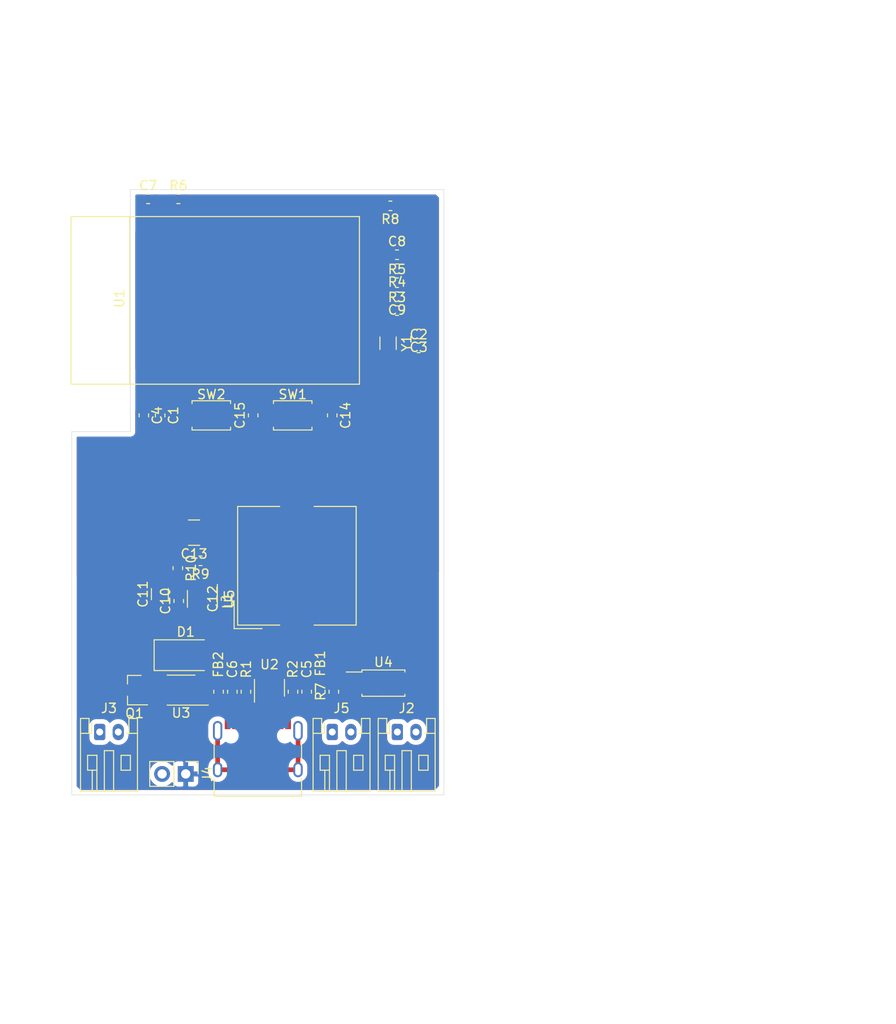
<source format=kicad_pcb>
(kicad_pcb (version 20171130) (host pcbnew "(5.1.6)-1")

  (general
    (thickness 1.6)
    (drawings 15)
    (tracks 4)
    (zones 0)
    (modules 43)
    (nets 62)
  )

  (page A4)
  (layers
    (0 F.Cu signal)
    (31 B.Cu signal)
    (32 B.Adhes user)
    (33 F.Adhes user)
    (34 B.Paste user)
    (35 F.Paste user)
    (36 B.SilkS user)
    (37 F.SilkS user)
    (38 B.Mask user)
    (39 F.Mask user)
    (40 Dwgs.User user)
    (41 Cmts.User user)
    (42 Eco1.User user)
    (43 Eco2.User user)
    (44 Edge.Cuts user)
    (45 Margin user)
    (46 B.CrtYd user)
    (47 F.CrtYd user)
    (48 B.Fab user)
    (49 F.Fab user)
  )

  (setup
    (last_trace_width 0.25)
    (trace_clearance 0.2)
    (zone_clearance 0.508)
    (zone_45_only no)
    (trace_min 0.2)
    (via_size 0.8)
    (via_drill 0.4)
    (via_min_size 0.4)
    (via_min_drill 0.3)
    (uvia_size 0.3)
    (uvia_drill 0.1)
    (uvias_allowed no)
    (uvia_min_size 0.2)
    (uvia_min_drill 0.1)
    (edge_width 0.05)
    (segment_width 0.2)
    (pcb_text_width 0.3)
    (pcb_text_size 1.5 1.5)
    (mod_edge_width 0.12)
    (mod_text_size 1 1)
    (mod_text_width 0.15)
    (pad_size 0.7 0.7)
    (pad_drill 0.4)
    (pad_to_mask_clearance 0.05)
    (aux_axis_origin 0 0)
    (visible_elements 7FFFFFFF)
    (pcbplotparams
      (layerselection 0x010fc_ffffffff)
      (usegerberextensions false)
      (usegerberattributes true)
      (usegerberadvancedattributes true)
      (creategerberjobfile true)
      (excludeedgelayer true)
      (linewidth 0.100000)
      (plotframeref false)
      (viasonmask false)
      (mode 1)
      (useauxorigin false)
      (hpglpennumber 1)
      (hpglpenspeed 20)
      (hpglpendiameter 15.000000)
      (psnegative false)
      (psa4output false)
      (plotreference true)
      (plotvalue true)
      (plotinvisibletext false)
      (padsonsilk false)
      (subtractmaskfromsilk false)
      (outputformat 1)
      (mirror false)
      (drillshape 1)
      (scaleselection 1)
      (outputdirectory ""))
  )

  (net 0 "")
  (net 1 GND)
  (net 2 +3V3)
  (net 3 /MODULE_TX)
  (net 4 /MODULE_RX)
  (net 5 "Net-(U1-Pad6)")
  (net 6 /I2C_SDA)
  (net 7 /I2C_SCL)
  (net 8 "Net-(U1-Pad7)")
  (net 9 /USB_D+)
  (net 10 /USB_D-)
  (net 11 /D+)
  (net 12 /D-)
  (net 13 VBUS)
  (net 14 +BATT)
  (net 15 V_UNREG)
  (net 16 "Net-(R4-Pad2)")
  (net 17 "Net-(Q1-Pad1)")
  (net 18 "Net-(C2-Pad1)")
  (net 19 "Net-(C3-Pad2)")
  (net 20 "Net-(C5-Pad1)")
  (net 21 "Net-(C6-Pad1)")
  (net 22 "Net-(J1-PadB5)")
  (net 23 "Net-(J1-PadA8)")
  (net 24 "Net-(J1-PadA5)")
  (net 25 "Net-(J1-PadB8)")
  (net 26 "Net-(J2-Pad1)")
  (net 27 "Net-(J2-Pad2)")
  (net 28 "Net-(R3-Pad1)")
  (net 29 "Net-(R5-Pad1)")
  (net 30 "Net-(R7-Pad1)")
  (net 31 "Net-(U1-Pad31)")
  (net 32 "Net-(U1-Pad27)")
  (net 33 "Net-(U1-Pad30)")
  (net 34 "Net-(U1-Pad34)")
  (net 35 "Net-(U1-Pad28)")
  (net 36 "Net-(U1-Pad32)")
  (net 37 "Net-(U1-Pad37)")
  (net 38 "Net-(U1-Pad29)")
  (net 39 "Net-(U1-Pad38)")
  (net 40 "Net-(U1-Pad36)")
  (net 41 "Net-(U1-Pad33)")
  (net 42 "Net-(U1-Pad35)")
  (net 43 "Net-(U1-Pad39)")
  (net 44 "Net-(U1-Pad40)")
  (net 45 "Net-(U1-Pad25)")
  (net 46 "Net-(U1-Pad24)")
  (net 47 "Net-(U1-Pad20)")
  (net 48 "Net-(U1-Pad17)")
  (net 49 "Net-(U1-Pad13)")
  (net 50 "Net-(U1-Pad14)")
  (net 51 "Net-(U1-Pad9)")
  (net 52 "Net-(U1-Pad10)")
  (net 53 "Net-(U1-Pad8)")
  (net 54 "Net-(U1-Pad5)")
  (net 55 "Net-(U1-Pad4)")
  (net 56 "Net-(U3-Pad1)")
  (net 57 "Net-(C12-Pad2)")
  (net 58 "Net-(C12-Pad1)")
  (net 59 /EN)
  (net 60 /IO0)
  (net 61 "Net-(R10-Pad1)")

  (net_class Default "This is the default net class."
    (clearance 0.2)
    (trace_width 0.25)
    (via_dia 0.8)
    (via_drill 0.4)
    (uvia_dia 0.3)
    (uvia_drill 0.1)
    (add_net +BATT)
    (add_net /D+)
    (add_net /D-)
    (add_net /EN)
    (add_net /I2C_SCL)
    (add_net /I2C_SDA)
    (add_net /IO0)
    (add_net /MODULE_RX)
    (add_net /MODULE_TX)
    (add_net /USB_D+)
    (add_net /USB_D-)
    (add_net GND)
    (add_net "Net-(C12-Pad1)")
    (add_net "Net-(C12-Pad2)")
    (add_net "Net-(C2-Pad1)")
    (add_net "Net-(C3-Pad2)")
    (add_net "Net-(C5-Pad1)")
    (add_net "Net-(C6-Pad1)")
    (add_net "Net-(J1-PadA5)")
    (add_net "Net-(J1-PadA8)")
    (add_net "Net-(J1-PadB5)")
    (add_net "Net-(J1-PadB8)")
    (add_net "Net-(J2-Pad1)")
    (add_net "Net-(J2-Pad2)")
    (add_net "Net-(Q1-Pad1)")
    (add_net "Net-(R10-Pad1)")
    (add_net "Net-(R3-Pad1)")
    (add_net "Net-(R4-Pad2)")
    (add_net "Net-(R5-Pad1)")
    (add_net "Net-(R7-Pad1)")
    (add_net "Net-(U1-Pad10)")
    (add_net "Net-(U1-Pad13)")
    (add_net "Net-(U1-Pad14)")
    (add_net "Net-(U1-Pad17)")
    (add_net "Net-(U1-Pad20)")
    (add_net "Net-(U1-Pad24)")
    (add_net "Net-(U1-Pad25)")
    (add_net "Net-(U1-Pad27)")
    (add_net "Net-(U1-Pad28)")
    (add_net "Net-(U1-Pad29)")
    (add_net "Net-(U1-Pad30)")
    (add_net "Net-(U1-Pad31)")
    (add_net "Net-(U1-Pad32)")
    (add_net "Net-(U1-Pad33)")
    (add_net "Net-(U1-Pad34)")
    (add_net "Net-(U1-Pad35)")
    (add_net "Net-(U1-Pad36)")
    (add_net "Net-(U1-Pad37)")
    (add_net "Net-(U1-Pad38)")
    (add_net "Net-(U1-Pad39)")
    (add_net "Net-(U1-Pad4)")
    (add_net "Net-(U1-Pad40)")
    (add_net "Net-(U1-Pad5)")
    (add_net "Net-(U1-Pad6)")
    (add_net "Net-(U1-Pad7)")
    (add_net "Net-(U1-Pad8)")
    (add_net "Net-(U1-Pad9)")
    (add_net "Net-(U3-Pad1)")
    (add_net VBUS)
    (add_net V_UNREG)
  )

  (net_class Power ""
    (clearance 0.5)
    (trace_width 0.5)
    (via_dia 0.8)
    (via_drill 0.4)
    (uvia_dia 0.3)
    (uvia_drill 0.1)
    (add_net +3V3)
  )

  (module Capacitor_SMD:C_0603_1608Metric (layer F.Cu) (tedit 5B301BBE) (tstamp 60AF2D36)
    (at 139.5 92.25 270)
    (descr "Capacitor SMD 0603 (1608 Metric), square (rectangular) end terminal, IPC_7351 nominal, (Body size source: http://www.tortai-tech.com/upload/download/2011102023233369053.pdf), generated with kicad-footprint-generator")
    (tags capacitor)
    (path /60B06612)
    (attr smd)
    (fp_text reference C1 (at 0 -1.43 90) (layer F.SilkS)
      (effects (font (size 1 1) (thickness 0.15)))
    )
    (fp_text value 0.1uF (at 0 1.43 90) (layer F.Fab)
      (effects (font (size 1 1) (thickness 0.15)))
    )
    (fp_line (start 1.48 0.73) (end -1.48 0.73) (layer F.CrtYd) (width 0.05))
    (fp_line (start 1.48 -0.73) (end 1.48 0.73) (layer F.CrtYd) (width 0.05))
    (fp_line (start -1.48 -0.73) (end 1.48 -0.73) (layer F.CrtYd) (width 0.05))
    (fp_line (start -1.48 0.73) (end -1.48 -0.73) (layer F.CrtYd) (width 0.05))
    (fp_line (start -0.162779 0.51) (end 0.162779 0.51) (layer F.SilkS) (width 0.12))
    (fp_line (start -0.162779 -0.51) (end 0.162779 -0.51) (layer F.SilkS) (width 0.12))
    (fp_line (start 0.8 0.4) (end -0.8 0.4) (layer F.Fab) (width 0.1))
    (fp_line (start 0.8 -0.4) (end 0.8 0.4) (layer F.Fab) (width 0.1))
    (fp_line (start -0.8 -0.4) (end 0.8 -0.4) (layer F.Fab) (width 0.1))
    (fp_line (start -0.8 0.4) (end -0.8 -0.4) (layer F.Fab) (width 0.1))
    (fp_text user %R (at 0 0 90) (layer F.Fab)
      (effects (font (size 0.4 0.4) (thickness 0.06)))
    )
    (pad 2 smd roundrect (at 0.7875 0 270) (size 0.875 0.95) (layers F.Cu F.Paste F.Mask) (roundrect_rratio 0.25)
      (net 1 GND))
    (pad 1 smd roundrect (at -0.7875 0 270) (size 0.875 0.95) (layers F.Cu F.Paste F.Mask) (roundrect_rratio 0.25)
      (net 2 +3V3))
    (model ${KISYS3DMOD}/Capacitor_SMD.3dshapes/C_0603_1608Metric.wrl
      (at (xyz 0 0 0))
      (scale (xyz 1 1 1))
      (rotate (xyz 0 0 0))
    )
  )

  (module Capacitor_SMD:C_0603_1608Metric (layer F.Cu) (tedit 5B301BBE) (tstamp 60AF2D47)
    (at 167.2875 85)
    (descr "Capacitor SMD 0603 (1608 Metric), square (rectangular) end terminal, IPC_7351 nominal, (Body size source: http://www.tortai-tech.com/upload/download/2011102023233369053.pdf), generated with kicad-footprint-generator")
    (tags capacitor)
    (path /60B19591)
    (attr smd)
    (fp_text reference C2 (at 0 -1.43) (layer F.SilkS)
      (effects (font (size 1 1) (thickness 0.15)))
    )
    (fp_text value 20pF (at 0 1.43) (layer F.Fab)
      (effects (font (size 1 1) (thickness 0.15)))
    )
    (fp_line (start -0.8 0.4) (end -0.8 -0.4) (layer F.Fab) (width 0.1))
    (fp_line (start -0.8 -0.4) (end 0.8 -0.4) (layer F.Fab) (width 0.1))
    (fp_line (start 0.8 -0.4) (end 0.8 0.4) (layer F.Fab) (width 0.1))
    (fp_line (start 0.8 0.4) (end -0.8 0.4) (layer F.Fab) (width 0.1))
    (fp_line (start -0.162779 -0.51) (end 0.162779 -0.51) (layer F.SilkS) (width 0.12))
    (fp_line (start -0.162779 0.51) (end 0.162779 0.51) (layer F.SilkS) (width 0.12))
    (fp_line (start -1.48 0.73) (end -1.48 -0.73) (layer F.CrtYd) (width 0.05))
    (fp_line (start -1.48 -0.73) (end 1.48 -0.73) (layer F.CrtYd) (width 0.05))
    (fp_line (start 1.48 -0.73) (end 1.48 0.73) (layer F.CrtYd) (width 0.05))
    (fp_line (start 1.48 0.73) (end -1.48 0.73) (layer F.CrtYd) (width 0.05))
    (fp_text user %R (at 0 0) (layer F.Fab)
      (effects (font (size 0.4 0.4) (thickness 0.06)))
    )
    (pad 1 smd roundrect (at -0.7875 0) (size 0.875 0.95) (layers F.Cu F.Paste F.Mask) (roundrect_rratio 0.25)
      (net 18 "Net-(C2-Pad1)"))
    (pad 2 smd roundrect (at 0.7875 0) (size 0.875 0.95) (layers F.Cu F.Paste F.Mask) (roundrect_rratio 0.25)
      (net 1 GND))
    (model ${KISYS3DMOD}/Capacitor_SMD.3dshapes/C_0603_1608Metric.wrl
      (at (xyz 0 0 0))
      (scale (xyz 1 1 1))
      (rotate (xyz 0 0 0))
    )
  )

  (module Capacitor_SMD:C_0603_1608Metric (layer F.Cu) (tedit 5B301BBE) (tstamp 60AF2D58)
    (at 167.2875 83.5 180)
    (descr "Capacitor SMD 0603 (1608 Metric), square (rectangular) end terminal, IPC_7351 nominal, (Body size source: http://www.tortai-tech.com/upload/download/2011102023233369053.pdf), generated with kicad-footprint-generator")
    (tags capacitor)
    (path /60B1A55F)
    (attr smd)
    (fp_text reference C3 (at 0 -1.43) (layer F.SilkS)
      (effects (font (size 1 1) (thickness 0.15)))
    )
    (fp_text value 20pF (at 0 1.43) (layer F.Fab)
      (effects (font (size 1 1) (thickness 0.15)))
    )
    (fp_line (start 1.48 0.73) (end -1.48 0.73) (layer F.CrtYd) (width 0.05))
    (fp_line (start 1.48 -0.73) (end 1.48 0.73) (layer F.CrtYd) (width 0.05))
    (fp_line (start -1.48 -0.73) (end 1.48 -0.73) (layer F.CrtYd) (width 0.05))
    (fp_line (start -1.48 0.73) (end -1.48 -0.73) (layer F.CrtYd) (width 0.05))
    (fp_line (start -0.162779 0.51) (end 0.162779 0.51) (layer F.SilkS) (width 0.12))
    (fp_line (start -0.162779 -0.51) (end 0.162779 -0.51) (layer F.SilkS) (width 0.12))
    (fp_line (start 0.8 0.4) (end -0.8 0.4) (layer F.Fab) (width 0.1))
    (fp_line (start 0.8 -0.4) (end 0.8 0.4) (layer F.Fab) (width 0.1))
    (fp_line (start -0.8 -0.4) (end 0.8 -0.4) (layer F.Fab) (width 0.1))
    (fp_line (start -0.8 0.4) (end -0.8 -0.4) (layer F.Fab) (width 0.1))
    (fp_text user %R (at 0 0) (layer F.Fab)
      (effects (font (size 0.4 0.4) (thickness 0.06)))
    )
    (pad 2 smd roundrect (at 0.7875 0 180) (size 0.875 0.95) (layers F.Cu F.Paste F.Mask) (roundrect_rratio 0.25)
      (net 19 "Net-(C3-Pad2)"))
    (pad 1 smd roundrect (at -0.7875 0 180) (size 0.875 0.95) (layers F.Cu F.Paste F.Mask) (roundrect_rratio 0.25)
      (net 1 GND))
    (model ${KISYS3DMOD}/Capacitor_SMD.3dshapes/C_0603_1608Metric.wrl
      (at (xyz 0 0 0))
      (scale (xyz 1 1 1))
      (rotate (xyz 0 0 0))
    )
  )

  (module Capacitor_SMD:C_0603_1608Metric (layer F.Cu) (tedit 5B301BBE) (tstamp 60AF2D69)
    (at 137.75 92.25 270)
    (descr "Capacitor SMD 0603 (1608 Metric), square (rectangular) end terminal, IPC_7351 nominal, (Body size source: http://www.tortai-tech.com/upload/download/2011102023233369053.pdf), generated with kicad-footprint-generator")
    (tags capacitor)
    (path /60B05D10)
    (attr smd)
    (fp_text reference C4 (at 0 -1.43 90) (layer F.SilkS)
      (effects (font (size 1 1) (thickness 0.15)))
    )
    (fp_text value 22uF (at 0 1.43 90) (layer F.Fab)
      (effects (font (size 1 1) (thickness 0.15)))
    )
    (fp_line (start -0.8 0.4) (end -0.8 -0.4) (layer F.Fab) (width 0.1))
    (fp_line (start -0.8 -0.4) (end 0.8 -0.4) (layer F.Fab) (width 0.1))
    (fp_line (start 0.8 -0.4) (end 0.8 0.4) (layer F.Fab) (width 0.1))
    (fp_line (start 0.8 0.4) (end -0.8 0.4) (layer F.Fab) (width 0.1))
    (fp_line (start -0.162779 -0.51) (end 0.162779 -0.51) (layer F.SilkS) (width 0.12))
    (fp_line (start -0.162779 0.51) (end 0.162779 0.51) (layer F.SilkS) (width 0.12))
    (fp_line (start -1.48 0.73) (end -1.48 -0.73) (layer F.CrtYd) (width 0.05))
    (fp_line (start -1.48 -0.73) (end 1.48 -0.73) (layer F.CrtYd) (width 0.05))
    (fp_line (start 1.48 -0.73) (end 1.48 0.73) (layer F.CrtYd) (width 0.05))
    (fp_line (start 1.48 0.73) (end -1.48 0.73) (layer F.CrtYd) (width 0.05))
    (fp_text user %R (at 0 0 90) (layer F.Fab)
      (effects (font (size 0.4 0.4) (thickness 0.06)))
    )
    (pad 1 smd roundrect (at -0.7875 0 270) (size 0.875 0.95) (layers F.Cu F.Paste F.Mask) (roundrect_rratio 0.25)
      (net 2 +3V3))
    (pad 2 smd roundrect (at 0.7875 0 270) (size 0.875 0.95) (layers F.Cu F.Paste F.Mask) (roundrect_rratio 0.25)
      (net 1 GND))
    (model ${KISYS3DMOD}/Capacitor_SMD.3dshapes/C_0603_1608Metric.wrl
      (at (xyz 0 0 0))
      (scale (xyz 1 1 1))
      (rotate (xyz 0 0 0))
    )
  )

  (module Capacitor_SMD:C_0603_1608Metric (layer F.Cu) (tedit 5B301BBE) (tstamp 60B804E8)
    (at 155.25 121.92 90)
    (descr "Capacitor SMD 0603 (1608 Metric), square (rectangular) end terminal, IPC_7351 nominal, (Body size source: http://www.tortai-tech.com/upload/download/2011102023233369053.pdf), generated with kicad-footprint-generator")
    (tags capacitor)
    (path /60B59DD5)
    (attr smd)
    (fp_text reference C5 (at 2.42 0 90) (layer F.SilkS)
      (effects (font (size 1 1) (thickness 0.15)))
    )
    (fp_text value 0.1uF (at 0 1.43 90) (layer F.Fab)
      (effects (font (size 1 1) (thickness 0.15)))
    )
    (fp_line (start 1.48 0.73) (end -1.48 0.73) (layer F.CrtYd) (width 0.05))
    (fp_line (start 1.48 -0.73) (end 1.48 0.73) (layer F.CrtYd) (width 0.05))
    (fp_line (start -1.48 -0.73) (end 1.48 -0.73) (layer F.CrtYd) (width 0.05))
    (fp_line (start -1.48 0.73) (end -1.48 -0.73) (layer F.CrtYd) (width 0.05))
    (fp_line (start -0.162779 0.51) (end 0.162779 0.51) (layer F.SilkS) (width 0.12))
    (fp_line (start -0.162779 -0.51) (end 0.162779 -0.51) (layer F.SilkS) (width 0.12))
    (fp_line (start 0.8 0.4) (end -0.8 0.4) (layer F.Fab) (width 0.1))
    (fp_line (start 0.8 -0.4) (end 0.8 0.4) (layer F.Fab) (width 0.1))
    (fp_line (start -0.8 -0.4) (end 0.8 -0.4) (layer F.Fab) (width 0.1))
    (fp_line (start -0.8 0.4) (end -0.8 -0.4) (layer F.Fab) (width 0.1))
    (fp_text user %R (at 0 0 90) (layer F.Fab)
      (effects (font (size 0.4 0.4) (thickness 0.06)))
    )
    (pad 2 smd roundrect (at 0.7875 0 90) (size 0.875 0.95) (layers F.Cu F.Paste F.Mask) (roundrect_rratio 0.25)
      (net 1 GND))
    (pad 1 smd roundrect (at -0.7875 0 90) (size 0.875 0.95) (layers F.Cu F.Paste F.Mask) (roundrect_rratio 0.25)
      (net 20 "Net-(C5-Pad1)"))
    (model ${KISYS3DMOD}/Capacitor_SMD.3dshapes/C_0603_1608Metric.wrl
      (at (xyz 0 0 0))
      (scale (xyz 1 1 1))
      (rotate (xyz 0 0 0))
    )
  )

  (module Capacitor_SMD:C_0603_1608Metric (layer F.Cu) (tedit 5B301BBE) (tstamp 60B80AC7)
    (at 147.26 121.92 90)
    (descr "Capacitor SMD 0603 (1608 Metric), square (rectangular) end terminal, IPC_7351 nominal, (Body size source: http://www.tortai-tech.com/upload/download/2011102023233369053.pdf), generated with kicad-footprint-generator")
    (tags capacitor)
    (path /60AE0188)
    (attr smd)
    (fp_text reference C6 (at 2.42 -0.01 90) (layer F.SilkS)
      (effects (font (size 1 1) (thickness 0.15)))
    )
    (fp_text value 0.1uF (at 0 1.43 90) (layer F.Fab)
      (effects (font (size 1 1) (thickness 0.15)))
    )
    (fp_line (start -0.8 0.4) (end -0.8 -0.4) (layer F.Fab) (width 0.1))
    (fp_line (start -0.8 -0.4) (end 0.8 -0.4) (layer F.Fab) (width 0.1))
    (fp_line (start 0.8 -0.4) (end 0.8 0.4) (layer F.Fab) (width 0.1))
    (fp_line (start 0.8 0.4) (end -0.8 0.4) (layer F.Fab) (width 0.1))
    (fp_line (start -0.162779 -0.51) (end 0.162779 -0.51) (layer F.SilkS) (width 0.12))
    (fp_line (start -0.162779 0.51) (end 0.162779 0.51) (layer F.SilkS) (width 0.12))
    (fp_line (start -1.48 0.73) (end -1.48 -0.73) (layer F.CrtYd) (width 0.05))
    (fp_line (start -1.48 -0.73) (end 1.48 -0.73) (layer F.CrtYd) (width 0.05))
    (fp_line (start 1.48 -0.73) (end 1.48 0.73) (layer F.CrtYd) (width 0.05))
    (fp_line (start 1.48 0.73) (end -1.48 0.73) (layer F.CrtYd) (width 0.05))
    (fp_text user %R (at 0 0 90) (layer F.Fab)
      (effects (font (size 0.4 0.4) (thickness 0.06)))
    )
    (pad 1 smd roundrect (at -0.7875 0 90) (size 0.875 0.95) (layers F.Cu F.Paste F.Mask) (roundrect_rratio 0.25)
      (net 21 "Net-(C6-Pad1)"))
    (pad 2 smd roundrect (at 0.7875 0 90) (size 0.875 0.95) (layers F.Cu F.Paste F.Mask) (roundrect_rratio 0.25)
      (net 1 GND))
    (model ${KISYS3DMOD}/Capacitor_SMD.3dshapes/C_0603_1608Metric.wrl
      (at (xyz 0 0 0))
      (scale (xyz 1 1 1))
      (rotate (xyz 0 0 0))
    )
  )

  (module Capacitor_SMD:C_0603_1608Metric (layer F.Cu) (tedit 5B301BBE) (tstamp 60AF2D9C)
    (at 138.2125 69)
    (descr "Capacitor SMD 0603 (1608 Metric), square (rectangular) end terminal, IPC_7351 nominal, (Body size source: http://www.tortai-tech.com/upload/download/2011102023233369053.pdf), generated with kicad-footprint-generator")
    (tags capacitor)
    (path /60AFC201)
    (attr smd)
    (fp_text reference C7 (at 0 -1.43) (layer F.SilkS)
      (effects (font (size 1 1) (thickness 0.15)))
    )
    (fp_text value 0.1uF (at 0 1.43) (layer F.Fab)
      (effects (font (size 1 1) (thickness 0.15)))
    )
    (fp_line (start 1.48 0.73) (end -1.48 0.73) (layer F.CrtYd) (width 0.05))
    (fp_line (start 1.48 -0.73) (end 1.48 0.73) (layer F.CrtYd) (width 0.05))
    (fp_line (start -1.48 -0.73) (end 1.48 -0.73) (layer F.CrtYd) (width 0.05))
    (fp_line (start -1.48 0.73) (end -1.48 -0.73) (layer F.CrtYd) (width 0.05))
    (fp_line (start -0.162779 0.51) (end 0.162779 0.51) (layer F.SilkS) (width 0.12))
    (fp_line (start -0.162779 -0.51) (end 0.162779 -0.51) (layer F.SilkS) (width 0.12))
    (fp_line (start 0.8 0.4) (end -0.8 0.4) (layer F.Fab) (width 0.1))
    (fp_line (start 0.8 -0.4) (end 0.8 0.4) (layer F.Fab) (width 0.1))
    (fp_line (start -0.8 -0.4) (end 0.8 -0.4) (layer F.Fab) (width 0.1))
    (fp_line (start -0.8 0.4) (end -0.8 -0.4) (layer F.Fab) (width 0.1))
    (fp_text user %R (at 0 0) (layer F.Fab)
      (effects (font (size 0.4 0.4) (thickness 0.06)))
    )
    (pad 2 smd roundrect (at 0.7875 0) (size 0.875 0.95) (layers F.Cu F.Paste F.Mask) (roundrect_rratio 0.25)
      (net 59 /EN))
    (pad 1 smd roundrect (at -0.7875 0) (size 0.875 0.95) (layers F.Cu F.Paste F.Mask) (roundrect_rratio 0.25)
      (net 1 GND))
    (model ${KISYS3DMOD}/Capacitor_SMD.3dshapes/C_0603_1608Metric.wrl
      (at (xyz 0 0 0))
      (scale (xyz 1 1 1))
      (rotate (xyz 0 0 0))
    )
  )

  (module Capacitor_SMD:C_0603_1608Metric (layer F.Cu) (tedit 5B301BBE) (tstamp 60AF2DAD)
    (at 164.9625 75)
    (descr "Capacitor SMD 0603 (1608 Metric), square (rectangular) end terminal, IPC_7351 nominal, (Body size source: http://www.tortai-tech.com/upload/download/2011102023233369053.pdf), generated with kicad-footprint-generator")
    (tags capacitor)
    (path /60B325E8)
    (attr smd)
    (fp_text reference C8 (at 0 -1.43) (layer F.SilkS)
      (effects (font (size 1 1) (thickness 0.15)))
    )
    (fp_text value 20pF (at 0 1.43) (layer F.Fab)
      (effects (font (size 1 1) (thickness 0.15)))
    )
    (fp_line (start 1.48 0.73) (end -1.48 0.73) (layer F.CrtYd) (width 0.05))
    (fp_line (start 1.48 -0.73) (end 1.48 0.73) (layer F.CrtYd) (width 0.05))
    (fp_line (start -1.48 -0.73) (end 1.48 -0.73) (layer F.CrtYd) (width 0.05))
    (fp_line (start -1.48 0.73) (end -1.48 -0.73) (layer F.CrtYd) (width 0.05))
    (fp_line (start -0.162779 0.51) (end 0.162779 0.51) (layer F.SilkS) (width 0.12))
    (fp_line (start -0.162779 -0.51) (end 0.162779 -0.51) (layer F.SilkS) (width 0.12))
    (fp_line (start 0.8 0.4) (end -0.8 0.4) (layer F.Fab) (width 0.1))
    (fp_line (start 0.8 -0.4) (end 0.8 0.4) (layer F.Fab) (width 0.1))
    (fp_line (start -0.8 -0.4) (end 0.8 -0.4) (layer F.Fab) (width 0.1))
    (fp_line (start -0.8 0.4) (end -0.8 -0.4) (layer F.Fab) (width 0.1))
    (fp_text user %R (at 0 0) (layer F.Fab)
      (effects (font (size 0.4 0.4) (thickness 0.06)))
    )
    (pad 2 smd roundrect (at 0.7875 0) (size 0.875 0.95) (layers F.Cu F.Paste F.Mask) (roundrect_rratio 0.25)
      (net 9 /USB_D+))
    (pad 1 smd roundrect (at -0.7875 0) (size 0.875 0.95) (layers F.Cu F.Paste F.Mask) (roundrect_rratio 0.25)
      (net 1 GND))
    (model ${KISYS3DMOD}/Capacitor_SMD.3dshapes/C_0603_1608Metric.wrl
      (at (xyz 0 0 0))
      (scale (xyz 1 1 1))
      (rotate (xyz 0 0 0))
    )
  )

  (module Capacitor_SMD:C_0603_1608Metric (layer F.Cu) (tedit 5B301BBE) (tstamp 60B7F3BE)
    (at 164.9625 79.5 180)
    (descr "Capacitor SMD 0603 (1608 Metric), square (rectangular) end terminal, IPC_7351 nominal, (Body size source: http://www.tortai-tech.com/upload/download/2011102023233369053.pdf), generated with kicad-footprint-generator")
    (tags capacitor)
    (path /60B36EBB)
    (attr smd)
    (fp_text reference C9 (at 0 -1.43) (layer F.SilkS)
      (effects (font (size 1 1) (thickness 0.15)))
    )
    (fp_text value 20pF (at 0 1.43) (layer F.Fab)
      (effects (font (size 1 1) (thickness 0.15)))
    )
    (fp_line (start -0.8 0.4) (end -0.8 -0.4) (layer F.Fab) (width 0.1))
    (fp_line (start -0.8 -0.4) (end 0.8 -0.4) (layer F.Fab) (width 0.1))
    (fp_line (start 0.8 -0.4) (end 0.8 0.4) (layer F.Fab) (width 0.1))
    (fp_line (start 0.8 0.4) (end -0.8 0.4) (layer F.Fab) (width 0.1))
    (fp_line (start -0.162779 -0.51) (end 0.162779 -0.51) (layer F.SilkS) (width 0.12))
    (fp_line (start -0.162779 0.51) (end 0.162779 0.51) (layer F.SilkS) (width 0.12))
    (fp_line (start -1.48 0.73) (end -1.48 -0.73) (layer F.CrtYd) (width 0.05))
    (fp_line (start -1.48 -0.73) (end 1.48 -0.73) (layer F.CrtYd) (width 0.05))
    (fp_line (start 1.48 -0.73) (end 1.48 0.73) (layer F.CrtYd) (width 0.05))
    (fp_line (start 1.48 0.73) (end -1.48 0.73) (layer F.CrtYd) (width 0.05))
    (fp_text user %R (at 0 0) (layer F.Fab)
      (effects (font (size 0.4 0.4) (thickness 0.06)))
    )
    (pad 1 smd roundrect (at -0.7875 0 180) (size 0.875 0.95) (layers F.Cu F.Paste F.Mask) (roundrect_rratio 0.25)
      (net 10 /USB_D-))
    (pad 2 smd roundrect (at 0.7875 0 180) (size 0.875 0.95) (layers F.Cu F.Paste F.Mask) (roundrect_rratio 0.25)
      (net 1 GND))
    (model ${KISYS3DMOD}/Capacitor_SMD.3dshapes/C_0603_1608Metric.wrl
      (at (xyz 0 0 0))
      (scale (xyz 1 1 1))
      (rotate (xyz 0 0 0))
    )
  )

  (module Capacitor_SMD:C_0603_1608Metric (layer F.Cu) (tedit 5B301BBE) (tstamp 60B57C62)
    (at 141.5 112.1815 90)
    (descr "Capacitor SMD 0603 (1608 Metric), square (rectangular) end terminal, IPC_7351 nominal, (Body size source: http://www.tortai-tech.com/upload/download/2011102023233369053.pdf), generated with kicad-footprint-generator")
    (tags capacitor)
    (path /60AEF5DB)
    (attr smd)
    (fp_text reference C10 (at 0 -1.43 90) (layer F.SilkS)
      (effects (font (size 1 1) (thickness 0.15)))
    )
    (fp_text value 100pF (at 0 1.43 90) (layer F.Fab)
      (effects (font (size 1 1) (thickness 0.15)))
    )
    (fp_line (start -0.8 0.4) (end -0.8 -0.4) (layer F.Fab) (width 0.1))
    (fp_line (start -0.8 -0.4) (end 0.8 -0.4) (layer F.Fab) (width 0.1))
    (fp_line (start 0.8 -0.4) (end 0.8 0.4) (layer F.Fab) (width 0.1))
    (fp_line (start 0.8 0.4) (end -0.8 0.4) (layer F.Fab) (width 0.1))
    (fp_line (start -0.162779 -0.51) (end 0.162779 -0.51) (layer F.SilkS) (width 0.12))
    (fp_line (start -0.162779 0.51) (end 0.162779 0.51) (layer F.SilkS) (width 0.12))
    (fp_line (start -1.48 0.73) (end -1.48 -0.73) (layer F.CrtYd) (width 0.05))
    (fp_line (start -1.48 -0.73) (end 1.48 -0.73) (layer F.CrtYd) (width 0.05))
    (fp_line (start 1.48 -0.73) (end 1.48 0.73) (layer F.CrtYd) (width 0.05))
    (fp_line (start 1.48 0.73) (end -1.48 0.73) (layer F.CrtYd) (width 0.05))
    (fp_text user %R (at 0 0 90) (layer F.Fab)
      (effects (font (size 0.4 0.4) (thickness 0.06)))
    )
    (pad 1 smd roundrect (at -0.7875 0 90) (size 0.875 0.95) (layers F.Cu F.Paste F.Mask) (roundrect_rratio 0.25)
      (net 15 V_UNREG))
    (pad 2 smd roundrect (at 0.7875 0 90) (size 0.875 0.95) (layers F.Cu F.Paste F.Mask) (roundrect_rratio 0.25)
      (net 1 GND))
    (model ${KISYS3DMOD}/Capacitor_SMD.3dshapes/C_0603_1608Metric.wrl
      (at (xyz 0 0 0))
      (scale (xyz 1 1 1))
      (rotate (xyz 0 0 0))
    )
  )

  (module Capacitor_SMD:C_1210_3225Metric (layer F.Cu) (tedit 5B301BBE) (tstamp 60B57530)
    (at 143.148 104.841 180)
    (descr "Capacitor SMD 1210 (3225 Metric), square (rectangular) end terminal, IPC_7351 nominal, (Body size source: http://www.tortai-tech.com/upload/download/2011102023233369053.pdf), generated with kicad-footprint-generator")
    (tags capacitor)
    (path /60AF739D)
    (attr smd)
    (fp_text reference C13 (at 0 -2.28) (layer F.SilkS)
      (effects (font (size 1 1) (thickness 0.15)))
    )
    (fp_text value 22uF (at 0 2.28) (layer F.Fab)
      (effects (font (size 1 1) (thickness 0.15)))
    )
    (fp_line (start -1.6 1.25) (end -1.6 -1.25) (layer F.Fab) (width 0.1))
    (fp_line (start -1.6 -1.25) (end 1.6 -1.25) (layer F.Fab) (width 0.1))
    (fp_line (start 1.6 -1.25) (end 1.6 1.25) (layer F.Fab) (width 0.1))
    (fp_line (start 1.6 1.25) (end -1.6 1.25) (layer F.Fab) (width 0.1))
    (fp_line (start -0.602064 -1.36) (end 0.602064 -1.36) (layer F.SilkS) (width 0.12))
    (fp_line (start -0.602064 1.36) (end 0.602064 1.36) (layer F.SilkS) (width 0.12))
    (fp_line (start -2.28 1.58) (end -2.28 -1.58) (layer F.CrtYd) (width 0.05))
    (fp_line (start -2.28 -1.58) (end 2.28 -1.58) (layer F.CrtYd) (width 0.05))
    (fp_line (start 2.28 -1.58) (end 2.28 1.58) (layer F.CrtYd) (width 0.05))
    (fp_line (start 2.28 1.58) (end -2.28 1.58) (layer F.CrtYd) (width 0.05))
    (fp_text user %R (at 0 0) (layer F.Fab)
      (effects (font (size 0.8 0.8) (thickness 0.12)))
    )
    (pad 1 smd roundrect (at -1.4 0 180) (size 1.25 2.65) (layers F.Cu F.Paste F.Mask) (roundrect_rratio 0.2)
      (net 2 +3V3))
    (pad 2 smd roundrect (at 1.4 0 180) (size 1.25 2.65) (layers F.Cu F.Paste F.Mask) (roundrect_rratio 0.2)
      (net 1 GND))
    (model ${KISYS3DMOD}/Capacitor_SMD.3dshapes/C_1210_3225Metric.wrl
      (at (xyz 0 0 0))
      (scale (xyz 1 1 1))
      (rotate (xyz 0 0 0))
    )
  )

  (module Diode_SMD:D_SMA (layer F.Cu) (tedit 586432E5) (tstamp 60B57F63)
    (at 142.25 118)
    (descr "Diode SMA (DO-214AC)")
    (tags "Diode SMA (DO-214AC)")
    (path /60F49629)
    (attr smd)
    (fp_text reference D1 (at 0 -2.5 180) (layer F.SilkS)
      (effects (font (size 1 1) (thickness 0.15)))
    )
    (fp_text value B140B-13-F (at 0 2.6 180) (layer F.Fab)
      (effects (font (size 1 1) (thickness 0.15)))
    )
    (fp_line (start -3.4 -1.65) (end -3.4 1.65) (layer F.SilkS) (width 0.12))
    (fp_line (start 2.3 1.5) (end -2.3 1.5) (layer F.Fab) (width 0.1))
    (fp_line (start -2.3 1.5) (end -2.3 -1.5) (layer F.Fab) (width 0.1))
    (fp_line (start 2.3 -1.5) (end 2.3 1.5) (layer F.Fab) (width 0.1))
    (fp_line (start 2.3 -1.5) (end -2.3 -1.5) (layer F.Fab) (width 0.1))
    (fp_line (start -3.5 -1.75) (end 3.5 -1.75) (layer F.CrtYd) (width 0.05))
    (fp_line (start 3.5 -1.75) (end 3.5 1.75) (layer F.CrtYd) (width 0.05))
    (fp_line (start 3.5 1.75) (end -3.5 1.75) (layer F.CrtYd) (width 0.05))
    (fp_line (start -3.5 1.75) (end -3.5 -1.75) (layer F.CrtYd) (width 0.05))
    (fp_line (start -0.64944 0.00102) (end -1.55114 0.00102) (layer F.Fab) (width 0.1))
    (fp_line (start 0.50118 0.00102) (end 1.4994 0.00102) (layer F.Fab) (width 0.1))
    (fp_line (start -0.64944 -0.79908) (end -0.64944 0.80112) (layer F.Fab) (width 0.1))
    (fp_line (start 0.50118 0.75032) (end 0.50118 -0.79908) (layer F.Fab) (width 0.1))
    (fp_line (start -0.64944 0.00102) (end 0.50118 0.75032) (layer F.Fab) (width 0.1))
    (fp_line (start -0.64944 0.00102) (end 0.50118 -0.79908) (layer F.Fab) (width 0.1))
    (fp_line (start -3.4 1.65) (end 2 1.65) (layer F.SilkS) (width 0.12))
    (fp_line (start -3.4 -1.65) (end 2 -1.65) (layer F.SilkS) (width 0.12))
    (fp_text user %R (at 0 -2.5 180) (layer F.Fab)
      (effects (font (size 1 1) (thickness 0.15)))
    )
    (pad 1 smd rect (at -2 0) (size 2.5 1.8) (layers F.Cu F.Paste F.Mask)
      (net 15 V_UNREG))
    (pad 2 smd rect (at 2 0) (size 2.5 1.8) (layers F.Cu F.Paste F.Mask)
      (net 13 VBUS))
    (model ${KISYS3DMOD}/Diode_SMD.3dshapes/D_SMA.wrl
      (at (xyz 0 0 0))
      (scale (xyz 1 1 1))
      (rotate (xyz 0 0 0))
    )
  )

  (module Inductor_SMD:L_0603_1608Metric (layer F.Cu) (tedit 5B301BBE) (tstamp 60B80B86)
    (at 156.71 121.92 270)
    (descr "Inductor SMD 0603 (1608 Metric), square (rectangular) end terminal, IPC_7351 nominal, (Body size source: http://www.tortai-tech.com/upload/download/2011102023233369053.pdf), generated with kicad-footprint-generator")
    (tags inductor)
    (path /60B5BAC3)
    (attr smd)
    (fp_text reference FB1 (at -3.0375 0 90) (layer F.SilkS)
      (effects (font (size 1 1) (thickness 0.15)))
    )
    (fp_text value >1A (at 0 1.43 90) (layer F.Fab)
      (effects (font (size 1 1) (thickness 0.15)))
    )
    (fp_line (start 1.48 0.73) (end -1.48 0.73) (layer F.CrtYd) (width 0.05))
    (fp_line (start 1.48 -0.73) (end 1.48 0.73) (layer F.CrtYd) (width 0.05))
    (fp_line (start -1.48 -0.73) (end 1.48 -0.73) (layer F.CrtYd) (width 0.05))
    (fp_line (start -1.48 0.73) (end -1.48 -0.73) (layer F.CrtYd) (width 0.05))
    (fp_line (start -0.162779 0.51) (end 0.162779 0.51) (layer F.SilkS) (width 0.12))
    (fp_line (start -0.162779 -0.51) (end 0.162779 -0.51) (layer F.SilkS) (width 0.12))
    (fp_line (start 0.8 0.4) (end -0.8 0.4) (layer F.Fab) (width 0.1))
    (fp_line (start 0.8 -0.4) (end 0.8 0.4) (layer F.Fab) (width 0.1))
    (fp_line (start -0.8 -0.4) (end 0.8 -0.4) (layer F.Fab) (width 0.1))
    (fp_line (start -0.8 0.4) (end -0.8 -0.4) (layer F.Fab) (width 0.1))
    (fp_text user %R (at 0 0 90) (layer F.Fab)
      (effects (font (size 0.4 0.4) (thickness 0.06)))
    )
    (pad 2 smd roundrect (at 0.7875 0 270) (size 0.875 0.95) (layers F.Cu F.Paste F.Mask) (roundrect_rratio 0.25)
      (net 20 "Net-(C5-Pad1)"))
    (pad 1 smd roundrect (at -0.7875 0 270) (size 0.875 0.95) (layers F.Cu F.Paste F.Mask) (roundrect_rratio 0.25)
      (net 1 GND))
    (model ${KISYS3DMOD}/Inductor_SMD.3dshapes/L_0603_1608Metric.wrl
      (at (xyz 0 0 0))
      (scale (xyz 1 1 1))
      (rotate (xyz 0 0 0))
    )
  )

  (module Inductor_SMD:L_0603_1608Metric (layer F.Cu) (tedit 5B301BBE) (tstamp 60AF2E5E)
    (at 145.78 121.92 270)
    (descr "Inductor SMD 0603 (1608 Metric), square (rectangular) end terminal, IPC_7351 nominal, (Body size source: http://www.tortai-tech.com/upload/download/2011102023233369053.pdf), generated with kicad-footprint-generator")
    (tags inductor)
    (path /60AE6255)
    (attr smd)
    (fp_text reference FB2 (at -2.92 0.03 90) (layer F.SilkS)
      (effects (font (size 1 1) (thickness 0.15)))
    )
    (fp_text value >1A (at 0 1.43 90) (layer F.Fab)
      (effects (font (size 1 1) (thickness 0.15)))
    )
    (fp_line (start -0.8 0.4) (end -0.8 -0.4) (layer F.Fab) (width 0.1))
    (fp_line (start -0.8 -0.4) (end 0.8 -0.4) (layer F.Fab) (width 0.1))
    (fp_line (start 0.8 -0.4) (end 0.8 0.4) (layer F.Fab) (width 0.1))
    (fp_line (start 0.8 0.4) (end -0.8 0.4) (layer F.Fab) (width 0.1))
    (fp_line (start -0.162779 -0.51) (end 0.162779 -0.51) (layer F.SilkS) (width 0.12))
    (fp_line (start -0.162779 0.51) (end 0.162779 0.51) (layer F.SilkS) (width 0.12))
    (fp_line (start -1.48 0.73) (end -1.48 -0.73) (layer F.CrtYd) (width 0.05))
    (fp_line (start -1.48 -0.73) (end 1.48 -0.73) (layer F.CrtYd) (width 0.05))
    (fp_line (start 1.48 -0.73) (end 1.48 0.73) (layer F.CrtYd) (width 0.05))
    (fp_line (start 1.48 0.73) (end -1.48 0.73) (layer F.CrtYd) (width 0.05))
    (fp_text user %R (at 0 0 90) (layer F.Fab)
      (effects (font (size 0.4 0.4) (thickness 0.06)))
    )
    (pad 1 smd roundrect (at -0.7875 0 270) (size 0.875 0.95) (layers F.Cu F.Paste F.Mask) (roundrect_rratio 0.25)
      (net 13 VBUS))
    (pad 2 smd roundrect (at 0.7875 0 270) (size 0.875 0.95) (layers F.Cu F.Paste F.Mask) (roundrect_rratio 0.25)
      (net 21 "Net-(C6-Pad1)"))
    (model ${KISYS3DMOD}/Inductor_SMD.3dshapes/L_0603_1608Metric.wrl
      (at (xyz 0 0 0))
      (scale (xyz 1 1 1))
      (rotate (xyz 0 0 0))
    )
  )

  (module Connector_USB:USB_C_Receptacle_HRO_TYPE-C-31-M-12 (layer F.Cu) (tedit 5D3C0721) (tstamp 60B580C4)
    (at 150 129.25)
    (descr "USB Type-C receptacle for USB 2.0 and PD, http://www.krhro.com/uploads/soft/180320/1-1P320120243.pdf")
    (tags "usb usb-c 2.0 pd")
    (path /60ADB855)
    (attr smd)
    (fp_text reference J1 (at 0 -1.75) (layer F.SilkS) hide
      (effects (font (size 1 1) (thickness 0.15)))
    )
    (fp_text value USB_C_Receptacle_USB2.0 (at 0 5.1) (layer F.Fab)
      (effects (font (size 1 1) (thickness 0.15)))
    )
    (fp_line (start -4.7 2) (end -4.7 3.9) (layer F.SilkS) (width 0.12))
    (fp_line (start -4.7 -1.9) (end -4.7 0.1) (layer F.SilkS) (width 0.12))
    (fp_line (start 4.7 2) (end 4.7 3.9) (layer F.SilkS) (width 0.12))
    (fp_line (start 4.7 -1.9) (end 4.7 0.1) (layer F.SilkS) (width 0.12))
    (fp_line (start 5.32 -5.27) (end 5.32 4.15) (layer F.CrtYd) (width 0.05))
    (fp_line (start -5.32 -5.27) (end -5.32 4.15) (layer F.CrtYd) (width 0.05))
    (fp_line (start -5.32 4.15) (end 5.32 4.15) (layer F.CrtYd) (width 0.05))
    (fp_line (start -5.32 -5.27) (end 5.32 -5.27) (layer F.CrtYd) (width 0.05))
    (fp_line (start 4.47 -3.65) (end 4.47 3.65) (layer F.Fab) (width 0.1))
    (fp_line (start -4.47 3.65) (end 4.47 3.65) (layer F.Fab) (width 0.1))
    (fp_line (start -4.47 -3.65) (end -4.47 3.65) (layer F.Fab) (width 0.1))
    (fp_line (start -4.47 -3.65) (end 4.47 -3.65) (layer F.Fab) (width 0.1))
    (fp_line (start -4.7 3.9) (end 4.7 3.9) (layer F.SilkS) (width 0.12))
    (fp_text user %R (at 0 0) (layer F.Fab)
      (effects (font (size 1 1) (thickness 0.15)))
    )
    (pad S1 thru_hole oval (at 4.32 1.05) (size 1 1.6) (drill oval 0.6 1.2) (layers *.Cu *.Mask)
      (net 20 "Net-(C5-Pad1)"))
    (pad "" np_thru_hole circle (at 2.89 -2.6) (size 0.65 0.65) (drill 0.65) (layers *.Cu *.Mask))
    (pad S1 thru_hole oval (at -4.32 1.05) (size 1 1.6) (drill oval 0.6 1.2) (layers *.Cu *.Mask)
      (net 20 "Net-(C5-Pad1)"))
    (pad "" np_thru_hole circle (at -2.89 -2.6) (size 0.65 0.65) (drill 0.65) (layers *.Cu *.Mask))
    (pad S1 thru_hole oval (at -4.32 -3.13) (size 1 2.1) (drill oval 0.6 1.7) (layers *.Cu *.Mask)
      (net 20 "Net-(C5-Pad1)"))
    (pad S1 thru_hole oval (at 4.32 -3.13) (size 1 2.1) (drill oval 0.6 1.7) (layers *.Cu *.Mask)
      (net 20 "Net-(C5-Pad1)"))
    (pad A6 smd rect (at -0.25 -4.045) (size 0.3 1.45) (layers F.Cu F.Paste F.Mask)
      (net 11 /D+))
    (pad B5 smd rect (at 1.75 -4.045) (size 0.3 1.45) (layers F.Cu F.Paste F.Mask)
      (net 22 "Net-(J1-PadB5)"))
    (pad A8 smd rect (at 1.25 -4.045) (size 0.3 1.45) (layers F.Cu F.Paste F.Mask)
      (net 23 "Net-(J1-PadA8)"))
    (pad B6 smd rect (at 0.75 -4.045) (size 0.3 1.45) (layers F.Cu F.Paste F.Mask)
      (net 11 /D+))
    (pad A7 smd rect (at 0.25 -4.045) (size 0.3 1.45) (layers F.Cu F.Paste F.Mask)
      (net 12 /D-))
    (pad B7 smd rect (at -0.75 -4.045) (size 0.3 1.45) (layers F.Cu F.Paste F.Mask)
      (net 12 /D-))
    (pad A5 smd rect (at -1.25 -4.045) (size 0.3 1.45) (layers F.Cu F.Paste F.Mask)
      (net 24 "Net-(J1-PadA5)"))
    (pad B8 smd rect (at -1.75 -4.045) (size 0.3 1.45) (layers F.Cu F.Paste F.Mask)
      (net 25 "Net-(J1-PadB8)"))
    (pad A12 smd rect (at 3.25 -4.045) (size 0.6 1.45) (layers F.Cu F.Paste F.Mask)
      (net 1 GND))
    (pad B4 smd rect (at 2.45 -4.045) (size 0.6 1.45) (layers F.Cu F.Paste F.Mask)
      (net 21 "Net-(C6-Pad1)"))
    (pad A4 smd rect (at -2.45 -4.045) (size 0.6 1.45) (layers F.Cu F.Paste F.Mask)
      (net 21 "Net-(C6-Pad1)"))
    (pad A1 smd rect (at -3.25 -4.045) (size 0.6 1.45) (layers F.Cu F.Paste F.Mask)
      (net 1 GND))
    (pad B12 smd rect (at -3.25 -4.045) (size 0.6 1.45) (layers F.Cu F.Paste F.Mask)
      (net 1 GND))
    (pad B9 smd rect (at -2.45 -4.045) (size 0.6 1.45) (layers F.Cu F.Paste F.Mask)
      (net 21 "Net-(C6-Pad1)"))
    (pad A9 smd rect (at 2.45 -4.045) (size 0.6 1.45) (layers F.Cu F.Paste F.Mask)
      (net 21 "Net-(C6-Pad1)"))
    (pad B1 smd rect (at 3.25 -4.045) (size 0.6 1.45) (layers F.Cu F.Paste F.Mask)
      (net 1 GND))
    (model ${KISYS3DMOD}/Connector_USB.3dshapes/USB_C_Receptacle_HRO_TYPE-C-31-M-12.wrl
      (at (xyz 0 0 0))
      (scale (xyz 1 1 1))
      (rotate (xyz 0 0 0))
    )
  )

  (module Connector_JST:JST_PH_S2B-PH-K_1x02_P2.00mm_Horizontal (layer F.Cu) (tedit 5B7745C6) (tstamp 60B57E2A)
    (at 165 126.25)
    (descr "JST PH series connector, S2B-PH-K (http://www.jst-mfg.com/product/pdf/eng/ePH.pdf), generated with kicad-footprint-generator")
    (tags "connector JST PH top entry")
    (path /60558080)
    (fp_text reference J2 (at 1 -2.55) (layer F.SilkS)
      (effects (font (size 1 1) (thickness 0.15)))
    )
    (fp_text value Conn_01x02_Male (at 1 7.45) (layer F.Fab)
      (effects (font (size 1 1) (thickness 0.15)))
    )
    (fp_line (start -0.86 0.14) (end -1.14 0.14) (layer F.SilkS) (width 0.12))
    (fp_line (start -1.14 0.14) (end -1.14 -1.46) (layer F.SilkS) (width 0.12))
    (fp_line (start -1.14 -1.46) (end -2.06 -1.46) (layer F.SilkS) (width 0.12))
    (fp_line (start -2.06 -1.46) (end -2.06 6.36) (layer F.SilkS) (width 0.12))
    (fp_line (start -2.06 6.36) (end 4.06 6.36) (layer F.SilkS) (width 0.12))
    (fp_line (start 4.06 6.36) (end 4.06 -1.46) (layer F.SilkS) (width 0.12))
    (fp_line (start 4.06 -1.46) (end 3.14 -1.46) (layer F.SilkS) (width 0.12))
    (fp_line (start 3.14 -1.46) (end 3.14 0.14) (layer F.SilkS) (width 0.12))
    (fp_line (start 3.14 0.14) (end 2.86 0.14) (layer F.SilkS) (width 0.12))
    (fp_line (start 0.5 6.36) (end 0.5 2) (layer F.SilkS) (width 0.12))
    (fp_line (start 0.5 2) (end 1.5 2) (layer F.SilkS) (width 0.12))
    (fp_line (start 1.5 2) (end 1.5 6.36) (layer F.SilkS) (width 0.12))
    (fp_line (start -2.06 0.14) (end -1.14 0.14) (layer F.SilkS) (width 0.12))
    (fp_line (start 4.06 0.14) (end 3.14 0.14) (layer F.SilkS) (width 0.12))
    (fp_line (start -1.3 2.5) (end -1.3 4.1) (layer F.SilkS) (width 0.12))
    (fp_line (start -1.3 4.1) (end -0.3 4.1) (layer F.SilkS) (width 0.12))
    (fp_line (start -0.3 4.1) (end -0.3 2.5) (layer F.SilkS) (width 0.12))
    (fp_line (start -0.3 2.5) (end -1.3 2.5) (layer F.SilkS) (width 0.12))
    (fp_line (start 3.3 2.5) (end 3.3 4.1) (layer F.SilkS) (width 0.12))
    (fp_line (start 3.3 4.1) (end 2.3 4.1) (layer F.SilkS) (width 0.12))
    (fp_line (start 2.3 4.1) (end 2.3 2.5) (layer F.SilkS) (width 0.12))
    (fp_line (start 2.3 2.5) (end 3.3 2.5) (layer F.SilkS) (width 0.12))
    (fp_line (start -0.3 4.1) (end -0.3 6.36) (layer F.SilkS) (width 0.12))
    (fp_line (start -0.8 4.1) (end -0.8 6.36) (layer F.SilkS) (width 0.12))
    (fp_line (start -2.45 -1.85) (end -2.45 6.75) (layer F.CrtYd) (width 0.05))
    (fp_line (start -2.45 6.75) (end 4.45 6.75) (layer F.CrtYd) (width 0.05))
    (fp_line (start 4.45 6.75) (end 4.45 -1.85) (layer F.CrtYd) (width 0.05))
    (fp_line (start 4.45 -1.85) (end -2.45 -1.85) (layer F.CrtYd) (width 0.05))
    (fp_line (start -1.25 0.25) (end -1.25 -1.35) (layer F.Fab) (width 0.1))
    (fp_line (start -1.25 -1.35) (end -1.95 -1.35) (layer F.Fab) (width 0.1))
    (fp_line (start -1.95 -1.35) (end -1.95 6.25) (layer F.Fab) (width 0.1))
    (fp_line (start -1.95 6.25) (end 3.95 6.25) (layer F.Fab) (width 0.1))
    (fp_line (start 3.95 6.25) (end 3.95 -1.35) (layer F.Fab) (width 0.1))
    (fp_line (start 3.95 -1.35) (end 3.25 -1.35) (layer F.Fab) (width 0.1))
    (fp_line (start 3.25 -1.35) (end 3.25 0.25) (layer F.Fab) (width 0.1))
    (fp_line (start 3.25 0.25) (end -1.25 0.25) (layer F.Fab) (width 0.1))
    (fp_line (start -0.86 0.14) (end -0.86 -1.075) (layer F.SilkS) (width 0.12))
    (fp_line (start 0 0.875) (end -0.5 1.375) (layer F.Fab) (width 0.1))
    (fp_line (start -0.5 1.375) (end 0.5 1.375) (layer F.Fab) (width 0.1))
    (fp_line (start 0.5 1.375) (end 0 0.875) (layer F.Fab) (width 0.1))
    (fp_text user %R (at 1 2.5) (layer F.Fab)
      (effects (font (size 1 1) (thickness 0.15)))
    )
    (pad 1 thru_hole roundrect (at 0 0) (size 1.2 1.75) (drill 0.75) (layers *.Cu *.Mask) (roundrect_rratio 0.208333)
      (net 26 "Net-(J2-Pad1)"))
    (pad 2 thru_hole oval (at 2 0) (size 1.2 1.75) (drill 0.75) (layers *.Cu *.Mask)
      (net 27 "Net-(J2-Pad2)"))
    (model ${KISYS3DMOD}/Connector_JST.3dshapes/JST_PH_S2B-PH-K_1x02_P2.00mm_Horizontal.wrl
      (at (xyz 0 0 0))
      (scale (xyz 1 1 1))
      (rotate (xyz 0 0 0))
    )
  )

  (module Connector_JST:JST_PH_S2B-PH-K_1x02_P2.00mm_Horizontal (layer F.Cu) (tedit 5B7745C6) (tstamp 60B57EF0)
    (at 133 126.25)
    (descr "JST PH series connector, S2B-PH-K (http://www.jst-mfg.com/product/pdf/eng/ePH.pdf), generated with kicad-footprint-generator")
    (tags "connector JST PH top entry")
    (path /60560DA8)
    (fp_text reference J3 (at 1 -2.55) (layer F.SilkS)
      (effects (font (size 1 1) (thickness 0.15)))
    )
    (fp_text value Conn_01x02_Male (at 1 7.45) (layer F.Fab)
      (effects (font (size 1 1) (thickness 0.15)))
    )
    (fp_line (start 0.5 1.375) (end 0 0.875) (layer F.Fab) (width 0.1))
    (fp_line (start -0.5 1.375) (end 0.5 1.375) (layer F.Fab) (width 0.1))
    (fp_line (start 0 0.875) (end -0.5 1.375) (layer F.Fab) (width 0.1))
    (fp_line (start -0.86 0.14) (end -0.86 -1.075) (layer F.SilkS) (width 0.12))
    (fp_line (start 3.25 0.25) (end -1.25 0.25) (layer F.Fab) (width 0.1))
    (fp_line (start 3.25 -1.35) (end 3.25 0.25) (layer F.Fab) (width 0.1))
    (fp_line (start 3.95 -1.35) (end 3.25 -1.35) (layer F.Fab) (width 0.1))
    (fp_line (start 3.95 6.25) (end 3.95 -1.35) (layer F.Fab) (width 0.1))
    (fp_line (start -1.95 6.25) (end 3.95 6.25) (layer F.Fab) (width 0.1))
    (fp_line (start -1.95 -1.35) (end -1.95 6.25) (layer F.Fab) (width 0.1))
    (fp_line (start -1.25 -1.35) (end -1.95 -1.35) (layer F.Fab) (width 0.1))
    (fp_line (start -1.25 0.25) (end -1.25 -1.35) (layer F.Fab) (width 0.1))
    (fp_line (start 4.45 -1.85) (end -2.45 -1.85) (layer F.CrtYd) (width 0.05))
    (fp_line (start 4.45 6.75) (end 4.45 -1.85) (layer F.CrtYd) (width 0.05))
    (fp_line (start -2.45 6.75) (end 4.45 6.75) (layer F.CrtYd) (width 0.05))
    (fp_line (start -2.45 -1.85) (end -2.45 6.75) (layer F.CrtYd) (width 0.05))
    (fp_line (start -0.8 4.1) (end -0.8 6.36) (layer F.SilkS) (width 0.12))
    (fp_line (start -0.3 4.1) (end -0.3 6.36) (layer F.SilkS) (width 0.12))
    (fp_line (start 2.3 2.5) (end 3.3 2.5) (layer F.SilkS) (width 0.12))
    (fp_line (start 2.3 4.1) (end 2.3 2.5) (layer F.SilkS) (width 0.12))
    (fp_line (start 3.3 4.1) (end 2.3 4.1) (layer F.SilkS) (width 0.12))
    (fp_line (start 3.3 2.5) (end 3.3 4.1) (layer F.SilkS) (width 0.12))
    (fp_line (start -0.3 2.5) (end -1.3 2.5) (layer F.SilkS) (width 0.12))
    (fp_line (start -0.3 4.1) (end -0.3 2.5) (layer F.SilkS) (width 0.12))
    (fp_line (start -1.3 4.1) (end -0.3 4.1) (layer F.SilkS) (width 0.12))
    (fp_line (start -1.3 2.5) (end -1.3 4.1) (layer F.SilkS) (width 0.12))
    (fp_line (start 4.06 0.14) (end 3.14 0.14) (layer F.SilkS) (width 0.12))
    (fp_line (start -2.06 0.14) (end -1.14 0.14) (layer F.SilkS) (width 0.12))
    (fp_line (start 1.5 2) (end 1.5 6.36) (layer F.SilkS) (width 0.12))
    (fp_line (start 0.5 2) (end 1.5 2) (layer F.SilkS) (width 0.12))
    (fp_line (start 0.5 6.36) (end 0.5 2) (layer F.SilkS) (width 0.12))
    (fp_line (start 3.14 0.14) (end 2.86 0.14) (layer F.SilkS) (width 0.12))
    (fp_line (start 3.14 -1.46) (end 3.14 0.14) (layer F.SilkS) (width 0.12))
    (fp_line (start 4.06 -1.46) (end 3.14 -1.46) (layer F.SilkS) (width 0.12))
    (fp_line (start 4.06 6.36) (end 4.06 -1.46) (layer F.SilkS) (width 0.12))
    (fp_line (start -2.06 6.36) (end 4.06 6.36) (layer F.SilkS) (width 0.12))
    (fp_line (start -2.06 -1.46) (end -2.06 6.36) (layer F.SilkS) (width 0.12))
    (fp_line (start -1.14 -1.46) (end -2.06 -1.46) (layer F.SilkS) (width 0.12))
    (fp_line (start -1.14 0.14) (end -1.14 -1.46) (layer F.SilkS) (width 0.12))
    (fp_line (start -0.86 0.14) (end -1.14 0.14) (layer F.SilkS) (width 0.12))
    (fp_text user %R (at 1 2.5) (layer F.Fab)
      (effects (font (size 1 1) (thickness 0.15)))
    )
    (pad 2 thru_hole oval (at 2 0) (size 1.2 1.75) (drill 0.75) (layers *.Cu *.Mask)
      (net 2 +3V3))
    (pad 1 thru_hole roundrect (at 0 0) (size 1.2 1.75) (drill 0.75) (layers *.Cu *.Mask) (roundrect_rratio 0.208333)
      (net 4 /MODULE_RX))
    (model ${KISYS3DMOD}/Connector_JST.3dshapes/JST_PH_S2B-PH-K_1x02_P2.00mm_Horizontal.wrl
      (at (xyz 0 0 0))
      (scale (xyz 1 1 1))
      (rotate (xyz 0 0 0))
    )
  )

  (module Connector_JST:JST_PH_S2B-PH-K_1x02_P2.00mm_Horizontal (layer F.Cu) (tedit 5B7745C6) (tstamp 60AFF173)
    (at 158 126.25)
    (descr "JST PH series connector, S2B-PH-K (http://www.jst-mfg.com/product/pdf/eng/ePH.pdf), generated with kicad-footprint-generator")
    (tags "connector JST PH top entry")
    (path /6053EF3B)
    (fp_text reference J5 (at 1 -2.55) (layer F.SilkS)
      (effects (font (size 1 1) (thickness 0.15)))
    )
    (fp_text value Conn_01x02_Male (at 1 7.45) (layer F.Fab)
      (effects (font (size 1 1) (thickness 0.15)))
    )
    (fp_line (start -0.86 0.14) (end -1.14 0.14) (layer F.SilkS) (width 0.12))
    (fp_line (start -1.14 0.14) (end -1.14 -1.46) (layer F.SilkS) (width 0.12))
    (fp_line (start -1.14 -1.46) (end -2.06 -1.46) (layer F.SilkS) (width 0.12))
    (fp_line (start -2.06 -1.46) (end -2.06 6.36) (layer F.SilkS) (width 0.12))
    (fp_line (start -2.06 6.36) (end 4.06 6.36) (layer F.SilkS) (width 0.12))
    (fp_line (start 4.06 6.36) (end 4.06 -1.46) (layer F.SilkS) (width 0.12))
    (fp_line (start 4.06 -1.46) (end 3.14 -1.46) (layer F.SilkS) (width 0.12))
    (fp_line (start 3.14 -1.46) (end 3.14 0.14) (layer F.SilkS) (width 0.12))
    (fp_line (start 3.14 0.14) (end 2.86 0.14) (layer F.SilkS) (width 0.12))
    (fp_line (start 0.5 6.36) (end 0.5 2) (layer F.SilkS) (width 0.12))
    (fp_line (start 0.5 2) (end 1.5 2) (layer F.SilkS) (width 0.12))
    (fp_line (start 1.5 2) (end 1.5 6.36) (layer F.SilkS) (width 0.12))
    (fp_line (start -2.06 0.14) (end -1.14 0.14) (layer F.SilkS) (width 0.12))
    (fp_line (start 4.06 0.14) (end 3.14 0.14) (layer F.SilkS) (width 0.12))
    (fp_line (start -1.3 2.5) (end -1.3 4.1) (layer F.SilkS) (width 0.12))
    (fp_line (start -1.3 4.1) (end -0.3 4.1) (layer F.SilkS) (width 0.12))
    (fp_line (start -0.3 4.1) (end -0.3 2.5) (layer F.SilkS) (width 0.12))
    (fp_line (start -0.3 2.5) (end -1.3 2.5) (layer F.SilkS) (width 0.12))
    (fp_line (start 3.3 2.5) (end 3.3 4.1) (layer F.SilkS) (width 0.12))
    (fp_line (start 3.3 4.1) (end 2.3 4.1) (layer F.SilkS) (width 0.12))
    (fp_line (start 2.3 4.1) (end 2.3 2.5) (layer F.SilkS) (width 0.12))
    (fp_line (start 2.3 2.5) (end 3.3 2.5) (layer F.SilkS) (width 0.12))
    (fp_line (start -0.3 4.1) (end -0.3 6.36) (layer F.SilkS) (width 0.12))
    (fp_line (start -0.8 4.1) (end -0.8 6.36) (layer F.SilkS) (width 0.12))
    (fp_line (start -2.45 -1.85) (end -2.45 6.75) (layer F.CrtYd) (width 0.05))
    (fp_line (start -2.45 6.75) (end 4.45 6.75) (layer F.CrtYd) (width 0.05))
    (fp_line (start 4.45 6.75) (end 4.45 -1.85) (layer F.CrtYd) (width 0.05))
    (fp_line (start 4.45 -1.85) (end -2.45 -1.85) (layer F.CrtYd) (width 0.05))
    (fp_line (start -1.25 0.25) (end -1.25 -1.35) (layer F.Fab) (width 0.1))
    (fp_line (start -1.25 -1.35) (end -1.95 -1.35) (layer F.Fab) (width 0.1))
    (fp_line (start -1.95 -1.35) (end -1.95 6.25) (layer F.Fab) (width 0.1))
    (fp_line (start -1.95 6.25) (end 3.95 6.25) (layer F.Fab) (width 0.1))
    (fp_line (start 3.95 6.25) (end 3.95 -1.35) (layer F.Fab) (width 0.1))
    (fp_line (start 3.95 -1.35) (end 3.25 -1.35) (layer F.Fab) (width 0.1))
    (fp_line (start 3.25 -1.35) (end 3.25 0.25) (layer F.Fab) (width 0.1))
    (fp_line (start 3.25 0.25) (end -1.25 0.25) (layer F.Fab) (width 0.1))
    (fp_line (start -0.86 0.14) (end -0.86 -1.075) (layer F.SilkS) (width 0.12))
    (fp_line (start 0 0.875) (end -0.5 1.375) (layer F.Fab) (width 0.1))
    (fp_line (start -0.5 1.375) (end 0.5 1.375) (layer F.Fab) (width 0.1))
    (fp_line (start 0.5 1.375) (end 0 0.875) (layer F.Fab) (width 0.1))
    (fp_text user %R (at 1 2.5) (layer F.Fab)
      (effects (font (size 1 1) (thickness 0.15)))
    )
    (pad 1 thru_hole roundrect (at 0 0) (size 1.2 1.75) (drill 0.75) (layers *.Cu *.Mask) (roundrect_rratio 0.208333)
      (net 6 /I2C_SDA))
    (pad 2 thru_hole oval (at 2 0) (size 1.2 1.75) (drill 0.75) (layers *.Cu *.Mask)
      (net 7 /I2C_SCL))
    (model ${KISYS3DMOD}/Connector_JST.3dshapes/JST_PH_S2B-PH-K_1x02_P2.00mm_Horizontal.wrl
      (at (xyz 0 0 0))
      (scale (xyz 1 1 1))
      (rotate (xyz 0 0 0))
    )
  )

  (module Connector_PinHeader_2.54mm:PinHeader_1x02_P2.54mm_Vertical (layer F.Cu) (tedit 59FED5CC) (tstamp 60B5804B)
    (at 142.25 130.75 270)
    (descr "Through hole straight pin header, 1x02, 2.54mm pitch, single row")
    (tags "Through hole pin header THT 1x02 2.54mm single row")
    (path /6059B7BA)
    (fp_text reference J4 (at 0 -2.33 90) (layer F.SilkS)
      (effects (font (size 1 1) (thickness 0.15)))
    )
    (fp_text value Conn_01x02 (at 0 4.87 90) (layer F.Fab)
      (effects (font (size 1 1) (thickness 0.15)))
    )
    (fp_line (start -0.635 -1.27) (end 1.27 -1.27) (layer F.Fab) (width 0.1))
    (fp_line (start 1.27 -1.27) (end 1.27 3.81) (layer F.Fab) (width 0.1))
    (fp_line (start 1.27 3.81) (end -1.27 3.81) (layer F.Fab) (width 0.1))
    (fp_line (start -1.27 3.81) (end -1.27 -0.635) (layer F.Fab) (width 0.1))
    (fp_line (start -1.27 -0.635) (end -0.635 -1.27) (layer F.Fab) (width 0.1))
    (fp_line (start -1.33 3.87) (end 1.33 3.87) (layer F.SilkS) (width 0.12))
    (fp_line (start -1.33 1.27) (end -1.33 3.87) (layer F.SilkS) (width 0.12))
    (fp_line (start 1.33 1.27) (end 1.33 3.87) (layer F.SilkS) (width 0.12))
    (fp_line (start -1.33 1.27) (end 1.33 1.27) (layer F.SilkS) (width 0.12))
    (fp_line (start -1.33 0) (end -1.33 -1.33) (layer F.SilkS) (width 0.12))
    (fp_line (start -1.33 -1.33) (end 0 -1.33) (layer F.SilkS) (width 0.12))
    (fp_line (start -1.8 -1.8) (end -1.8 4.35) (layer F.CrtYd) (width 0.05))
    (fp_line (start -1.8 4.35) (end 1.8 4.35) (layer F.CrtYd) (width 0.05))
    (fp_line (start 1.8 4.35) (end 1.8 -1.8) (layer F.CrtYd) (width 0.05))
    (fp_line (start 1.8 -1.8) (end -1.8 -1.8) (layer F.CrtYd) (width 0.05))
    (fp_text user %R (at 0 1.27 180) (layer F.Fab)
      (effects (font (size 1 1) (thickness 0.15)))
    )
    (pad 1 thru_hole rect (at 0 0 270) (size 1.7 1.7) (drill 1) (layers *.Cu *.Mask)
      (net 1 GND))
    (pad 2 thru_hole oval (at 0 2.54 270) (size 1.7 1.7) (drill 1) (layers *.Cu *.Mask)
      (net 14 +BATT))
    (model ${KISYS3DMOD}/Connector_PinHeader_2.54mm.3dshapes/PinHeader_1x02_P2.54mm_Vertical.wrl
      (at (xyz 0 0 0))
      (scale (xyz 1 1 1))
      (rotate (xyz 0 0 0))
    )
  )

  (module Package_TO_SOT_SMD:SOT-23 (layer F.Cu) (tedit 5A02FF57) (tstamp 60B57E9A)
    (at 136.75 121.75 180)
    (descr "SOT-23, Standard")
    (tags SOT-23)
    (path /60C5BFAB)
    (attr smd)
    (fp_text reference Q1 (at 0 -2.5) (layer F.SilkS)
      (effects (font (size 1 1) (thickness 0.15)))
    )
    (fp_text value DMP4065SQ (at 0 2.5) (layer F.Fab)
      (effects (font (size 1 1) (thickness 0.15)))
    )
    (fp_line (start -0.7 -0.95) (end -0.7 1.5) (layer F.Fab) (width 0.1))
    (fp_line (start -0.15 -1.52) (end 0.7 -1.52) (layer F.Fab) (width 0.1))
    (fp_line (start -0.7 -0.95) (end -0.15 -1.52) (layer F.Fab) (width 0.1))
    (fp_line (start 0.7 -1.52) (end 0.7 1.52) (layer F.Fab) (width 0.1))
    (fp_line (start -0.7 1.52) (end 0.7 1.52) (layer F.Fab) (width 0.1))
    (fp_line (start 0.76 1.58) (end 0.76 0.65) (layer F.SilkS) (width 0.12))
    (fp_line (start 0.76 -1.58) (end 0.76 -0.65) (layer F.SilkS) (width 0.12))
    (fp_line (start -1.7 -1.75) (end 1.7 -1.75) (layer F.CrtYd) (width 0.05))
    (fp_line (start 1.7 -1.75) (end 1.7 1.75) (layer F.CrtYd) (width 0.05))
    (fp_line (start 1.7 1.75) (end -1.7 1.75) (layer F.CrtYd) (width 0.05))
    (fp_line (start -1.7 1.75) (end -1.7 -1.75) (layer F.CrtYd) (width 0.05))
    (fp_line (start 0.76 -1.58) (end -1.4 -1.58) (layer F.SilkS) (width 0.12))
    (fp_line (start 0.76 1.58) (end -0.7 1.58) (layer F.SilkS) (width 0.12))
    (fp_text user %R (at 0 0 90) (layer F.Fab)
      (effects (font (size 0.5 0.5) (thickness 0.075)))
    )
    (pad 1 smd rect (at -1 -0.95 180) (size 0.9 0.8) (layers F.Cu F.Paste F.Mask)
      (net 17 "Net-(Q1-Pad1)"))
    (pad 2 smd rect (at -1 0.95 180) (size 0.9 0.8) (layers F.Cu F.Paste F.Mask)
      (net 15 V_UNREG))
    (pad 3 smd rect (at 1 0 180) (size 0.9 0.8) (layers F.Cu F.Paste F.Mask)
      (net 14 +BATT))
    (model ${KISYS3DMOD}/Package_TO_SOT_SMD.3dshapes/SOT-23.wrl
      (at (xyz 0 0 0))
      (scale (xyz 1 1 1))
      (rotate (xyz 0 0 0))
    )
  )

  (module Resistor_SMD:R_0603_1608Metric (layer F.Cu) (tedit 5B301BBD) (tstamp 60B807F1)
    (at 148.72 121.92 270)
    (descr "Resistor SMD 0603 (1608 Metric), square (rectangular) end terminal, IPC_7351 nominal, (Body size source: http://www.tortai-tech.com/upload/download/2011102023233369053.pdf), generated with kicad-footprint-generator")
    (tags resistor)
    (path /60ADADEC)
    (attr smd)
    (fp_text reference R1 (at -2.42 -0.03 90) (layer F.SilkS)
      (effects (font (size 1 1) (thickness 0.15)))
    )
    (fp_text value 5.1k (at 0 1.43 90) (layer F.Fab)
      (effects (font (size 1 1) (thickness 0.15)))
    )
    (fp_line (start 1.48 0.73) (end -1.48 0.73) (layer F.CrtYd) (width 0.05))
    (fp_line (start 1.48 -0.73) (end 1.48 0.73) (layer F.CrtYd) (width 0.05))
    (fp_line (start -1.48 -0.73) (end 1.48 -0.73) (layer F.CrtYd) (width 0.05))
    (fp_line (start -1.48 0.73) (end -1.48 -0.73) (layer F.CrtYd) (width 0.05))
    (fp_line (start -0.162779 0.51) (end 0.162779 0.51) (layer F.SilkS) (width 0.12))
    (fp_line (start -0.162779 -0.51) (end 0.162779 -0.51) (layer F.SilkS) (width 0.12))
    (fp_line (start 0.8 0.4) (end -0.8 0.4) (layer F.Fab) (width 0.1))
    (fp_line (start 0.8 -0.4) (end 0.8 0.4) (layer F.Fab) (width 0.1))
    (fp_line (start -0.8 -0.4) (end 0.8 -0.4) (layer F.Fab) (width 0.1))
    (fp_line (start -0.8 0.4) (end -0.8 -0.4) (layer F.Fab) (width 0.1))
    (fp_text user %R (at 0 0 90) (layer F.Fab)
      (effects (font (size 0.4 0.4) (thickness 0.06)))
    )
    (pad 2 smd roundrect (at 0.7875 0 270) (size 0.875 0.95) (layers F.Cu F.Paste F.Mask) (roundrect_rratio 0.25)
      (net 24 "Net-(J1-PadA5)"))
    (pad 1 smd roundrect (at -0.7875 0 270) (size 0.875 0.95) (layers F.Cu F.Paste F.Mask) (roundrect_rratio 0.25)
      (net 1 GND))
    (model ${KISYS3DMOD}/Resistor_SMD.3dshapes/R_0603_1608Metric.wrl
      (at (xyz 0 0 0))
      (scale (xyz 1 1 1))
      (rotate (xyz 0 0 0))
    )
  )

  (module Resistor_SMD:R_0603_1608Metric (layer F.Cu) (tedit 5B301BBD) (tstamp 60B800D0)
    (at 153.78 121.92 270)
    (descr "Resistor SMD 0603 (1608 Metric), square (rectangular) end terminal, IPC_7351 nominal, (Body size source: http://www.tortai-tech.com/upload/download/2011102023233369053.pdf), generated with kicad-footprint-generator")
    (tags resistor)
    (path /60AE8C95)
    (attr smd)
    (fp_text reference R2 (at -2.42 0.03 270) (layer F.SilkS)
      (effects (font (size 1 1) (thickness 0.15)))
    )
    (fp_text value 5.1k (at 0 1.43 90) (layer F.Fab)
      (effects (font (size 1 1) (thickness 0.15)))
    )
    (fp_line (start -0.8 0.4) (end -0.8 -0.4) (layer F.Fab) (width 0.1))
    (fp_line (start -0.8 -0.4) (end 0.8 -0.4) (layer F.Fab) (width 0.1))
    (fp_line (start 0.8 -0.4) (end 0.8 0.4) (layer F.Fab) (width 0.1))
    (fp_line (start 0.8 0.4) (end -0.8 0.4) (layer F.Fab) (width 0.1))
    (fp_line (start -0.162779 -0.51) (end 0.162779 -0.51) (layer F.SilkS) (width 0.12))
    (fp_line (start -0.162779 0.51) (end 0.162779 0.51) (layer F.SilkS) (width 0.12))
    (fp_line (start -1.48 0.73) (end -1.48 -0.73) (layer F.CrtYd) (width 0.05))
    (fp_line (start -1.48 -0.73) (end 1.48 -0.73) (layer F.CrtYd) (width 0.05))
    (fp_line (start 1.48 -0.73) (end 1.48 0.73) (layer F.CrtYd) (width 0.05))
    (fp_line (start 1.48 0.73) (end -1.48 0.73) (layer F.CrtYd) (width 0.05))
    (fp_text user %R (at 0 0 90) (layer F.Fab)
      (effects (font (size 0.4 0.4) (thickness 0.06)))
    )
    (pad 1 smd roundrect (at -0.7875 0 270) (size 0.875 0.95) (layers F.Cu F.Paste F.Mask) (roundrect_rratio 0.25)
      (net 1 GND))
    (pad 2 smd roundrect (at 0.7875 0 270) (size 0.875 0.95) (layers F.Cu F.Paste F.Mask) (roundrect_rratio 0.25)
      (net 22 "Net-(J1-PadB5)"))
    (model ${KISYS3DMOD}/Resistor_SMD.3dshapes/R_0603_1608Metric.wrl
      (at (xyz 0 0 0))
      (scale (xyz 1 1 1))
      (rotate (xyz 0 0 0))
    )
  )

  (module Resistor_SMD:R_0603_1608Metric (layer F.Cu) (tedit 5B301BBD) (tstamp 60AF2FC0)
    (at 164.9625 81)
    (descr "Resistor SMD 0603 (1608 Metric), square (rectangular) end terminal, IPC_7351 nominal, (Body size source: http://www.tortai-tech.com/upload/download/2011102023233369053.pdf), generated with kicad-footprint-generator")
    (tags resistor)
    (path /60B0E6D9)
    (attr smd)
    (fp_text reference R3 (at 0 -1.43) (layer F.SilkS)
      (effects (font (size 1 1) (thickness 0.15)))
    )
    (fp_text value 10k (at 0 1.43) (layer F.Fab)
      (effects (font (size 1 1) (thickness 0.15)))
    )
    (fp_line (start -0.8 0.4) (end -0.8 -0.4) (layer F.Fab) (width 0.1))
    (fp_line (start -0.8 -0.4) (end 0.8 -0.4) (layer F.Fab) (width 0.1))
    (fp_line (start 0.8 -0.4) (end 0.8 0.4) (layer F.Fab) (width 0.1))
    (fp_line (start 0.8 0.4) (end -0.8 0.4) (layer F.Fab) (width 0.1))
    (fp_line (start -0.162779 -0.51) (end 0.162779 -0.51) (layer F.SilkS) (width 0.12))
    (fp_line (start -0.162779 0.51) (end 0.162779 0.51) (layer F.SilkS) (width 0.12))
    (fp_line (start -1.48 0.73) (end -1.48 -0.73) (layer F.CrtYd) (width 0.05))
    (fp_line (start -1.48 -0.73) (end 1.48 -0.73) (layer F.CrtYd) (width 0.05))
    (fp_line (start 1.48 -0.73) (end 1.48 0.73) (layer F.CrtYd) (width 0.05))
    (fp_line (start 1.48 0.73) (end -1.48 0.73) (layer F.CrtYd) (width 0.05))
    (fp_text user %R (at 0 0) (layer F.Fab)
      (effects (font (size 0.4 0.4) (thickness 0.06)))
    )
    (pad 1 smd roundrect (at -0.7875 0) (size 0.875 0.95) (layers F.Cu F.Paste F.Mask) (roundrect_rratio 0.25)
      (net 28 "Net-(R3-Pad1)"))
    (pad 2 smd roundrect (at 0.7875 0) (size 0.875 0.95) (layers F.Cu F.Paste F.Mask) (roundrect_rratio 0.25)
      (net 2 +3V3))
    (model ${KISYS3DMOD}/Resistor_SMD.3dshapes/R_0603_1608Metric.wrl
      (at (xyz 0 0 0))
      (scale (xyz 1 1 1))
      (rotate (xyz 0 0 0))
    )
  )

  (module Resistor_SMD:R_0603_1608Metric (layer F.Cu) (tedit 5B301BBD) (tstamp 60AF2FD1)
    (at 164.9625 76.5 180)
    (descr "Resistor SMD 0603 (1608 Metric), square (rectangular) end terminal, IPC_7351 nominal, (Body size source: http://www.tortai-tech.com/upload/download/2011102023233369053.pdf), generated with kicad-footprint-generator")
    (tags resistor)
    (path /60B23C5E)
    (attr smd)
    (fp_text reference R4 (at 0 -1.43) (layer F.SilkS)
      (effects (font (size 1 1) (thickness 0.15)))
    )
    (fp_text value 22R (at 0 1.43) (layer F.Fab)
      (effects (font (size 1 1) (thickness 0.15)))
    )
    (fp_line (start -0.8 0.4) (end -0.8 -0.4) (layer F.Fab) (width 0.1))
    (fp_line (start -0.8 -0.4) (end 0.8 -0.4) (layer F.Fab) (width 0.1))
    (fp_line (start 0.8 -0.4) (end 0.8 0.4) (layer F.Fab) (width 0.1))
    (fp_line (start 0.8 0.4) (end -0.8 0.4) (layer F.Fab) (width 0.1))
    (fp_line (start -0.162779 -0.51) (end 0.162779 -0.51) (layer F.SilkS) (width 0.12))
    (fp_line (start -0.162779 0.51) (end 0.162779 0.51) (layer F.SilkS) (width 0.12))
    (fp_line (start -1.48 0.73) (end -1.48 -0.73) (layer F.CrtYd) (width 0.05))
    (fp_line (start -1.48 -0.73) (end 1.48 -0.73) (layer F.CrtYd) (width 0.05))
    (fp_line (start 1.48 -0.73) (end 1.48 0.73) (layer F.CrtYd) (width 0.05))
    (fp_line (start 1.48 0.73) (end -1.48 0.73) (layer F.CrtYd) (width 0.05))
    (fp_text user %R (at 0 0) (layer F.Fab)
      (effects (font (size 0.4 0.4) (thickness 0.06)))
    )
    (pad 1 smd roundrect (at -0.7875 0 180) (size 0.875 0.95) (layers F.Cu F.Paste F.Mask) (roundrect_rratio 0.25)
      (net 9 /USB_D+))
    (pad 2 smd roundrect (at 0.7875 0 180) (size 0.875 0.95) (layers F.Cu F.Paste F.Mask) (roundrect_rratio 0.25)
      (net 16 "Net-(R4-Pad2)"))
    (model ${KISYS3DMOD}/Resistor_SMD.3dshapes/R_0603_1608Metric.wrl
      (at (xyz 0 0 0))
      (scale (xyz 1 1 1))
      (rotate (xyz 0 0 0))
    )
  )

  (module Resistor_SMD:R_0603_1608Metric (layer F.Cu) (tedit 5B301BBD) (tstamp 60AF2FE2)
    (at 164.9625 78)
    (descr "Resistor SMD 0603 (1608 Metric), square (rectangular) end terminal, IPC_7351 nominal, (Body size source: http://www.tortai-tech.com/upload/download/2011102023233369053.pdf), generated with kicad-footprint-generator")
    (tags resistor)
    (path /60B246D0)
    (attr smd)
    (fp_text reference R5 (at 0 -1.43) (layer F.SilkS)
      (effects (font (size 1 1) (thickness 0.15)))
    )
    (fp_text value 22R (at 0 1.43) (layer F.Fab)
      (effects (font (size 1 1) (thickness 0.15)))
    )
    (fp_line (start 1.48 0.73) (end -1.48 0.73) (layer F.CrtYd) (width 0.05))
    (fp_line (start 1.48 -0.73) (end 1.48 0.73) (layer F.CrtYd) (width 0.05))
    (fp_line (start -1.48 -0.73) (end 1.48 -0.73) (layer F.CrtYd) (width 0.05))
    (fp_line (start -1.48 0.73) (end -1.48 -0.73) (layer F.CrtYd) (width 0.05))
    (fp_line (start -0.162779 0.51) (end 0.162779 0.51) (layer F.SilkS) (width 0.12))
    (fp_line (start -0.162779 -0.51) (end 0.162779 -0.51) (layer F.SilkS) (width 0.12))
    (fp_line (start 0.8 0.4) (end -0.8 0.4) (layer F.Fab) (width 0.1))
    (fp_line (start 0.8 -0.4) (end 0.8 0.4) (layer F.Fab) (width 0.1))
    (fp_line (start -0.8 -0.4) (end 0.8 -0.4) (layer F.Fab) (width 0.1))
    (fp_line (start -0.8 0.4) (end -0.8 -0.4) (layer F.Fab) (width 0.1))
    (fp_text user %R (at 0 0) (layer F.Fab)
      (effects (font (size 0.4 0.4) (thickness 0.06)))
    )
    (pad 2 smd roundrect (at 0.7875 0) (size 0.875 0.95) (layers F.Cu F.Paste F.Mask) (roundrect_rratio 0.25)
      (net 10 /USB_D-))
    (pad 1 smd roundrect (at -0.7875 0) (size 0.875 0.95) (layers F.Cu F.Paste F.Mask) (roundrect_rratio 0.25)
      (net 29 "Net-(R5-Pad1)"))
    (model ${KISYS3DMOD}/Resistor_SMD.3dshapes/R_0603_1608Metric.wrl
      (at (xyz 0 0 0))
      (scale (xyz 1 1 1))
      (rotate (xyz 0 0 0))
    )
  )

  (module Resistor_SMD:R_0603_1608Metric (layer F.Cu) (tedit 5B301BBD) (tstamp 60AF2FF3)
    (at 141.4625 69)
    (descr "Resistor SMD 0603 (1608 Metric), square (rectangular) end terminal, IPC_7351 nominal, (Body size source: http://www.tortai-tech.com/upload/download/2011102023233369053.pdf), generated with kicad-footprint-generator")
    (tags resistor)
    (path /60AFD9FE)
    (attr smd)
    (fp_text reference R6 (at 0 -1.43) (layer F.SilkS)
      (effects (font (size 1 1) (thickness 0.15)))
    )
    (fp_text value 10k (at 0 1.43) (layer F.Fab)
      (effects (font (size 1 1) (thickness 0.15)))
    )
    (fp_line (start -0.8 0.4) (end -0.8 -0.4) (layer F.Fab) (width 0.1))
    (fp_line (start -0.8 -0.4) (end 0.8 -0.4) (layer F.Fab) (width 0.1))
    (fp_line (start 0.8 -0.4) (end 0.8 0.4) (layer F.Fab) (width 0.1))
    (fp_line (start 0.8 0.4) (end -0.8 0.4) (layer F.Fab) (width 0.1))
    (fp_line (start -0.162779 -0.51) (end 0.162779 -0.51) (layer F.SilkS) (width 0.12))
    (fp_line (start -0.162779 0.51) (end 0.162779 0.51) (layer F.SilkS) (width 0.12))
    (fp_line (start -1.48 0.73) (end -1.48 -0.73) (layer F.CrtYd) (width 0.05))
    (fp_line (start -1.48 -0.73) (end 1.48 -0.73) (layer F.CrtYd) (width 0.05))
    (fp_line (start 1.48 -0.73) (end 1.48 0.73) (layer F.CrtYd) (width 0.05))
    (fp_line (start 1.48 0.73) (end -1.48 0.73) (layer F.CrtYd) (width 0.05))
    (fp_text user %R (at 0 0) (layer F.Fab)
      (effects (font (size 0.4 0.4) (thickness 0.06)))
    )
    (pad 1 smd roundrect (at -0.7875 0) (size 0.875 0.95) (layers F.Cu F.Paste F.Mask) (roundrect_rratio 0.25)
      (net 2 +3V3))
    (pad 2 smd roundrect (at 0.7875 0) (size 0.875 0.95) (layers F.Cu F.Paste F.Mask) (roundrect_rratio 0.25)
      (net 59 /EN))
    (model ${KISYS3DMOD}/Resistor_SMD.3dshapes/R_0603_1608Metric.wrl
      (at (xyz 0 0 0))
      (scale (xyz 1 1 1))
      (rotate (xyz 0 0 0))
    )
  )

  (module Resistor_SMD:R_0603_1608Metric (layer F.Cu) (tedit 5B301BBD) (tstamp 60B81E7A)
    (at 158.17 121.92 90)
    (descr "Resistor SMD 0603 (1608 Metric), square (rectangular) end terminal, IPC_7351 nominal, (Body size source: http://www.tortai-tech.com/upload/download/2011102023233369053.pdf), generated with kicad-footprint-generator")
    (tags resistor)
    (path /60554AC4)
    (attr smd)
    (fp_text reference R7 (at 0 -1.43 90) (layer F.SilkS)
      (effects (font (size 1 1) (thickness 0.15)))
    )
    (fp_text value 180R (at 0 1.43 90) (layer F.Fab)
      (effects (font (size 1 1) (thickness 0.15)))
    )
    (fp_line (start 1.48 0.73) (end -1.48 0.73) (layer F.CrtYd) (width 0.05))
    (fp_line (start 1.48 -0.73) (end 1.48 0.73) (layer F.CrtYd) (width 0.05))
    (fp_line (start -1.48 -0.73) (end 1.48 -0.73) (layer F.CrtYd) (width 0.05))
    (fp_line (start -1.48 0.73) (end -1.48 -0.73) (layer F.CrtYd) (width 0.05))
    (fp_line (start -0.162779 0.51) (end 0.162779 0.51) (layer F.SilkS) (width 0.12))
    (fp_line (start -0.162779 -0.51) (end 0.162779 -0.51) (layer F.SilkS) (width 0.12))
    (fp_line (start 0.8 0.4) (end -0.8 0.4) (layer F.Fab) (width 0.1))
    (fp_line (start 0.8 -0.4) (end 0.8 0.4) (layer F.Fab) (width 0.1))
    (fp_line (start -0.8 -0.4) (end 0.8 -0.4) (layer F.Fab) (width 0.1))
    (fp_line (start -0.8 0.4) (end -0.8 -0.4) (layer F.Fab) (width 0.1))
    (fp_text user %R (at 0 0 90) (layer F.Fab)
      (effects (font (size 0.4 0.4) (thickness 0.06)))
    )
    (pad 2 smd roundrect (at 0.7875 0 90) (size 0.875 0.95) (layers F.Cu F.Paste F.Mask) (roundrect_rratio 0.25)
      (net 3 /MODULE_TX))
    (pad 1 smd roundrect (at -0.7875 0 90) (size 0.875 0.95) (layers F.Cu F.Paste F.Mask) (roundrect_rratio 0.25)
      (net 30 "Net-(R7-Pad1)"))
    (model ${KISYS3DMOD}/Resistor_SMD.3dshapes/R_0603_1608Metric.wrl
      (at (xyz 0 0 0))
      (scale (xyz 1 1 1))
      (rotate (xyz 0 0 0))
    )
  )

  (module Resistor_SMD:R_0603_1608Metric (layer F.Cu) (tedit 5B301BBD) (tstamp 60B57D6D)
    (at 143.8368 107.8636 180)
    (descr "Resistor SMD 0603 (1608 Metric), square (rectangular) end terminal, IPC_7351 nominal, (Body size source: http://www.tortai-tech.com/upload/download/2011102023233369053.pdf), generated with kicad-footprint-generator")
    (tags resistor)
    (path /60BD0EB9)
    (attr smd)
    (fp_text reference R9 (at 0 -1.43) (layer F.SilkS)
      (effects (font (size 1 1) (thickness 0.15)))
    )
    (fp_text value 51k (at 0 1.43) (layer F.Fab)
      (effects (font (size 1 1) (thickness 0.15)))
    )
    (fp_line (start 1.48 0.73) (end -1.48 0.73) (layer F.CrtYd) (width 0.05))
    (fp_line (start 1.48 -0.73) (end 1.48 0.73) (layer F.CrtYd) (width 0.05))
    (fp_line (start -1.48 -0.73) (end 1.48 -0.73) (layer F.CrtYd) (width 0.05))
    (fp_line (start -1.48 0.73) (end -1.48 -0.73) (layer F.CrtYd) (width 0.05))
    (fp_line (start -0.162779 0.51) (end 0.162779 0.51) (layer F.SilkS) (width 0.12))
    (fp_line (start -0.162779 -0.51) (end 0.162779 -0.51) (layer F.SilkS) (width 0.12))
    (fp_line (start 0.8 0.4) (end -0.8 0.4) (layer F.Fab) (width 0.1))
    (fp_line (start 0.8 -0.4) (end 0.8 0.4) (layer F.Fab) (width 0.1))
    (fp_line (start -0.8 -0.4) (end 0.8 -0.4) (layer F.Fab) (width 0.1))
    (fp_line (start -0.8 0.4) (end -0.8 -0.4) (layer F.Fab) (width 0.1))
    (fp_text user %R (at 0 0) (layer F.Fab)
      (effects (font (size 0.4 0.4) (thickness 0.06)))
    )
    (pad 2 smd roundrect (at 0.7875 0 180) (size 0.875 0.95) (layers F.Cu F.Paste F.Mask) (roundrect_rratio 0.25)
      (net 61 "Net-(R10-Pad1)"))
    (pad 1 smd roundrect (at -0.7875 0 180) (size 0.875 0.95) (layers F.Cu F.Paste F.Mask) (roundrect_rratio 0.25)
      (net 2 +3V3))
    (model ${KISYS3DMOD}/Resistor_SMD.3dshapes/R_0603_1608Metric.wrl
      (at (xyz 0 0 0))
      (scale (xyz 1 1 1))
      (rotate (xyz 0 0 0))
    )
  )

  (module Resistor_SMD:R_0603_1608Metric (layer F.Cu) (tedit 5B301BBD) (tstamp 60AF3026)
    (at 164.25 69.75 180)
    (descr "Resistor SMD 0603 (1608 Metric), square (rectangular) end terminal, IPC_7351 nominal, (Body size source: http://www.tortai-tech.com/upload/download/2011102023233369053.pdf), generated with kicad-footprint-generator")
    (tags resistor)
    (path /6055DA32)
    (attr smd)
    (fp_text reference R8 (at 0 -1.43) (layer F.SilkS)
      (effects (font (size 1 1) (thickness 0.15)))
    )
    (fp_text value 2.2K (at 0 1.43) (layer F.Fab)
      (effects (font (size 1 1) (thickness 0.15)))
    )
    (fp_line (start -0.8 0.4) (end -0.8 -0.4) (layer F.Fab) (width 0.1))
    (fp_line (start -0.8 -0.4) (end 0.8 -0.4) (layer F.Fab) (width 0.1))
    (fp_line (start 0.8 -0.4) (end 0.8 0.4) (layer F.Fab) (width 0.1))
    (fp_line (start 0.8 0.4) (end -0.8 0.4) (layer F.Fab) (width 0.1))
    (fp_line (start -0.162779 -0.51) (end 0.162779 -0.51) (layer F.SilkS) (width 0.12))
    (fp_line (start -0.162779 0.51) (end 0.162779 0.51) (layer F.SilkS) (width 0.12))
    (fp_line (start -1.48 0.73) (end -1.48 -0.73) (layer F.CrtYd) (width 0.05))
    (fp_line (start -1.48 -0.73) (end 1.48 -0.73) (layer F.CrtYd) (width 0.05))
    (fp_line (start 1.48 -0.73) (end 1.48 0.73) (layer F.CrtYd) (width 0.05))
    (fp_line (start 1.48 0.73) (end -1.48 0.73) (layer F.CrtYd) (width 0.05))
    (fp_text user %R (at 0 0) (layer F.Fab)
      (effects (font (size 0.4 0.4) (thickness 0.06)))
    )
    (pad 1 smd roundrect (at -0.7875 0 180) (size 0.875 0.95) (layers F.Cu F.Paste F.Mask) (roundrect_rratio 0.25)
      (net 1 GND))
    (pad 2 smd roundrect (at 0.7875 0 180) (size 0.875 0.95) (layers F.Cu F.Paste F.Mask) (roundrect_rratio 0.25)
      (net 4 /MODULE_RX))
    (model ${KISYS3DMOD}/Resistor_SMD.3dshapes/R_0603_1608Metric.wrl
      (at (xyz 0 0 0))
      (scale (xyz 1 1 1))
      (rotate (xyz 0 0 0))
    )
  )

  (module ESP32-s2:ESP32-S2-WROOM (layer F.Cu) (tedit 5FF727DE) (tstamp 60AFF7A5)
    (at 129.921 88.9 90)
    (path /60AD345A)
    (fp_text reference U1 (at 9.2 5.2 90) (layer F.SilkS)
      (effects (font (size 1 1) (thickness 0.15)))
    )
    (fp_text value ESP32-S2-WROOM (at 9.2 4.2 90) (layer F.Fab)
      (effects (font (size 1 1) (thickness 0.15)))
    )
    (fp_line (start 0 6.3) (end 18 6.3) (layer F.SilkS) (width 0.12))
    (fp_line (start 0 31) (end 0 0) (layer F.SilkS) (width 0.12))
    (fp_line (start 18 31) (end 0 31) (layer F.SilkS) (width 0.12))
    (fp_line (start 18 0) (end 18 31) (layer F.SilkS) (width 0.12))
    (fp_line (start 0 0) (end 18 0) (layer F.SilkS) (width 0.12))
    (pad 43 smd rect (at 6.31 14.05 90) (size 1.1 1.1) (layers F.Cu F.Paste F.Mask)
      (net 1 GND))
    (pad 43 smd rect (at 6.31 15.55 90) (size 1.1 1.1) (layers F.Cu F.Paste F.Mask)
      (net 1 GND))
    (pad 43 smd rect (at 6.31 17.05 90) (size 1.1 1.1) (layers F.Cu F.Paste F.Mask)
      (net 1 GND))
    (pad 43 smd rect (at 9.31 14.05 90) (size 1.1 1.1) (layers F.Cu F.Paste F.Mask)
      (net 1 GND))
    (pad 43 smd rect (at 9.31 15.55 90) (size 1.1 1.1) (layers F.Cu F.Paste F.Mask)
      (net 1 GND))
    (pad 43 smd rect (at 9.31 17.05 90) (size 1.1 1.1) (layers F.Cu F.Paste F.Mask)
      (net 1 GND))
    (pad 43 smd rect (at 7.81 17.05 90) (size 1.1 1.1) (layers F.Cu F.Paste F.Mask)
      (net 1 GND))
    (pad 43 smd rect (at 7.81 14.05 90) (size 1.1 1.1) (layers F.Cu F.Paste F.Mask)
      (net 1 GND))
    (pad 43 smd rect (at 7.81 15.55 90) (size 1.1 1.1) (layers F.Cu F.Paste F.Mask)
      (net 1 GND))
    (pad 31 smd rect (at 17.75 24 90) (size 1.5 0.9) (layers F.Cu F.Paste F.Mask)
      (net 31 "Net-(U1-Pad31)"))
    (pad 42 smd rect (at 17.75 7.5 90) (size 1.5 0.9) (layers F.Cu F.Paste F.Mask)
      (net 1 GND))
    (pad 27 smd rect (at 17.75 30 90) (size 1.5 0.9) (layers F.Cu F.Paste F.Mask)
      (net 32 "Net-(U1-Pad27)"))
    (pad 41 smd rect (at 17.75 9 90) (size 1.5 0.9) (layers F.Cu F.Paste F.Mask)
      (net 59 /EN))
    (pad 30 smd rect (at 17.75 25.5 90) (size 1.5 0.9) (layers F.Cu F.Paste F.Mask)
      (net 33 "Net-(U1-Pad30)"))
    (pad 34 smd rect (at 17.75 19.5 90) (size 1.5 0.9) (layers F.Cu F.Paste F.Mask)
      (net 34 "Net-(U1-Pad34)"))
    (pad 28 smd rect (at 17.75 28.5 90) (size 1.5 0.9) (layers F.Cu F.Paste F.Mask)
      (net 35 "Net-(U1-Pad28)"))
    (pad 32 smd rect (at 17.75 22.5 90) (size 1.5 0.9) (layers F.Cu F.Paste F.Mask)
      (net 36 "Net-(U1-Pad32)"))
    (pad 37 smd rect (at 17.75 15 90) (size 1.5 0.9) (layers F.Cu F.Paste F.Mask)
      (net 37 "Net-(U1-Pad37)"))
    (pad 29 smd rect (at 17.75 27 90) (size 1.5 0.9) (layers F.Cu F.Paste F.Mask)
      (net 38 "Net-(U1-Pad29)"))
    (pad 38 smd rect (at 17.75 13.5 90) (size 1.5 0.9) (layers F.Cu F.Paste F.Mask)
      (net 39 "Net-(U1-Pad38)"))
    (pad 36 smd rect (at 17.75 16.5 90) (size 1.5 0.9) (layers F.Cu F.Paste F.Mask)
      (net 40 "Net-(U1-Pad36)"))
    (pad 33 smd rect (at 17.75 21 90) (size 1.5 0.9) (layers F.Cu F.Paste F.Mask)
      (net 41 "Net-(U1-Pad33)"))
    (pad 35 smd rect (at 17.75 18 90) (size 1.5 0.9) (layers F.Cu F.Paste F.Mask)
      (net 42 "Net-(U1-Pad35)"))
    (pad 39 smd rect (at 17.75 12 90) (size 1.5 0.9) (layers F.Cu F.Paste F.Mask)
      (net 43 "Net-(U1-Pad39)"))
    (pad 40 smd rect (at 17.75 10.5 90) (size 1.5 0.9) (layers F.Cu F.Paste F.Mask)
      (net 44 "Net-(U1-Pad40)"))
    (pad 25 smd rect (at 14.25 30.75 180) (size 1.5 0.9) (layers F.Cu F.Paste F.Mask)
      (net 45 "Net-(U1-Pad25)"))
    (pad 26 smd rect (at 15.75 30.75 180) (size 1.5 0.9) (layers F.Cu F.Paste F.Mask)
      (net 1 GND))
    (pad 23 smd rect (at 11.25 30.75 180) (size 1.5 0.9) (layers F.Cu F.Paste F.Mask)
      (net 16 "Net-(R4-Pad2)"))
    (pad 24 smd rect (at 12.75 30.75 180) (size 1.5 0.9) (layers F.Cu F.Paste F.Mask)
      (net 46 "Net-(U1-Pad24)"))
    (pad 21 smd rect (at 8.25 30.75 180) (size 1.5 0.9) (layers F.Cu F.Paste F.Mask)
      (net 28 "Net-(R3-Pad1)"))
    (pad 22 smd rect (at 9.75 30.75 180) (size 1.5 0.9) (layers F.Cu F.Paste F.Mask)
      (net 29 "Net-(R5-Pad1)"))
    (pad 19 smd rect (at 5.25 30.75 180) (size 1.5 0.9) (layers F.Cu F.Paste F.Mask)
      (net 19 "Net-(C3-Pad2)"))
    (pad 20 smd rect (at 6.75 30.75 180) (size 1.5 0.9) (layers F.Cu F.Paste F.Mask)
      (net 47 "Net-(U1-Pad20)"))
    (pad 18 smd rect (at 3.75 30.75 180) (size 1.5 0.9) (layers F.Cu F.Paste F.Mask)
      (net 18 "Net-(C2-Pad1)"))
    (pad 17 smd rect (at 2.25 30.75 180) (size 1.5 0.9) (layers F.Cu F.Paste F.Mask)
      (net 48 "Net-(U1-Pad17)"))
    (pad 15 smd rect (at 0.25 28.5 90) (size 1.5 0.9) (layers F.Cu F.Paste F.Mask)
      (net 7 /I2C_SCL))
    (pad 16 smd rect (at 0.25 30 90) (size 1.5 0.9) (layers F.Cu F.Paste F.Mask)
      (net 6 /I2C_SDA))
    (pad 13 smd rect (at 0.25 25.5 90) (size 1.5 0.9) (layers F.Cu F.Paste F.Mask)
      (net 49 "Net-(U1-Pad13)"))
    (pad 14 smd rect (at 0.25 27 90) (size 1.5 0.9) (layers F.Cu F.Paste F.Mask)
      (net 50 "Net-(U1-Pad14)"))
    (pad 11 smd rect (at 0.25 22.5 90) (size 1.5 0.9) (layers F.Cu F.Paste F.Mask)
      (net 4 /MODULE_RX))
    (pad 12 smd rect (at 0.25 24 90) (size 1.5 0.9) (layers F.Cu F.Paste F.Mask)
      (net 3 /MODULE_TX))
    (pad 9 smd rect (at 0.25 19.5 90) (size 1.5 0.9) (layers F.Cu F.Paste F.Mask)
      (net 51 "Net-(U1-Pad9)"))
    (pad 10 smd rect (at 0.25 21 90) (size 1.5 0.9) (layers F.Cu F.Paste F.Mask)
      (net 52 "Net-(U1-Pad10)"))
    (pad 7 smd rect (at 0.25 16.5 90) (size 1.5 0.9) (layers F.Cu F.Paste F.Mask)
      (net 8 "Net-(U1-Pad7)"))
    (pad 8 smd rect (at 0.25 18 90) (size 1.5 0.9) (layers F.Cu F.Paste F.Mask)
      (net 53 "Net-(U1-Pad8)"))
    (pad 5 smd rect (at 0.25 13.5 90) (size 1.5 0.9) (layers F.Cu F.Paste F.Mask)
      (net 54 "Net-(U1-Pad5)"))
    (pad 6 smd rect (at 0.25 15 90) (size 1.5 0.9) (layers F.Cu F.Paste F.Mask)
      (net 5 "Net-(U1-Pad6)"))
    (pad 3 smd rect (at 0.25 10.5 90) (size 1.5 0.9) (layers F.Cu F.Paste F.Mask)
      (net 60 /IO0))
    (pad 4 smd rect (at 0.25 12 90) (size 1.5 0.9) (layers F.Cu F.Paste F.Mask)
      (net 55 "Net-(U1-Pad4)"))
    (pad 2 smd rect (at 0.25 9 90) (size 1.5 0.9) (layers F.Cu F.Paste F.Mask)
      (net 2 +3V3))
    (pad 1 smd rect (at 0.25 7.5 90) (size 1.5 0.9) (layers F.Cu F.Paste F.Mask)
      (net 1 GND))
    (model ${KIPRJMOD}/3d/ESP32-S2-WROVER.STEP
      (offset (xyz 9 -15.5 0))
      (scale (xyz 1 1 1))
      (rotate (xyz 0 0 0))
    )
  )

  (module Package_TO_SOT_SMD:SOT-23-6 (layer F.Cu) (tedit 5A02FF57) (tstamp 60AF3078)
    (at 151.25 121.5 90)
    (descr "6-pin SOT-23 package")
    (tags SOT-23-6)
    (path /60AD8286)
    (attr smd)
    (fp_text reference U2 (at 2.5 0 180) (layer F.SilkS)
      (effects (font (size 1 1) (thickness 0.15)))
    )
    (fp_text value USBLC6-2SC6 (at 0 2.9 90) (layer F.Fab)
      (effects (font (size 1 1) (thickness 0.15)))
    )
    (fp_line (start -0.9 1.61) (end 0.9 1.61) (layer F.SilkS) (width 0.12))
    (fp_line (start 0.9 -1.61) (end -1.55 -1.61) (layer F.SilkS) (width 0.12))
    (fp_line (start 1.9 -1.8) (end -1.9 -1.8) (layer F.CrtYd) (width 0.05))
    (fp_line (start 1.9 1.8) (end 1.9 -1.8) (layer F.CrtYd) (width 0.05))
    (fp_line (start -1.9 1.8) (end 1.9 1.8) (layer F.CrtYd) (width 0.05))
    (fp_line (start -1.9 -1.8) (end -1.9 1.8) (layer F.CrtYd) (width 0.05))
    (fp_line (start -0.9 -0.9) (end -0.25 -1.55) (layer F.Fab) (width 0.1))
    (fp_line (start 0.9 -1.55) (end -0.25 -1.55) (layer F.Fab) (width 0.1))
    (fp_line (start -0.9 -0.9) (end -0.9 1.55) (layer F.Fab) (width 0.1))
    (fp_line (start 0.9 1.55) (end -0.9 1.55) (layer F.Fab) (width 0.1))
    (fp_line (start 0.9 -1.55) (end 0.9 1.55) (layer F.Fab) (width 0.1))
    (fp_text user %R (at 0 0) (layer F.Fab)
      (effects (font (size 0.5 0.5) (thickness 0.075)))
    )
    (pad 1 smd rect (at -1.1 -0.95 90) (size 1.06 0.65) (layers F.Cu F.Paste F.Mask)
      (net 12 /D-))
    (pad 2 smd rect (at -1.1 0 90) (size 1.06 0.65) (layers F.Cu F.Paste F.Mask)
      (net 1 GND))
    (pad 3 smd rect (at -1.1 0.95 90) (size 1.06 0.65) (layers F.Cu F.Paste F.Mask)
      (net 11 /D+))
    (pad 4 smd rect (at 1.1 0.95 90) (size 1.06 0.65) (layers F.Cu F.Paste F.Mask)
      (net 9 /USB_D+))
    (pad 6 smd rect (at 1.1 -0.95 90) (size 1.06 0.65) (layers F.Cu F.Paste F.Mask)
      (net 10 /USB_D-))
    (pad 5 smd rect (at 1.1 0 90) (size 1.06 0.65) (layers F.Cu F.Paste F.Mask)
      (net 21 "Net-(C6-Pad1)"))
    (model ${KISYS3DMOD}/Package_TO_SOT_SMD.3dshapes/SOT-23-6.wrl
      (at (xyz 0 0 0))
      (scale (xyz 1 1 1))
      (rotate (xyz 0 0 0))
    )
  )

  (module Package_SO:MSOP-8_3x3mm_P0.65mm (layer F.Cu) (tedit 5E509FDD) (tstamp 60B57D2B)
    (at 141.75 121.75 180)
    (descr "MSOP, 8 Pin (https://www.jedec.org/system/files/docs/mo-187F.pdf variant AA), generated with kicad-footprint-generator ipc_gullwing_generator.py")
    (tags "MSOP SO")
    (path /60E4FFF2)
    (attr smd)
    (fp_text reference U3 (at 0 -2.45) (layer F.SilkS)
      (effects (font (size 1 1) (thickness 0.15)))
    )
    (fp_text value LTC4414 (at 0 2.45) (layer F.Fab)
      (effects (font (size 1 1) (thickness 0.15)))
    )
    (fp_line (start 0 1.61) (end 1.5 1.61) (layer F.SilkS) (width 0.12))
    (fp_line (start 0 1.61) (end -1.5 1.61) (layer F.SilkS) (width 0.12))
    (fp_line (start 0 -1.61) (end 1.5 -1.61) (layer F.SilkS) (width 0.12))
    (fp_line (start 0 -1.61) (end -2.925 -1.61) (layer F.SilkS) (width 0.12))
    (fp_line (start -0.75 -1.5) (end 1.5 -1.5) (layer F.Fab) (width 0.1))
    (fp_line (start 1.5 -1.5) (end 1.5 1.5) (layer F.Fab) (width 0.1))
    (fp_line (start 1.5 1.5) (end -1.5 1.5) (layer F.Fab) (width 0.1))
    (fp_line (start -1.5 1.5) (end -1.5 -0.75) (layer F.Fab) (width 0.1))
    (fp_line (start -1.5 -0.75) (end -0.75 -1.5) (layer F.Fab) (width 0.1))
    (fp_line (start -3.18 -1.75) (end -3.18 1.75) (layer F.CrtYd) (width 0.05))
    (fp_line (start -3.18 1.75) (end 3.18 1.75) (layer F.CrtYd) (width 0.05))
    (fp_line (start 3.18 1.75) (end 3.18 -1.75) (layer F.CrtYd) (width 0.05))
    (fp_line (start 3.18 -1.75) (end -3.18 -1.75) (layer F.CrtYd) (width 0.05))
    (fp_text user %R (at 0 0 180) (layer F.Fab)
      (effects (font (size 0.75 0.75) (thickness 0.11)))
    )
    (pad 1 smd roundrect (at -2.1125 -0.975 180) (size 1.625 0.4) (layers F.Cu F.Paste F.Mask) (roundrect_rratio 0.25)
      (net 56 "Net-(U3-Pad1)"))
    (pad 2 smd roundrect (at -2.1125 -0.325 180) (size 1.625 0.4) (layers F.Cu F.Paste F.Mask) (roundrect_rratio 0.25)
      (net 1 GND))
    (pad 3 smd roundrect (at -2.1125 0.325 180) (size 1.625 0.4) (layers F.Cu F.Paste F.Mask) (roundrect_rratio 0.25)
      (net 1 GND))
    (pad 4 smd roundrect (at -2.1125 0.975 180) (size 1.625 0.4) (layers F.Cu F.Paste F.Mask) (roundrect_rratio 0.25))
    (pad 5 smd roundrect (at 2.1125 0.975 180) (size 1.625 0.4) (layers F.Cu F.Paste F.Mask) (roundrect_rratio 0.25))
    (pad 6 smd roundrect (at 2.1125 0.325 180) (size 1.625 0.4) (layers F.Cu F.Paste F.Mask) (roundrect_rratio 0.25)
      (net 15 V_UNREG))
    (pad 7 smd roundrect (at 2.1125 -0.325 180) (size 1.625 0.4) (layers F.Cu F.Paste F.Mask) (roundrect_rratio 0.25)
      (net 14 +BATT))
    (pad 8 smd roundrect (at 2.1125 -0.975 180) (size 1.625 0.4) (layers F.Cu F.Paste F.Mask) (roundrect_rratio 0.25)
      (net 17 "Net-(Q1-Pad1)"))
    (model ${KISYS3DMOD}/Package_SO.3dshapes/MSOP-8_3x3mm_P0.65mm.wrl
      (at (xyz 0 0 0))
      (scale (xyz 1 1 1))
      (rotate (xyz 0 0 0))
    )
  )

  (module Package_SO:SOP-4_4.4x2.6mm_P1.27mm (layer F.Cu) (tedit 5D9F72B1) (tstamp 60B80DC8)
    (at 163.5 121)
    (descr "SOP, 4 Pin (http://www.vishay.com/docs/83510/tcmt1100.pdf), generated with kicad-footprint-generator ipc_gullwing_generator.py")
    (tags "SOP SO")
    (path /60556241)
    (attr smd)
    (fp_text reference U4 (at 0 -2.25) (layer F.SilkS)
      (effects (font (size 1 1) (thickness 0.15)))
    )
    (fp_text value "EL3H7(B)(TA)-G" (at 0 2.25) (layer F.Fab)
      (effects (font (size 1 1) (thickness 0.15)))
    )
    (fp_line (start 0 1.41) (end 2.31 1.41) (layer F.SilkS) (width 0.12))
    (fp_line (start 2.31 1.41) (end 2.31 1.195) (layer F.SilkS) (width 0.12))
    (fp_line (start 0 1.41) (end -2.31 1.41) (layer F.SilkS) (width 0.12))
    (fp_line (start -2.31 1.41) (end -2.31 1.195) (layer F.SilkS) (width 0.12))
    (fp_line (start 0 -1.41) (end 2.31 -1.41) (layer F.SilkS) (width 0.12))
    (fp_line (start 2.31 -1.41) (end 2.31 -1.195) (layer F.SilkS) (width 0.12))
    (fp_line (start 0 -1.41) (end -2.31 -1.41) (layer F.SilkS) (width 0.12))
    (fp_line (start -2.31 -1.41) (end -2.31 -1.195) (layer F.SilkS) (width 0.12))
    (fp_line (start -2.31 -1.195) (end -4 -1.195) (layer F.SilkS) (width 0.12))
    (fp_line (start -1.55 -1.3) (end 2.2 -1.3) (layer F.Fab) (width 0.1))
    (fp_line (start 2.2 -1.3) (end 2.2 1.3) (layer F.Fab) (width 0.1))
    (fp_line (start 2.2 1.3) (end -2.2 1.3) (layer F.Fab) (width 0.1))
    (fp_line (start -2.2 1.3) (end -2.2 -0.65) (layer F.Fab) (width 0.1))
    (fp_line (start -2.2 -0.65) (end -1.55 -1.3) (layer F.Fab) (width 0.1))
    (fp_line (start -4.25 -1.55) (end -4.25 1.55) (layer F.CrtYd) (width 0.05))
    (fp_line (start -4.25 1.55) (end 4.25 1.55) (layer F.CrtYd) (width 0.05))
    (fp_line (start 4.25 1.55) (end 4.25 -1.55) (layer F.CrtYd) (width 0.05))
    (fp_line (start 4.25 -1.55) (end -4.25 -1.55) (layer F.CrtYd) (width 0.05))
    (fp_text user %R (at 0 0) (layer F.Fab)
      (effects (font (size 1 1) (thickness 0.15)))
    )
    (pad 1 smd roundrect (at -3.1875 -0.635) (size 1.625 0.6) (layers F.Cu F.Paste F.Mask) (roundrect_rratio 0.25)
      (net 30 "Net-(R7-Pad1)"))
    (pad 2 smd roundrect (at -3.1875 0.635) (size 1.625 0.6) (layers F.Cu F.Paste F.Mask) (roundrect_rratio 0.25)
      (net 1 GND))
    (pad 3 smd roundrect (at 3.1875 0.635) (size 1.625 0.6) (layers F.Cu F.Paste F.Mask) (roundrect_rratio 0.25)
      (net 26 "Net-(J2-Pad1)"))
    (pad 4 smd roundrect (at 3.1875 -0.635) (size 1.625 0.6) (layers F.Cu F.Paste F.Mask) (roundrect_rratio 0.25)
      (net 27 "Net-(J2-Pad2)"))
    (model ${KISYS3DMOD}/Package_SO.3dshapes/SOP-4_4.4x2.6mm_P1.27mm.wrl
      (at (xyz 0 0 0))
      (scale (xyz 1 1 1))
      (rotate (xyz 0 0 0))
    )
  )

  (module Crystal:Crystal_SMD_3215-2Pin_3.2x1.5mm (layer F.Cu) (tedit 5A0FD1B2) (tstamp 60AF30E4)
    (at 164 84.5 270)
    (descr "SMD Crystal FC-135 https://support.epson.biz/td/api/doc_check.php?dl=brief_FC-135R_en.pdf")
    (tags "SMD SMT Crystal")
    (path /60B1381F)
    (attr smd)
    (fp_text reference Y1 (at 0 -2 90) (layer F.SilkS)
      (effects (font (size 1 1) (thickness 0.15)))
    )
    (fp_text value "32.768KHz 12.5p" (at 0 2 90) (layer F.Fab)
      (effects (font (size 1 1) (thickness 0.15)))
    )
    (fp_line (start -2 -1.15) (end 2 -1.15) (layer F.CrtYd) (width 0.05))
    (fp_line (start -1.6 -0.75) (end -1.6 0.75) (layer F.Fab) (width 0.1))
    (fp_line (start -0.675 0.875) (end 0.675 0.875) (layer F.SilkS) (width 0.12))
    (fp_line (start -0.675 -0.875) (end 0.675 -0.875) (layer F.SilkS) (width 0.12))
    (fp_line (start 1.6 -0.75) (end 1.6 0.75) (layer F.Fab) (width 0.1))
    (fp_line (start -1.6 -0.75) (end 1.6 -0.75) (layer F.Fab) (width 0.1))
    (fp_line (start -1.6 0.75) (end 1.6 0.75) (layer F.Fab) (width 0.1))
    (fp_line (start -2 1.15) (end 2 1.15) (layer F.CrtYd) (width 0.05))
    (fp_line (start -2 -1.15) (end -2 1.15) (layer F.CrtYd) (width 0.05))
    (fp_line (start 2 -1.15) (end 2 1.15) (layer F.CrtYd) (width 0.05))
    (fp_text user %R (at 0 -2 90) (layer F.Fab)
      (effects (font (size 1 1) (thickness 0.15)))
    )
    (pad 1 smd rect (at 1.25 0 270) (size 1 1.8) (layers F.Cu F.Paste F.Mask)
      (net 18 "Net-(C2-Pad1)"))
    (pad 2 smd rect (at -1.25 0 270) (size 1 1.8) (layers F.Cu F.Paste F.Mask)
      (net 19 "Net-(C3-Pad2)"))
    (model ${KISYS3DMOD}/Crystal.3dshapes/Crystal_SMD_3215-2Pin_3.2x1.5mm.wrl
      (at (xyz 0 0 0))
      (scale (xyz 1 1 1))
      (rotate (xyz 0 0 0))
    )
  )

  (module Capacitor_SMD:C_1206_3216Metric (layer F.Cu) (tedit 5B301BBE) (tstamp 60B6DF4B)
    (at 139.468 111.445 90)
    (descr "Capacitor SMD 1206 (3216 Metric), square (rectangular) end terminal, IPC_7351 nominal, (Body size source: http://www.tortai-tech.com/upload/download/2011102023233369053.pdf), generated with kicad-footprint-generator")
    (tags capacitor)
    (path /60AF1A4F)
    (attr smd)
    (fp_text reference C11 (at 0 -1.82 90) (layer F.SilkS)
      (effects (font (size 1 1) (thickness 0.15)))
    )
    (fp_text value 10uF (at 0 1.82 90) (layer F.Fab)
      (effects (font (size 1 1) (thickness 0.15)))
    )
    (fp_line (start -1.6 0.8) (end -1.6 -0.8) (layer F.Fab) (width 0.1))
    (fp_line (start -1.6 -0.8) (end 1.6 -0.8) (layer F.Fab) (width 0.1))
    (fp_line (start 1.6 -0.8) (end 1.6 0.8) (layer F.Fab) (width 0.1))
    (fp_line (start 1.6 0.8) (end -1.6 0.8) (layer F.Fab) (width 0.1))
    (fp_line (start -0.602064 -0.91) (end 0.602064 -0.91) (layer F.SilkS) (width 0.12))
    (fp_line (start -0.602064 0.91) (end 0.602064 0.91) (layer F.SilkS) (width 0.12))
    (fp_line (start -2.28 1.12) (end -2.28 -1.12) (layer F.CrtYd) (width 0.05))
    (fp_line (start -2.28 -1.12) (end 2.28 -1.12) (layer F.CrtYd) (width 0.05))
    (fp_line (start 2.28 -1.12) (end 2.28 1.12) (layer F.CrtYd) (width 0.05))
    (fp_line (start 2.28 1.12) (end -2.28 1.12) (layer F.CrtYd) (width 0.05))
    (fp_text user %R (at 0 0 90) (layer F.Fab)
      (effects (font (size 0.8 0.8) (thickness 0.12)))
    )
    (pad 1 smd roundrect (at -1.4 0 90) (size 1.25 1.75) (layers F.Cu F.Paste F.Mask) (roundrect_rratio 0.2)
      (net 15 V_UNREG))
    (pad 2 smd roundrect (at 1.4 0 90) (size 1.25 1.75) (layers F.Cu F.Paste F.Mask) (roundrect_rratio 0.2)
      (net 1 GND))
    (model ${KISYS3DMOD}/Capacitor_SMD.3dshapes/C_1206_3216Metric.wrl
      (at (xyz 0 0 0))
      (scale (xyz 1 1 1))
      (rotate (xyz 0 0 0))
    )
  )

  (module Capacitor_SMD:C_0603_1608Metric (layer F.Cu) (tedit 5B301BBE) (tstamp 60B6E775)
    (at 146.58 111.953 90)
    (descr "Capacitor SMD 0603 (1608 Metric), square (rectangular) end terminal, IPC_7351 nominal, (Body size source: http://www.tortai-tech.com/upload/download/2011102023233369053.pdf), generated with kicad-footprint-generator")
    (tags capacitor)
    (path /60B816D1)
    (attr smd)
    (fp_text reference C12 (at 0 -1.43 90) (layer F.SilkS)
      (effects (font (size 1 1) (thickness 0.15)))
    )
    (fp_text value 100nF (at 0 1.43 90) (layer F.Fab)
      (effects (font (size 1 1) (thickness 0.15)))
    )
    (fp_line (start 1.48 0.73) (end -1.48 0.73) (layer F.CrtYd) (width 0.05))
    (fp_line (start 1.48 -0.73) (end 1.48 0.73) (layer F.CrtYd) (width 0.05))
    (fp_line (start -1.48 -0.73) (end 1.48 -0.73) (layer F.CrtYd) (width 0.05))
    (fp_line (start -1.48 0.73) (end -1.48 -0.73) (layer F.CrtYd) (width 0.05))
    (fp_line (start -0.162779 0.51) (end 0.162779 0.51) (layer F.SilkS) (width 0.12))
    (fp_line (start -0.162779 -0.51) (end 0.162779 -0.51) (layer F.SilkS) (width 0.12))
    (fp_line (start 0.8 0.4) (end -0.8 0.4) (layer F.Fab) (width 0.1))
    (fp_line (start 0.8 -0.4) (end 0.8 0.4) (layer F.Fab) (width 0.1))
    (fp_line (start -0.8 -0.4) (end 0.8 -0.4) (layer F.Fab) (width 0.1))
    (fp_line (start -0.8 0.4) (end -0.8 -0.4) (layer F.Fab) (width 0.1))
    (fp_text user %R (at 0 0 90) (layer F.Fab)
      (effects (font (size 0.4 0.4) (thickness 0.06)))
    )
    (pad 2 smd roundrect (at 0.7875 0 90) (size 0.875 0.95) (layers F.Cu F.Paste F.Mask) (roundrect_rratio 0.25)
      (net 57 "Net-(C12-Pad2)"))
    (pad 1 smd roundrect (at -0.7875 0 90) (size 0.875 0.95) (layers F.Cu F.Paste F.Mask) (roundrect_rratio 0.25)
      (net 58 "Net-(C12-Pad1)"))
    (model ${KISYS3DMOD}/Capacitor_SMD.3dshapes/C_0603_1608Metric.wrl
      (at (xyz 0 0 0))
      (scale (xyz 1 1 1))
      (rotate (xyz 0 0 0))
    )
  )

  (module Capacitor_SMD:C_0603_1608Metric (layer F.Cu) (tedit 5B301BBE) (tstamp 60B6DF7C)
    (at 158 92.25 270)
    (descr "Capacitor SMD 0603 (1608 Metric), square (rectangular) end terminal, IPC_7351 nominal, (Body size source: http://www.tortai-tech.com/upload/download/2011102023233369053.pdf), generated with kicad-footprint-generator")
    (tags capacitor)
    (path /60C0E8B7)
    (attr smd)
    (fp_text reference C14 (at 0 -1.43 90) (layer F.SilkS)
      (effects (font (size 1 1) (thickness 0.15)))
    )
    (fp_text value 0.1uF (at 0 1.43 90) (layer F.Fab)
      (effects (font (size 1 1) (thickness 0.15)))
    )
    (fp_line (start -0.8 0.4) (end -0.8 -0.4) (layer F.Fab) (width 0.1))
    (fp_line (start -0.8 -0.4) (end 0.8 -0.4) (layer F.Fab) (width 0.1))
    (fp_line (start 0.8 -0.4) (end 0.8 0.4) (layer F.Fab) (width 0.1))
    (fp_line (start 0.8 0.4) (end -0.8 0.4) (layer F.Fab) (width 0.1))
    (fp_line (start -0.162779 -0.51) (end 0.162779 -0.51) (layer F.SilkS) (width 0.12))
    (fp_line (start -0.162779 0.51) (end 0.162779 0.51) (layer F.SilkS) (width 0.12))
    (fp_line (start -1.48 0.73) (end -1.48 -0.73) (layer F.CrtYd) (width 0.05))
    (fp_line (start -1.48 -0.73) (end 1.48 -0.73) (layer F.CrtYd) (width 0.05))
    (fp_line (start 1.48 -0.73) (end 1.48 0.73) (layer F.CrtYd) (width 0.05))
    (fp_line (start 1.48 0.73) (end -1.48 0.73) (layer F.CrtYd) (width 0.05))
    (fp_text user %R (at 0 0 90) (layer F.Fab)
      (effects (font (size 0.4 0.4) (thickness 0.06)))
    )
    (pad 1 smd roundrect (at -0.7875 0 270) (size 0.875 0.95) (layers F.Cu F.Paste F.Mask) (roundrect_rratio 0.25)
      (net 59 /EN))
    (pad 2 smd roundrect (at 0.7875 0 270) (size 0.875 0.95) (layers F.Cu F.Paste F.Mask) (roundrect_rratio 0.25)
      (net 1 GND))
    (model ${KISYS3DMOD}/Capacitor_SMD.3dshapes/C_0603_1608Metric.wrl
      (at (xyz 0 0 0))
      (scale (xyz 1 1 1))
      (rotate (xyz 0 0 0))
    )
  )

  (module Capacitor_SMD:C_0603_1608Metric (layer F.Cu) (tedit 5B301BBE) (tstamp 60B6DF8D)
    (at 149.5 92.25 90)
    (descr "Capacitor SMD 0603 (1608 Metric), square (rectangular) end terminal, IPC_7351 nominal, (Body size source: http://www.tortai-tech.com/upload/download/2011102023233369053.pdf), generated with kicad-footprint-generator")
    (tags capacitor)
    (path /60C382DD)
    (attr smd)
    (fp_text reference C15 (at 0 -1.43 90) (layer F.SilkS)
      (effects (font (size 1 1) (thickness 0.15)))
    )
    (fp_text value 0.1uF (at 0 1.43 90) (layer F.Fab)
      (effects (font (size 1 1) (thickness 0.15)))
    )
    (fp_line (start -0.8 0.4) (end -0.8 -0.4) (layer F.Fab) (width 0.1))
    (fp_line (start -0.8 -0.4) (end 0.8 -0.4) (layer F.Fab) (width 0.1))
    (fp_line (start 0.8 -0.4) (end 0.8 0.4) (layer F.Fab) (width 0.1))
    (fp_line (start 0.8 0.4) (end -0.8 0.4) (layer F.Fab) (width 0.1))
    (fp_line (start -0.162779 -0.51) (end 0.162779 -0.51) (layer F.SilkS) (width 0.12))
    (fp_line (start -0.162779 0.51) (end 0.162779 0.51) (layer F.SilkS) (width 0.12))
    (fp_line (start -1.48 0.73) (end -1.48 -0.73) (layer F.CrtYd) (width 0.05))
    (fp_line (start -1.48 -0.73) (end 1.48 -0.73) (layer F.CrtYd) (width 0.05))
    (fp_line (start 1.48 -0.73) (end 1.48 0.73) (layer F.CrtYd) (width 0.05))
    (fp_line (start 1.48 0.73) (end -1.48 0.73) (layer F.CrtYd) (width 0.05))
    (fp_text user %R (at 0 0 90) (layer F.Fab)
      (effects (font (size 0.4 0.4) (thickness 0.06)))
    )
    (pad 1 smd roundrect (at -0.7875 0 90) (size 0.875 0.95) (layers F.Cu F.Paste F.Mask) (roundrect_rratio 0.25)
      (net 60 /IO0))
    (pad 2 smd roundrect (at 0.7875 0 90) (size 0.875 0.95) (layers F.Cu F.Paste F.Mask) (roundrect_rratio 0.25)
      (net 1 GND))
    (model ${KISYS3DMOD}/Capacitor_SMD.3dshapes/C_0603_1608Metric.wrl
      (at (xyz 0 0 0))
      (scale (xyz 1 1 1))
      (rotate (xyz 0 0 0))
    )
  )

  (module Inductor_SMD:L_TDK_SLF12575 (layer F.Cu) (tedit 5C2392AD) (tstamp 60B6DF8E)
    (at 154.2 108.397 90)
    (descr "Inductor, TDK, SLF12575, 12.5mmx12.5mm (Script generated with StandardBox.py) (https://product.tdk.com/info/en/catalog/datasheets/inductor_automotive_power_slf12575-h_en.pdf)")
    (tags "Inductor SLF12575")
    (path /60AF05F7)
    (attr smd)
    (fp_text reference L1 (at -3.75 -7.45 90) (layer F.SilkS)
      (effects (font (size 1 1) (thickness 0.15)))
    )
    (fp_text value 15uH (at 0 7.25 90) (layer F.Fab)
      (effects (font (size 1 1) (thickness 0.15)))
    )
    (fp_line (start -5.75 -6.25) (end 6.25 -6.25) (layer F.Fab) (width 0.1))
    (fp_line (start 6.25 -6.25) (end 6.25 6.25) (layer F.Fab) (width 0.1))
    (fp_line (start 6.25 6.25) (end -6.25 6.25) (layer F.Fab) (width 0.1))
    (fp_line (start -6.25 6.25) (end -6.25 -5.75) (layer F.Fab) (width 0.1))
    (fp_line (start -6.25 -5.75) (end -5.75 -6.25) (layer F.Fab) (width 0.1))
    (fp_line (start -6.75 -3.75) (end -6.75 -6.75) (layer F.SilkS) (width 0.12))
    (fp_line (start -6.75 -6.75) (end -3.75 -6.75) (layer F.SilkS) (width 0.12))
    (fp_line (start -6.37 -6.37) (end 6.37 -6.37) (layer F.SilkS) (width 0.12))
    (fp_line (start 6.37 -6.37) (end 6.37 -1.85) (layer F.SilkS) (width 0.12))
    (fp_line (start 6.37 1.85) (end 6.37 6.37) (layer F.SilkS) (width 0.12))
    (fp_line (start -6.37 6.37) (end 6.37 6.37) (layer F.SilkS) (width 0.12))
    (fp_line (start -6.37 -6.37) (end -6.37 -1.85) (layer F.SilkS) (width 0.12))
    (fp_line (start -6.37 1.85) (end -6.37 6.37) (layer F.SilkS) (width 0.12))
    (fp_line (start -6.5 -6.5) (end 6.5 -6.5) (layer F.CrtYd) (width 0.05))
    (fp_line (start 6.5 -6.5) (end 6.5 -1.86) (layer F.CrtYd) (width 0.05))
    (fp_line (start 6.5 -1.86) (end 7.11 -1.86) (layer F.CrtYd) (width 0.05))
    (fp_line (start 7.11 -1.86) (end 7.11 1.86) (layer F.CrtYd) (width 0.05))
    (fp_line (start 7.11 1.86) (end 6.5 1.86) (layer F.CrtYd) (width 0.05))
    (fp_line (start 6.5 1.86) (end 6.5 6.5) (layer F.CrtYd) (width 0.05))
    (fp_line (start -6.5 6.5) (end 6.5 6.5) (layer F.CrtYd) (width 0.05))
    (fp_line (start -6.5 -6.5) (end -6.5 -1.86) (layer F.CrtYd) (width 0.05))
    (fp_line (start -6.5 -1.86) (end -7.11 -1.86) (layer F.CrtYd) (width 0.05))
    (fp_line (start -7.11 -1.86) (end -7.11 1.86) (layer F.CrtYd) (width 0.05))
    (fp_line (start -7.11 1.86) (end -6.5 1.86) (layer F.CrtYd) (width 0.05))
    (fp_line (start -6.5 1.86) (end -6.5 6.5) (layer F.CrtYd) (width 0.05))
    (fp_text user %R (at 0 0 90) (layer F.Fab)
      (effects (font (size 1 1) (thickness 0.15)))
    )
    (fp_text user "" (at -49 0.05 90) (layer F.SilkS)
      (effects (font (size 3 3) (thickness 0.15)))
    )
    (pad 1 smd roundrect (at -5.55 0 90) (size 2.6 3.2) (layers F.Cu F.Paste F.Mask) (roundrect_rratio 0.25)
      (net 58 "Net-(C12-Pad1)"))
    (pad 2 smd roundrect (at 5.55 0 90) (size 2.6 3.2) (layers F.Cu F.Paste F.Mask) (roundrect_rratio 0.25)
      (net 2 +3V3))
    (model ${KISYS3DMOD}/Inductor_SMD.3dshapes/L_TDK_SLF12575.wrl
      (at (xyz 0 0 0))
      (scale (xyz 1 1 1))
      (rotate (xyz 0 0 0))
    )
  )

  (module Resistor_SMD:R_0603_1608Metric (layer F.Cu) (tedit 5B301BBD) (tstamp 60B6DFBE)
    (at 141.3984 108.651 270)
    (descr "Resistor SMD 0603 (1608 Metric), square (rectangular) end terminal, IPC_7351 nominal, (Body size source: http://www.tortai-tech.com/upload/download/2011102023233369053.pdf), generated with kicad-footprint-generator")
    (tags resistor)
    (path /60BA1CE8)
    (attr smd)
    (fp_text reference R10 (at 0 -1.43 90) (layer F.SilkS)
      (effects (font (size 1 1) (thickness 0.15)))
    )
    (fp_text value 22.1k (at 0 1.43 90) (layer F.Fab)
      (effects (font (size 1 1) (thickness 0.15)))
    )
    (fp_line (start -0.8 0.4) (end -0.8 -0.4) (layer F.Fab) (width 0.1))
    (fp_line (start -0.8 -0.4) (end 0.8 -0.4) (layer F.Fab) (width 0.1))
    (fp_line (start 0.8 -0.4) (end 0.8 0.4) (layer F.Fab) (width 0.1))
    (fp_line (start 0.8 0.4) (end -0.8 0.4) (layer F.Fab) (width 0.1))
    (fp_line (start -0.162779 -0.51) (end 0.162779 -0.51) (layer F.SilkS) (width 0.12))
    (fp_line (start -0.162779 0.51) (end 0.162779 0.51) (layer F.SilkS) (width 0.12))
    (fp_line (start -1.48 0.73) (end -1.48 -0.73) (layer F.CrtYd) (width 0.05))
    (fp_line (start -1.48 -0.73) (end 1.48 -0.73) (layer F.CrtYd) (width 0.05))
    (fp_line (start 1.48 -0.73) (end 1.48 0.73) (layer F.CrtYd) (width 0.05))
    (fp_line (start 1.48 0.73) (end -1.48 0.73) (layer F.CrtYd) (width 0.05))
    (fp_text user %R (at 0 0 90) (layer F.Fab)
      (effects (font (size 0.4 0.4) (thickness 0.06)))
    )
    (pad 1 smd roundrect (at -0.7875 0 270) (size 0.875 0.95) (layers F.Cu F.Paste F.Mask) (roundrect_rratio 0.25)
      (net 61 "Net-(R10-Pad1)"))
    (pad 2 smd roundrect (at 0.7875 0 270) (size 0.875 0.95) (layers F.Cu F.Paste F.Mask) (roundrect_rratio 0.25)
      (net 1 GND))
    (model ${KISYS3DMOD}/Resistor_SMD.3dshapes/R_0603_1608Metric.wrl
      (at (xyz 0 0 0))
      (scale (xyz 1 1 1))
      (rotate (xyz 0 0 0))
    )
  )

  (module Button_Switch_SMD:SW_Push_SPST_NO_Alps_SKRK (layer F.Cu) (tedit 5C2A8900) (tstamp 60B6DFD4)
    (at 153.75 92.25)
    (descr http://www.alps.com/prod/info/E/HTML/Tact/SurfaceMount/SKRK/SKRKAHE020.html)
    (tags "SMD SMT button")
    (path /60C0223E)
    (attr smd)
    (fp_text reference SW1 (at 0 -2.25) (layer F.SilkS)
      (effects (font (size 1 1) (thickness 0.15)))
    )
    (fp_text value Reset (at 0 2.5) (layer F.Fab)
      (effects (font (size 1 1) (thickness 0.15)))
    )
    (fp_line (start -2.07 -1.57) (end 2.07 -1.57) (layer F.SilkS) (width 0.12))
    (fp_line (start 2.07 1.27) (end 2.07 1.57) (layer F.SilkS) (width 0.12))
    (fp_line (start 2.07 1.57) (end -2.07 1.57) (layer F.SilkS) (width 0.12))
    (fp_line (start -2.07 -1.27) (end -2.07 -1.57) (layer F.SilkS) (width 0.12))
    (fp_circle (center 0 0) (end 1 0) (layer F.Fab) (width 0.1))
    (fp_line (start -2.75 -1.7) (end 2.75 -1.7) (layer F.CrtYd) (width 0.05))
    (fp_line (start 2.75 -1.7) (end 2.75 1.7) (layer F.CrtYd) (width 0.05))
    (fp_line (start 2.75 1.7) (end -2.75 1.7) (layer F.CrtYd) (width 0.05))
    (fp_line (start -2.75 1.7) (end -2.75 -1.7) (layer F.CrtYd) (width 0.05))
    (fp_line (start 1.95 1.45) (end -1.95 1.45) (layer F.Fab) (width 0.1))
    (fp_line (start -1.95 1.45) (end -1.95 -1.45) (layer F.Fab) (width 0.1))
    (fp_line (start -1.95 -1.45) (end 1.95 -1.45) (layer F.Fab) (width 0.1))
    (fp_line (start 1.95 -1.45) (end 1.95 1.45) (layer F.Fab) (width 0.1))
    (fp_line (start -2.07 1.57) (end -2.07 1.27) (layer F.SilkS) (width 0.12))
    (fp_line (start 2.07 -1.57) (end 2.07 -1.27) (layer F.SilkS) (width 0.12))
    (fp_text user %R (at 0 0) (layer F.Fab)
      (effects (font (size 1 1) (thickness 0.15)))
    )
    (pad 2 smd roundrect (at 2.1 0) (size 0.8 2) (layers F.Cu F.Paste F.Mask) (roundrect_rratio 0.25)
      (net 1 GND))
    (pad 1 smd roundrect (at -2.1 0) (size 0.8 2) (layers F.Cu F.Paste F.Mask) (roundrect_rratio 0.25)
      (net 59 /EN))
    (model ${KISYS3DMOD}/Button_Switch_SMD.3dshapes/SW_Push_SPST_NO_Alps_SKRK.wrl
      (at (xyz 0 0 0))
      (scale (xyz 1 1 1))
      (rotate (xyz 0 0 0))
    )
  )

  (module Button_Switch_SMD:SW_Push_SPST_NO_Alps_SKRK (layer F.Cu) (tedit 5C2A8900) (tstamp 60B6DFEA)
    (at 145 92.25)
    (descr http://www.alps.com/prod/info/E/HTML/Tact/SurfaceMount/SKRK/SKRKAHE020.html)
    (tags "SMD SMT button")
    (path /60C32F86)
    (attr smd)
    (fp_text reference SW2 (at 0 -2.25) (layer F.SilkS)
      (effects (font (size 1 1) (thickness 0.15)))
    )
    (fp_text value Boot (at 0 2.5) (layer F.Fab)
      (effects (font (size 1 1) (thickness 0.15)))
    )
    (fp_line (start 2.07 -1.57) (end 2.07 -1.27) (layer F.SilkS) (width 0.12))
    (fp_line (start -2.07 1.57) (end -2.07 1.27) (layer F.SilkS) (width 0.12))
    (fp_line (start 1.95 -1.45) (end 1.95 1.45) (layer F.Fab) (width 0.1))
    (fp_line (start -1.95 -1.45) (end 1.95 -1.45) (layer F.Fab) (width 0.1))
    (fp_line (start -1.95 1.45) (end -1.95 -1.45) (layer F.Fab) (width 0.1))
    (fp_line (start 1.95 1.45) (end -1.95 1.45) (layer F.Fab) (width 0.1))
    (fp_line (start -2.75 1.7) (end -2.75 -1.7) (layer F.CrtYd) (width 0.05))
    (fp_line (start 2.75 1.7) (end -2.75 1.7) (layer F.CrtYd) (width 0.05))
    (fp_line (start 2.75 -1.7) (end 2.75 1.7) (layer F.CrtYd) (width 0.05))
    (fp_line (start -2.75 -1.7) (end 2.75 -1.7) (layer F.CrtYd) (width 0.05))
    (fp_circle (center 0 0) (end 1 0) (layer F.Fab) (width 0.1))
    (fp_line (start -2.07 -1.27) (end -2.07 -1.57) (layer F.SilkS) (width 0.12))
    (fp_line (start 2.07 1.57) (end -2.07 1.57) (layer F.SilkS) (width 0.12))
    (fp_line (start 2.07 1.27) (end 2.07 1.57) (layer F.SilkS) (width 0.12))
    (fp_line (start -2.07 -1.57) (end 2.07 -1.57) (layer F.SilkS) (width 0.12))
    (fp_text user %R (at 0 0) (layer F.Fab)
      (effects (font (size 1 1) (thickness 0.15)))
    )
    (pad 1 smd roundrect (at -2.1 0) (size 0.8 2) (layers F.Cu F.Paste F.Mask) (roundrect_rratio 0.25)
      (net 60 /IO0))
    (pad 2 smd roundrect (at 2.1 0) (size 0.8 2) (layers F.Cu F.Paste F.Mask) (roundrect_rratio 0.25)
      (net 1 GND))
    (model ${KISYS3DMOD}/Button_Switch_SMD.3dshapes/SW_Push_SPST_NO_Alps_SKRK.wrl
      (at (xyz 0 0 0))
      (scale (xyz 1 1 1))
      (rotate (xyz 0 0 0))
    )
  )

  (module Package_TO_SOT_SMD:SOT-23-6 (layer F.Cu) (tedit 5A02FF57) (tstamp 60B6E000)
    (at 144.04 111.953 270)
    (descr "6-pin SOT-23 package")
    (tags SOT-23-6)
    (path /60B6FB76)
    (attr smd)
    (fp_text reference U5 (at 0 -2.9 90) (layer F.SilkS)
      (effects (font (size 1 1) (thickness 0.15)))
    )
    (fp_text value LMR50410XDBVR (at 0 2.9 90) (layer F.Fab)
      (effects (font (size 1 1) (thickness 0.15)))
    )
    (fp_line (start -0.9 1.61) (end 0.9 1.61) (layer F.SilkS) (width 0.12))
    (fp_line (start 0.9 -1.61) (end -1.55 -1.61) (layer F.SilkS) (width 0.12))
    (fp_line (start 1.9 -1.8) (end -1.9 -1.8) (layer F.CrtYd) (width 0.05))
    (fp_line (start 1.9 1.8) (end 1.9 -1.8) (layer F.CrtYd) (width 0.05))
    (fp_line (start -1.9 1.8) (end 1.9 1.8) (layer F.CrtYd) (width 0.05))
    (fp_line (start -1.9 -1.8) (end -1.9 1.8) (layer F.CrtYd) (width 0.05))
    (fp_line (start -0.9 -0.9) (end -0.25 -1.55) (layer F.Fab) (width 0.1))
    (fp_line (start 0.9 -1.55) (end -0.25 -1.55) (layer F.Fab) (width 0.1))
    (fp_line (start -0.9 -0.9) (end -0.9 1.55) (layer F.Fab) (width 0.1))
    (fp_line (start 0.9 1.55) (end -0.9 1.55) (layer F.Fab) (width 0.1))
    (fp_line (start 0.9 -1.55) (end 0.9 1.55) (layer F.Fab) (width 0.1))
    (fp_text user %R (at 0 0) (layer F.Fab)
      (effects (font (size 0.5 0.5) (thickness 0.075)))
    )
    (pad 1 smd rect (at -1.1 -0.95 270) (size 1.06 0.65) (layers F.Cu F.Paste F.Mask)
      (net 57 "Net-(C12-Pad2)"))
    (pad 2 smd rect (at -1.1 0 270) (size 1.06 0.65) (layers F.Cu F.Paste F.Mask)
      (net 1 GND))
    (pad 3 smd rect (at -1.1 0.95 270) (size 1.06 0.65) (layers F.Cu F.Paste F.Mask)
      (net 61 "Net-(R10-Pad1)"))
    (pad 4 smd rect (at 1.1 0.95 270) (size 1.06 0.65) (layers F.Cu F.Paste F.Mask)
      (net 15 V_UNREG))
    (pad 6 smd rect (at 1.1 -0.95 270) (size 1.06 0.65) (layers F.Cu F.Paste F.Mask)
      (net 58 "Net-(C12-Pad1)"))
    (pad 5 smd rect (at 1.1 0 270) (size 1.06 0.65) (layers F.Cu F.Paste F.Mask)
      (net 15 V_UNREG))
    (model ${KISYS3DMOD}/Package_TO_SOT_SMD.3dshapes/SOT-23-6.wrl
      (at (xyz 0 0 0))
      (scale (xyz 1 1 1))
      (rotate (xyz 0 0 0))
    )
  )

  (dimension 31 (width 0.15) (layer Dwgs.User)
    (gr_text "31.000 mm" (at 125.95 83.25 90) (layer Dwgs.User)
      (effects (font (size 1 1) (thickness 0.15)))
    )
    (feature1 (pts (xy 128.9 67.75) (xy 126.663579 67.75)))
    (feature2 (pts (xy 128.9 98.75) (xy 126.663579 98.75)))
    (crossbar (pts (xy 127.25 98.75) (xy 127.25 67.75)))
    (arrow1a (pts (xy 127.25 67.75) (xy 127.836421 68.876504)))
    (arrow1b (pts (xy 127.25 67.75) (xy 126.663579 68.876504)))
    (arrow2a (pts (xy 127.25 98.75) (xy 127.836421 97.623496)))
    (arrow2b (pts (xy 127.25 98.75) (xy 126.663579 97.623496)))
  )
  (gr_line (start 136 66.25) (end 164 66.25) (layer Dwgs.User) (width 0.15))
  (dimension 4.495872 (width 0.15) (layer B.Paste) (tstamp 60B6FB6F)
    (gr_text "4.496 mm" (at 214.802445 50.944279 0.3237015249) (layer B.Paste) (tstamp 60B6FB6F)
      (effects (font (size 1 1) (thickness 0.15)))
    )
    (feature1 (pts (xy 217.043 49.6316) (xy 217.046313 50.218011)))
    (feature2 (pts (xy 212.5472 49.657) (xy 212.550513 50.243411)))
    (crossbar (pts (xy 212.5472 49.657) (xy 217.043 49.6316)))
    (arrow1a (pts (xy 217.043 49.6316) (xy 215.919827 50.224376)))
    (arrow1b (pts (xy 217.043 49.6316) (xy 215.913201 49.051553)))
    (arrow2a (pts (xy 212.5472 49.657) (xy 213.676999 50.237047)))
    (arrow2b (pts (xy 212.5472 49.657) (xy 213.670373 49.064224)))
  )
  (dimension 4.495872 (width 0.15) (layer B.Paste)
    (gr_text "4.496 mm" (at 192.298045 50.969679 0.3237015249) (layer B.Paste)
      (effects (font (size 1 1) (thickness 0.15)))
    )
    (feature1 (pts (xy 194.5386 49.657) (xy 194.541913 50.243411)))
    (feature2 (pts (xy 190.0428 49.6824) (xy 190.046113 50.268811)))
    (crossbar (pts (xy 190.0428 49.6824) (xy 194.5386 49.657)))
    (arrow1a (pts (xy 194.5386 49.657) (xy 193.415427 50.249776)))
    (arrow1b (pts (xy 194.5386 49.657) (xy 193.408801 49.076953)))
    (arrow2a (pts (xy 190.0428 49.6824) (xy 191.172599 50.262447)))
    (arrow2b (pts (xy 190.0428 49.6824) (xy 191.165973 49.089624)))
  )
  (dimension 18 (width 0.15) (layer Dwgs.User)
    (gr_text "18.000 mm" (at 203.5386 50.957) (layer Dwgs.User)
      (effects (font (size 1 1) (thickness 0.15)))
    )
    (feature1 (pts (xy 194.5386 48.7426) (xy 194.5386 50.243421)))
    (feature2 (pts (xy 212.5386 48.7426) (xy 212.5386 50.243421)))
    (crossbar (pts (xy 212.5386 49.657) (xy 194.5386 49.657)))
    (arrow1a (pts (xy 194.5386 49.657) (xy 195.665104 49.070579)))
    (arrow1b (pts (xy 194.5386 49.657) (xy 195.665104 50.243421)))
    (arrow2a (pts (xy 212.5386 49.657) (xy 211.412096 49.070579)))
    (arrow2b (pts (xy 212.5386 49.657) (xy 211.412096 50.243421)))
  )
  (dimension 65 (width 0.15) (layer Dwgs.User)
    (gr_text "65.000 mm" (at 177.068 100.5 90) (layer Dwgs.User)
      (effects (font (size 1 1) (thickness 0.15)))
    )
    (feature1 (pts (xy 170 68) (xy 176.354421 68)))
    (feature2 (pts (xy 170 133) (xy 176.354421 133)))
    (crossbar (pts (xy 175.768 133) (xy 175.768 68)))
    (arrow1a (pts (xy 175.768 68) (xy 176.354421 69.126504)))
    (arrow1b (pts (xy 175.768 68) (xy 175.181579 69.126504)))
    (arrow2a (pts (xy 175.768 133) (xy 176.354421 131.873496)))
    (arrow2b (pts (xy 175.768 133) (xy 175.181579 131.873496)))
  )
  (dimension 5.08 (width 0.15) (layer Dwgs.User)
    (gr_text "5.080 mm" (at 128.621 91.44 270) (layer Dwgs.User)
      (effects (font (size 1 1) (thickness 0.15)))
    )
    (feature1 (pts (xy 129.921 93.98) (xy 129.334579 93.98)))
    (feature2 (pts (xy 129.921 88.9) (xy 129.334579 88.9)))
    (crossbar (pts (xy 129.921 88.9) (xy 129.921 93.98)))
    (arrow1a (pts (xy 129.921 93.98) (xy 129.334579 92.853496)))
    (arrow1b (pts (xy 129.921 93.98) (xy 130.507421 92.853496)))
    (arrow2a (pts (xy 129.921 88.9) (xy 129.334579 90.026504)))
    (arrow2b (pts (xy 129.921 88.9) (xy 130.507421 90.026504)))
  )
  (gr_line (start 136.3 94) (end 136.3 68) (layer Edge.Cuts) (width 0.05))
  (gr_line (start 130 94) (end 136.3 94) (layer Edge.Cuts) (width 0.05) (tstamp 60B57AEE))
  (gr_line (start 150 133) (end 150 68) (layer Cmts.User) (width 0.15))
  (dimension 40 (width 0.15) (layer Dwgs.User)
    (gr_text "40.000 mm" (at 150 63.216) (layer Dwgs.User)
      (effects (font (size 1 1) (thickness 0.15)))
    )
    (feature1 (pts (xy 130 68) (xy 130 63.929579)))
    (feature2 (pts (xy 170 68) (xy 170 63.929579)))
    (crossbar (pts (xy 170 64.516) (xy 130 64.516)))
    (arrow1a (pts (xy 130 64.516) (xy 131.126504 63.929579)))
    (arrow1b (pts (xy 130 64.516) (xy 131.126504 65.102421)))
    (arrow2a (pts (xy 170 64.516) (xy 168.873496 63.929579)))
    (arrow2b (pts (xy 170 64.516) (xy 168.873496 65.102421)))
  )
  (gr_line (start 130 133) (end 130 94) (layer Edge.Cuts) (width 0.05) (tstamp 6081B1DC))
  (gr_line (start 170 133) (end 130 133) (layer Edge.Cuts) (width 0.05))
  (gr_line (start 170 68) (end 170 133) (layer Edge.Cuts) (width 0.05) (tstamp 60AD4316))
  (gr_line (start 136.3 68) (end 170 68) (layer Edge.Cuts) (width 0.05))

  (segment (start 145.68 130.3) (end 145.68 126.12) (width 0.5) (layer F.Cu) (net 20))
  (segment (start 154.32 130.3) (end 154.32 126.12) (width 0.5) (layer F.Cu) (net 20))
  (segment (start 154.32 130.3) (end 145.68 130.3) (width 0.5) (layer F.Cu) (net 20))
  (segment (start 143.075 110.838) (end 143.09 110.853) (width 0.25) (layer F.Cu) (net 61))

  (zone (net 1) (net_name GND) (layer F.Cu) (tstamp 0) (hatch edge 0.508)
    (connect_pads (clearance 0.508))
    (min_thickness 0.254)
    (fill yes (arc_segments 32) (thermal_gap 0.508) (thermal_bridge_width 0.508) (smoothing fillet) (radius 3))
    (polygon
      (pts
        (xy 170.18 133.096) (xy 129.794 133.096) (xy 129.794 67.818) (xy 170.18 67.818)
      )
    )
    (filled_polygon
      (pts
        (xy 169.211376 68.786624) (xy 169.34 68.930555) (xy 169.340001 109.020924) (xy 169.290001 108.959999) (xy 169.174276 108.865026)
        (xy 169.042247 108.794454) (xy 168.898986 108.750997) (xy 168.75 108.736323) (xy 168.601015 108.750997) (xy 168.457754 108.794454)
        (xy 168.325725 108.865026) (xy 168.250001 108.927171) (xy 168.174276 108.865026) (xy 168.042247 108.794454) (xy 167.898986 108.750997)
        (xy 167.75 108.736323) (xy 167.601015 108.750997) (xy 167.457754 108.794454) (xy 167.325725 108.865026) (xy 167.21 108.959999)
        (xy 167.115027 109.075724) (xy 167.044455 109.207753) (xy 167.000998 109.351014) (xy 166.990001 109.462667) (xy 166.99 116.418964)
        (xy 166.924276 116.365026) (xy 166.792247 116.294454) (xy 166.648986 116.250997) (xy 166.5 116.236323) (xy 166.351015 116.250997)
        (xy 166.207754 116.294454) (xy 166.075725 116.365026) (xy 165.96 116.459999) (xy 165.875001 116.563571) (xy 165.790001 116.459999)
        (xy 165.674276 116.365026) (xy 165.542247 116.294454) (xy 165.398986 116.250997) (xy 165.25 116.236323) (xy 165.101015 116.250997)
        (xy 164.957754 116.294454) (xy 164.825725 116.365026) (xy 164.71 116.459999) (xy 164.615027 116.575724) (xy 164.544455 116.707753)
        (xy 164.500998 116.851014) (xy 164.490001 116.962667) (xy 164.49 121.185199) (xy 164.239003 121.436196) (xy 164.238997 121.436201)
        (xy 161.935199 123.74) (xy 159.787325 123.74) (xy 159.75 123.736324) (xy 159.712675 123.74) (xy 159.712667 123.74)
        (xy 159.601014 123.750997) (xy 159.457753 123.794454) (xy 159.325724 123.865026) (xy 159.209999 123.959999) (xy 159.186201 123.988997)
        (xy 158.430356 124.744842) (xy 158.350001 124.736928) (xy 157.649999 124.736928) (xy 157.476745 124.753992) (xy 157.310149 124.804528)
        (xy 157.156613 124.886595) (xy 157.022038 124.997038) (xy 156.911595 125.131613) (xy 156.829528 125.285149) (xy 156.778992 125.451745)
        (xy 156.761928 125.624999) (xy 156.761928 126.875001) (xy 156.778992 127.048255) (xy 156.829528 127.214851) (xy 156.911595 127.368387)
        (xy 157.022038 127.502962) (xy 157.156613 127.613405) (xy 157.310149 127.695472) (xy 157.476745 127.746008) (xy 157.649999 127.763072)
        (xy 158.350001 127.763072) (xy 158.523255 127.746008) (xy 158.689851 127.695472) (xy 158.843387 127.613405) (xy 158.977962 127.502962)
        (xy 159.088405 127.368387) (xy 159.09081 127.363888) (xy 159.122499 127.402502) (xy 159.310552 127.556833) (xy 159.5251 127.671511)
        (xy 159.757899 127.74213) (xy 160 127.765975) (xy 160.242102 127.74213) (xy 160.474901 127.671511) (xy 160.689449 127.556833)
        (xy 160.877502 127.402502) (xy 161.031833 127.214449) (xy 161.141112 127.01) (xy 162.212678 127.01) (xy 162.25 127.013676)
        (xy 162.287322 127.01) (xy 162.287333 127.01) (xy 162.398986 126.999003) (xy 162.542247 126.955546) (xy 162.674276 126.884974)
        (xy 162.790001 126.790001) (xy 162.813804 126.760997) (xy 163.761928 125.812873) (xy 163.761928 126.875001) (xy 163.778992 127.048255)
        (xy 163.829528 127.214851) (xy 163.911595 127.368387) (xy 164.022038 127.502962) (xy 164.156613 127.613405) (xy 164.310149 127.695472)
        (xy 164.476745 127.746008) (xy 164.649999 127.763072) (xy 165.350001 127.763072) (xy 165.523255 127.746008) (xy 165.689851 127.695472)
        (xy 165.843387 127.613405) (xy 165.977962 127.502962) (xy 166.088405 127.368387) (xy 166.09081 127.363888) (xy 166.122499 127.402502)
        (xy 166.310552 127.556833) (xy 166.5251 127.671511) (xy 166.757899 127.74213) (xy 167 127.765975) (xy 167.242102 127.74213)
        (xy 167.474901 127.671511) (xy 167.689449 127.556833) (xy 167.877502 127.402502) (xy 168.031833 127.214449) (xy 168.146511 126.9999)
        (xy 168.21713 126.767101) (xy 168.235 126.585664) (xy 168.235 126.089801) (xy 169.261004 125.063798) (xy 169.290001 125.040001)
        (xy 169.340001 124.979076) (xy 169.340001 131.983444) (xy 169.211376 132.127376) (xy 168.973449 132.34) (xy 131.000551 132.34)
        (xy 130.762624 132.127376) (xy 130.66 132.012539) (xy 130.66 130.60374) (xy 138.225 130.60374) (xy 138.225 130.89626)
        (xy 138.282068 131.183158) (xy 138.39401 131.453411) (xy 138.556525 131.696632) (xy 138.763368 131.903475) (xy 139.006589 132.06599)
        (xy 139.276842 132.177932) (xy 139.56374 132.235) (xy 139.85626 132.235) (xy 140.143158 132.177932) (xy 140.413411 132.06599)
        (xy 140.656632 131.903475) (xy 140.788487 131.77162) (xy 140.810498 131.84418) (xy 140.869463 131.954494) (xy 140.948815 132.051185)
        (xy 141.045506 132.130537) (xy 141.15582 132.189502) (xy 141.275518 132.225812) (xy 141.4 132.238072) (xy 141.96425 132.235)
        (xy 142.123 132.07625) (xy 142.123 130.877) (xy 142.377 130.877) (xy 142.377 132.07625) (xy 142.53575 132.235)
        (xy 143.1 132.238072) (xy 143.224482 132.225812) (xy 143.34418 132.189502) (xy 143.454494 132.130537) (xy 143.551185 132.051185)
        (xy 143.630537 131.954494) (xy 143.689502 131.84418) (xy 143.725812 131.724482) (xy 143.738072 131.6) (xy 143.735 131.03575)
        (xy 143.57625 130.877) (xy 142.377 130.877) (xy 142.123 130.877) (xy 142.103 130.877) (xy 142.103 130.623)
        (xy 142.123 130.623) (xy 142.123 129.42375) (xy 142.377 129.42375) (xy 142.377 130.623) (xy 143.57625 130.623)
        (xy 143.735 130.46425) (xy 143.738072 129.9) (xy 143.725812 129.775518) (xy 143.689502 129.65582) (xy 143.630537 129.545506)
        (xy 143.551185 129.448815) (xy 143.454494 129.369463) (xy 143.34418 129.310498) (xy 143.224482 129.274188) (xy 143.1 129.261928)
        (xy 142.53575 129.265) (xy 142.377 129.42375) (xy 142.123 129.42375) (xy 141.96425 129.265) (xy 141.4 129.261928)
        (xy 141.275518 129.274188) (xy 141.15582 129.310498) (xy 141.045506 129.369463) (xy 140.948815 129.448815) (xy 140.869463 129.545506)
        (xy 140.810498 129.65582) (xy 140.788487 129.72838) (xy 140.656632 129.596525) (xy 140.413411 129.43401) (xy 140.143158 129.322068)
        (xy 139.85626 129.265) (xy 139.56374 129.265) (xy 139.276842 129.322068) (xy 139.006589 129.43401) (xy 138.763368 129.596525)
        (xy 138.556525 129.803368) (xy 138.39401 130.046589) (xy 138.282068 130.316842) (xy 138.225 130.60374) (xy 130.66 130.60374)
        (xy 130.66 124.979076) (xy 130.709999 125.040001) (xy 130.739002 125.063803) (xy 131.488997 125.813799) (xy 131.489002 125.813803)
        (xy 131.761928 126.086729) (xy 131.761928 126.875001) (xy 131.778992 127.048255) (xy 131.829528 127.214851) (xy 131.911595 127.368387)
        (xy 132.022038 127.502962) (xy 132.156613 127.613405) (xy 132.310149 127.695472) (xy 132.476745 127.746008) (xy 132.649999 127.763072)
        (xy 133.350001 127.763072) (xy 133.523255 127.746008) (xy 133.689851 127.695472) (xy 133.843387 127.613405) (xy 133.977962 127.502962)
        (xy 134.088405 127.368387) (xy 134.09081 127.363888) (xy 134.122499 127.402502) (xy 134.310552 127.556833) (xy 134.5251 127.671511)
        (xy 134.757899 127.74213) (xy 135 127.765975) (xy 135.242102 127.74213) (xy 135.474901 127.671511) (xy 135.689449 127.556833)
        (xy 135.877502 127.402502) (xy 136.031833 127.214449) (xy 136.146511 126.9999) (xy 136.21713 126.767101) (xy 136.235 126.585664)
        (xy 136.235 125.914335) (xy 136.21713 125.732898) (xy 136.150804 125.514249) (xy 144.545 125.514249) (xy 144.545 126.725752)
        (xy 144.561423 126.892499) (xy 144.626324 127.106447) (xy 144.731717 127.303623) (xy 144.795001 127.380734) (xy 144.795 129.289265)
        (xy 144.731716 129.366377) (xy 144.626324 129.563554) (xy 144.561423 129.777502) (xy 144.545 129.944249) (xy 144.545 130.655752)
        (xy 144.561423 130.822499) (xy 144.626324 131.036447) (xy 144.731717 131.233623) (xy 144.873552 131.406449) (xy 145.046378 131.548284)
        (xy 145.243554 131.653676) (xy 145.457502 131.718577) (xy 145.68 131.740491) (xy 145.902499 131.718577) (xy 146.116447 131.653676)
        (xy 146.313623 131.548284) (xy 146.486449 131.406449) (xy 146.628284 131.233623) (xy 146.654273 131.185) (xy 153.345727 131.185)
        (xy 153.371717 131.233623) (xy 153.513552 131.406449) (xy 153.686378 131.548284) (xy 153.883554 131.653676) (xy 154.097502 131.718577)
        (xy 154.32 131.740491) (xy 154.542499 131.718577) (xy 154.756447 131.653676) (xy 154.953623 131.548284) (xy 155.126449 131.406449)
        (xy 155.268284 131.233623) (xy 155.373676 131.036446) (xy 155.438577 130.822498) (xy 155.455 130.655751) (xy 155.455 129.944248)
        (xy 155.438577 129.777501) (xy 155.373676 129.563553) (xy 155.268284 129.366377) (xy 155.205 129.289265) (xy 155.205 127.380735)
        (xy 155.268284 127.303623) (xy 155.373676 127.106447) (xy 155.438577 126.892499) (xy 155.455 126.725752) (xy 155.455 125.514248)
        (xy 155.438577 125.347501) (xy 155.373676 125.133553) (xy 155.268284 124.936377) (xy 155.126449 124.763551) (xy 154.953623 124.621716)
        (xy 154.756446 124.516324) (xy 154.542498 124.451423) (xy 154.32 124.429509) (xy 154.184414 124.442863) (xy 154.175812 124.355518)
        (xy 154.139502 124.23582) (xy 154.080537 124.125506) (xy 154.001185 124.028815) (xy 153.904494 123.949463) (xy 153.79418 123.890498)
        (xy 153.674482 123.854188) (xy 153.55 123.841928) (xy 153.53575 123.845) (xy 153.377 124.00375) (xy 153.377 124.36758)
        (xy 153.375812 124.355518) (xy 153.339502 124.23582) (xy 153.280537 124.125506) (xy 153.201185 124.028815) (xy 153.104494 123.949463)
        (xy 153.027625 123.908375) (xy 152.96425 123.845) (xy 152.95 123.841928) (xy 152.85 123.851777) (xy 152.75 123.841928)
        (xy 152.15 123.841928) (xy 152.025518 123.854188) (xy 152.025 123.854345) (xy 152.024482 123.854188) (xy 151.9 123.841928)
        (xy 151.6 123.841928) (xy 151.5 123.851777) (xy 151.4 123.841928) (xy 151.1 123.841928) (xy 151 123.851777)
        (xy 150.9 123.841928) (xy 150.6 123.841928) (xy 150.5 123.851777) (xy 150.4 123.841928) (xy 150.1 123.841928)
        (xy 150 123.851777) (xy 149.9 123.841928) (xy 149.6 123.841928) (xy 149.5 123.851777) (xy 149.4 123.841928)
        (xy 149.1 123.841928) (xy 149 123.851777) (xy 148.9 123.841928) (xy 148.6 123.841928) (xy 148.5 123.851777)
        (xy 148.4 123.841928) (xy 148.1 123.841928) (xy 147.975518 123.854188) (xy 147.975 123.854345) (xy 147.974482 123.854188)
        (xy 147.85 123.841928) (xy 147.25 123.841928) (xy 147.15 123.851777) (xy 147.05 123.841928) (xy 147.03575 123.845)
        (xy 146.972375 123.908375) (xy 146.895506 123.949463) (xy 146.798815 124.028815) (xy 146.719463 124.125506) (xy 146.660498 124.23582)
        (xy 146.624188 124.355518) (xy 146.623 124.36758) (xy 146.623 124.00375) (xy 146.46425 123.845) (xy 146.45 123.841928)
        (xy 146.325518 123.854188) (xy 146.20582 123.890498) (xy 146.095506 123.949463) (xy 145.998815 124.028815) (xy 145.919463 124.125506)
        (xy 145.860498 124.23582) (xy 145.824188 124.355518) (xy 145.815586 124.442863) (xy 145.68 124.429509) (xy 145.457501 124.451423)
        (xy 145.243553 124.516324) (xy 145.046377 124.621716) (xy 144.873551 124.763551) (xy 144.731716 124.936377) (xy 144.626324 125.133554)
        (xy 144.561423 125.347502) (xy 144.545 125.514249) (xy 136.150804 125.514249) (xy 136.146511 125.500099) (xy 136.031833 125.285551)
        (xy 135.885 125.106634) (xy 135.885 124.918465) (xy 135.889281 124.874999) (xy 135.885 124.831533) (xy 135.885 124.831523)
        (xy 135.872195 124.70151) (xy 135.821589 124.534687) (xy 135.739411 124.380941) (xy 135.628817 124.246183) (xy 135.595049 124.21847)
        (xy 134.01 122.633422) (xy 134.01 120.6) (xy 135.986928 120.6) (xy 135.986928 122.025) (xy 136.00111 122.168991)
        (xy 136.04311 122.307448) (xy 136.111316 122.435051) (xy 136.203104 122.546896) (xy 136.314949 122.638684) (xy 136.442552 122.70689)
        (xy 136.581009 122.74889) (xy 136.725 122.763072) (xy 136.925 122.763072) (xy 137.068991 122.74889) (xy 137.106088 122.737637)
        (xy 137.14174 122.749001) (xy 137.24325 122.76) (xy 137.402 122.60125) (xy 137.402 122.583741) (xy 137.446896 122.546896)
        (xy 137.448092 122.545438) (xy 137.467522 122.569803) (xy 137.563089 122.650505) (xy 137.639474 122.692724) (xy 137.70675 122.76)
        (xy 137.8 122.749896) (xy 137.89325 122.76) (xy 137.960526 122.692724) (xy 138.036911 122.650505) (xy 138.132478 122.569803)
        (xy 138.151908 122.545438) (xy 138.153104 122.546896) (xy 138.198 122.583741) (xy 138.198 122.60125) (xy 138.35675 122.76)
        (xy 138.45826 122.749001) (xy 138.493912 122.737637) (xy 138.531009 122.74889) (xy 138.675 122.763072) (xy 138.875 122.763072)
        (xy 139.018991 122.74889) (xy 139.157448 122.70689) (xy 139.285051 122.638684) (xy 139.396896 122.546896) (xy 139.488684 122.435051)
        (xy 139.55689 122.307448) (xy 139.59889 122.168991) (xy 139.613072 122.025) (xy 139.613072 120.91375) (xy 143.416928 120.91375)
        (xy 143.416928 121.35125) (xy 143.433392 121.518408) (xy 143.48215 121.679142) (xy 143.561329 121.827275) (xy 143.637426 121.92)
        (xy 143.561329 122.012725) (xy 143.48215 122.160858) (xy 143.433392 122.321592) (xy 143.416928 122.48875) (xy 143.416928 122.92625)
        (xy 143.433392 123.093408) (xy 143.48215 123.254142) (xy 143.561329 123.402275) (xy 143.667885 123.532115) (xy 143.797725 123.638671)
        (xy 143.945858 123.71785) (xy 144.106592 123.766608) (xy 144.27375 123.783072) (xy 144.78625 123.783072) (xy 144.953408 123.766608)
        (xy 145.114142 123.71785) (xy 145.262275 123.638671) (xy 145.27 123.632331) (xy 145.277725 123.638671) (xy 145.425858 123.71785)
        (xy 145.586592 123.766608) (xy 145.75375 123.783072) (xy 146.26625 123.783072) (xy 146.433408 123.766608) (xy 146.594142 123.71785)
        (xy 146.74 123.639887) (xy 146.885858 123.71785) (xy 147.046592 123.766608) (xy 147.21375 123.783072) (xy 147.72625 123.783072)
        (xy 147.893408 123.766608) (xy 148.054142 123.71785) (xy 148.202275 123.638671) (xy 148.273214 123.580453) (xy 148.273815 123.581185)
        (xy 148.370506 123.660537) (xy 148.48082 123.719502) (xy 148.600518 123.755812) (xy 148.725 123.768072) (xy 149.375 123.768072)
        (xy 149.499482 123.755812) (xy 149.525 123.748071) (xy 149.550518 123.755812) (xy 149.675 123.768072) (xy 149.71425 123.765)
        (xy 149.873 123.60625) (xy 149.873 123.524141) (xy 149.905537 123.484494) (xy 149.964502 123.37418) (xy 150 123.257159)
        (xy 150.035498 123.37418) (xy 150.094463 123.484494) (xy 150.127 123.524141) (xy 150.127 123.60625) (xy 150.28575 123.765)
        (xy 150.325 123.768072) (xy 150.449482 123.755812) (xy 150.475 123.748071) (xy 150.500518 123.755812) (xy 150.625 123.768072)
        (xy 151.275 123.768072) (xy 151.399482 123.755812) (xy 151.51918 123.719502) (xy 151.629494 123.660537) (xy 151.726185 123.581185)
        (xy 151.726786 123.580453) (xy 151.797725 123.638671) (xy 151.945858 123.71785) (xy 152.106592 123.766608) (xy 152.27375 123.783072)
        (xy 152.78625 123.783072) (xy 152.953408 123.766608) (xy 153.114142 123.71785) (xy 153.262275 123.638671) (xy 153.265 123.636435)
        (xy 153.267725 123.638671) (xy 153.415858 123.71785) (xy 153.576592 123.766608) (xy 153.74375 123.783072) (xy 154.25625 123.783072)
        (xy 154.423408 123.766608) (xy 154.584142 123.71785) (xy 154.73 123.639887) (xy 154.875858 123.71785) (xy 155.036592 123.766608)
        (xy 155.20375 123.783072) (xy 155.71625 123.783072) (xy 155.883408 123.766608) (xy 156.044142 123.71785) (xy 156.192275 123.638671)
        (xy 156.322115 123.532115) (xy 156.428671 123.402275) (xy 156.50785 123.254142) (xy 156.556608 123.093408) (xy 156.573072 122.92625)
        (xy 156.573072 122.48875) (xy 156.556608 122.321592) (xy 156.50785 122.160858) (xy 156.428671 122.012725) (xy 156.4109 121.99107)
        (xy 156.465537 121.924494) (xy 156.524502 121.81418) (xy 156.560812 121.694482) (xy 156.573072 121.57) (xy 156.57 121.41825)
        (xy 156.41125 121.2595) (xy 155.587 121.2595) (xy 155.587 121.2795) (xy 155.333 121.2795) (xy 155.333 121.2595)
        (xy 154.127 121.2595) (xy 154.127 121.2795) (xy 153.873 121.2795) (xy 153.873 121.2595) (xy 152.657 121.2595)
        (xy 152.657 121.2795) (xy 152.403 121.2795) (xy 152.403 121.2595) (xy 152.383 121.2595) (xy 152.383 121.0055)
        (xy 152.403 121.0055) (xy 152.403 120.21875) (xy 152.657 120.21875) (xy 152.657 121.0055) (xy 153.873 121.0055)
        (xy 153.873 120.21875) (xy 154.127 120.21875) (xy 154.127 121.0055) (xy 155.333 121.0055) (xy 155.333 120.21875)
        (xy 155.587 120.21875) (xy 155.587 121.0055) (xy 156.41125 121.0055) (xy 156.57 120.84675) (xy 156.573072 120.695)
        (xy 156.560812 120.570518) (xy 156.524502 120.45082) (xy 156.465537 120.340506) (xy 156.386185 120.243815) (xy 156.289494 120.164463)
        (xy 156.17918 120.105498) (xy 156.059482 120.069188) (xy 155.935 120.056928) (xy 155.74575 120.06) (xy 155.587 120.21875)
        (xy 155.333 120.21875) (xy 155.17425 120.06) (xy 154.985 120.056928) (xy 154.860518 120.069188) (xy 154.74082 120.105498)
        (xy 154.73 120.111282) (xy 154.71918 120.105498) (xy 154.599482 120.069188) (xy 154.475 120.056928) (xy 154.28575 120.06)
        (xy 154.127 120.21875) (xy 153.873 120.21875) (xy 153.71425 120.06) (xy 153.525 120.056928) (xy 153.400518 120.069188)
        (xy 153.28082 120.105498) (xy 153.265 120.113954) (xy 153.24918 120.105498) (xy 153.129482 120.069188) (xy 153.005 120.056928)
        (xy 152.81575 120.06) (xy 152.657 120.21875) (xy 152.403 120.21875) (xy 152.24425 120.06) (xy 152.055 120.056928)
        (xy 151.930518 120.069188) (xy 151.913072 120.07448) (xy 151.913072 119.87) (xy 151.900812 119.745518) (xy 151.864502 119.62582)
        (xy 151.805537 119.515506) (xy 151.726185 119.418815) (xy 151.629494 119.339463) (xy 151.51918 119.280498) (xy 151.399482 119.244188)
        (xy 151.275 119.231928) (xy 150.625 119.231928) (xy 150.500518 119.244188) (xy 150.475 119.251929) (xy 150.449482 119.244188)
        (xy 150.325 119.231928) (xy 149.675 119.231928) (xy 149.550518 119.244188) (xy 149.525 119.251929) (xy 149.499482 119.244188)
        (xy 149.375 119.231928) (xy 148.725 119.231928) (xy 148.600518 119.244188) (xy 148.48082 119.280498) (xy 148.370506 119.339463)
        (xy 148.273815 119.418815) (xy 148.194463 119.515506) (xy 148.135498 119.62582) (xy 148.099188 119.745518) (xy 148.086928 119.87)
        (xy 148.086928 120.07448) (xy 148.069482 120.069188) (xy 147.945 120.056928) (xy 147.75575 120.06) (xy 147.597 120.21875)
        (xy 147.597 121.0055) (xy 147.617 121.0055) (xy 147.617 121.2595) (xy 147.597 121.2595) (xy 147.597 121.2795)
        (xy 147.343 121.2795) (xy 147.343 121.2595) (xy 146.137 121.2595) (xy 146.137 121.2795) (xy 145.883 121.2795)
        (xy 145.883 121.2595) (xy 145.863 121.2595) (xy 145.863 121.0055) (xy 145.883 121.0055) (xy 145.883 120.21875)
        (xy 146.137 120.21875) (xy 146.137 121.0055) (xy 147.343 121.0055) (xy 147.343 120.21875) (xy 147.18425 120.06)
        (xy 146.995 120.056928) (xy 146.870518 120.069188) (xy 146.75082 120.105498) (xy 146.74 120.111282) (xy 146.72918 120.105498)
        (xy 146.609482 120.069188) (xy 146.485 120.056928) (xy 146.29575 120.06) (xy 146.137 120.21875) (xy 145.883 120.21875)
        (xy 145.72425 120.06) (xy 145.535 120.056928) (xy 145.410518 120.069188) (xy 145.29082 120.105498) (xy 145.186905 120.161043)
        (xy 145.114142 120.12215) (xy 144.953408 120.073392) (xy 144.78625 120.056928) (xy 144.27375 120.056928) (xy 144.106592 120.073392)
        (xy 143.945858 120.12215) (xy 143.797725 120.201329) (xy 143.667885 120.307885) (xy 143.561329 120.437725) (xy 143.48215 120.585858)
        (xy 143.433392 120.746592) (xy 143.416928 120.91375) (xy 139.613072 120.91375) (xy 139.613072 120.6) (xy 139.59889 120.456009)
        (xy 139.55689 120.317552) (xy 139.488684 120.189949) (xy 139.396896 120.078104) (xy 139.285051 119.986316) (xy 139.157448 119.91811)
        (xy 139.018991 119.87611) (xy 138.875 119.861928) (xy 138.675 119.861928) (xy 138.531009 119.87611) (xy 138.493912 119.887363)
        (xy 138.45826 119.875999) (xy 138.35675 119.865) (xy 138.198 120.02375) (xy 138.198 120.041259) (xy 138.153104 120.078104)
        (xy 138.151908 120.079562) (xy 138.132478 120.055197) (xy 138.036911 119.974495) (xy 137.960526 119.932276) (xy 137.89325 119.865)
        (xy 137.8 119.875104) (xy 137.70675 119.865) (xy 137.639474 119.932276) (xy 137.563089 119.974495) (xy 137.467522 120.055197)
        (xy 137.448092 120.079562) (xy 137.446896 120.078104) (xy 137.402 120.041259) (xy 137.402 120.02375) (xy 137.24325 119.865)
        (xy 137.14174 119.875999) (xy 137.106088 119.887363) (xy 137.068991 119.87611) (xy 136.925 119.861928) (xy 136.725 119.861928)
        (xy 136.581009 119.87611) (xy 136.442552 119.91811) (xy 136.314949 119.986316) (xy 136.203104 120.078104) (xy 136.111316 120.189949)
        (xy 136.04311 120.317552) (xy 136.00111 120.456009) (xy 135.986928 120.6) (xy 134.01 120.6) (xy 134.01 116.375)
        (xy 135.986928 116.375) (xy 135.986928 117.8) (xy 136.00111 117.943991) (xy 136.04311 118.082448) (xy 136.111316 118.210051)
        (xy 136.203104 118.321896) (xy 136.314949 118.413684) (xy 136.442552 118.48189) (xy 136.581009 118.52389) (xy 136.725 118.538072)
        (xy 136.925 118.538072) (xy 137.068991 118.52389) (xy 137.15 118.499316) (xy 137.231009 118.52389) (xy 137.375 118.538072)
        (xy 137.575 118.538072) (xy 137.718991 118.52389) (xy 137.8 118.499316) (xy 137.881009 118.52389) (xy 138.025 118.538072)
        (xy 138.225 118.538072) (xy 138.368991 118.52389) (xy 138.45 118.499316) (xy 138.531009 118.52389) (xy 138.675 118.538072)
        (xy 138.875 118.538072) (xy 139.018991 118.52389) (xy 139.157448 118.48189) (xy 139.285051 118.413684) (xy 139.396896 118.321896)
        (xy 139.488684 118.210051) (xy 139.55689 118.082448) (xy 139.59889 117.943991) (xy 139.613072 117.8) (xy 139.613072 116.375)
        (xy 139.59889 116.231009) (xy 139.55689 116.092552) (xy 139.488684 115.964949) (xy 139.396896 115.853104) (xy 139.285051 115.761316)
        (xy 139.157448 115.69311) (xy 139.018991 115.65111) (xy 138.875 115.636928) (xy 138.675 115.636928) (xy 138.531009 115.65111)
        (xy 138.45 115.675684) (xy 138.368991 115.65111) (xy 138.225 115.636928) (xy 138.025 115.636928) (xy 137.881009 115.65111)
        (xy 137.8 115.675684) (xy 137.718991 115.65111) (xy 137.575 115.636928) (xy 137.375 115.636928) (xy 137.231009 115.65111)
        (xy 137.15 115.675684) (xy 137.068991 115.65111) (xy 136.925 115.636928) (xy 136.725 115.636928) (xy 136.581009 115.65111)
        (xy 136.442552 115.69311) (xy 136.314949 115.761316) (xy 136.203104 115.853104) (xy 136.111316 115.964949) (xy 136.04311 116.092552)
        (xy 136.00111 116.231009) (xy 135.986928 116.375) (xy 134.01 116.375) (xy 134.01 112.134) (xy 140.973928 112.134)
        (xy 140.973928 113.034) (xy 140.986188 113.158482) (xy 141.022498 113.27818) (xy 141.081463 113.388494) (xy 141.160815 113.485185)
        (xy 141.257506 113.564537) (xy 141.36782 113.623502) (xy 141.487518 113.659812) (xy 141.612 113.672072) (xy 142.123905 113.672072)
        (xy 142.110815 113.682815) (xy 142.031463 113.779506) (xy 141.972498 113.88982) (xy 141.936188 114.009518) (xy 141.923928 114.134)
        (xy 141.923928 115.034) (xy 141.936188 115.158482) (xy 141.972498 115.27818) (xy 142.031463 115.388494) (xy 142.110815 115.485185)
        (xy 142.207506 115.564537) (xy 142.31782 115.623502) (xy 142.437518 115.659812) (xy 142.562 115.672072) (xy 143.362 115.672072)
        (xy 143.486482 115.659812) (xy 143.60618 115.623502) (xy 143.716494 115.564537) (xy 143.813185 115.485185) (xy 143.892537 115.388494)
        (xy 143.951502 115.27818) (xy 143.987812 115.158482) (xy 144.000072 115.034) (xy 144.000072 114.134) (xy 143.987812 114.009518)
        (xy 143.951502 113.88982) (xy 143.892537 113.779506) (xy 143.813185 113.682815) (xy 143.800095 113.672072) (xy 144.312 113.672072)
        (xy 144.436482 113.659812) (xy 144.55618 113.623502) (xy 144.666494 113.564537) (xy 144.763185 113.485185) (xy 144.842537 113.388494)
        (xy 144.901502 113.27818) (xy 144.937812 113.158482) (xy 144.950072 113.034) (xy 144.950072 112.134) (xy 144.937812 112.009518)
        (xy 144.901502 111.88982) (xy 144.842537 111.779506) (xy 144.763185 111.682815) (xy 144.666494 111.603463) (xy 144.55618 111.544498)
        (xy 144.436482 111.508188) (xy 144.312 111.495928) (xy 143.512 111.495928) (xy 143.387518 111.508188) (xy 143.26782 111.544498)
        (xy 143.157506 111.603463) (xy 143.060815 111.682815) (xy 142.981463 111.779506) (xy 142.962 111.815918) (xy 142.942537 111.779506)
        (xy 142.863185 111.682815) (xy 142.766494 111.603463) (xy 142.65618 111.544498) (xy 142.536482 111.508188) (xy 142.412 111.495928)
        (xy 141.612 111.495928) (xy 141.487518 111.508188) (xy 141.36782 111.544498) (xy 141.257506 111.603463) (xy 141.160815 111.682815)
        (xy 141.081463 111.779506) (xy 141.022498 111.88982) (xy 140.986188 112.009518) (xy 140.973928 112.134) (xy 134.01 112.134)
        (xy 134.01 110.206523) (xy 133.997195 110.07651) (xy 133.946589 109.909687) (xy 133.864411 109.755941) (xy 133.753817 109.621183)
        (xy 133.619059 109.510589) (xy 133.465313 109.428411) (xy 133.29849 109.377805) (xy 133.125 109.360718) (xy 132.951511 109.377805)
        (xy 132.784688 109.428411) (xy 132.630942 109.510589) (xy 132.496184 109.621183) (xy 132.38559 109.755941) (xy 132.303412 109.909687)
        (xy 132.252806 110.07651) (xy 132.240001 110.206523) (xy 132.24 122.956531) (xy 132.235719 123) (xy 132.24 123.043469)
        (xy 132.24 123.043476) (xy 132.252805 123.173489) (xy 132.303411 123.340312) (xy 132.385589 123.494058) (xy 132.496183 123.628817)
        (xy 132.529956 123.656534) (xy 133.672767 124.799346) (xy 133.523255 124.753992) (xy 133.350001 124.736928) (xy 132.649999 124.736928)
        (xy 132.569643 124.744842) (xy 132.563803 124.739002) (xy 132.563799 124.738997) (xy 132.01 124.185199) (xy 132.01 109.962667)
        (xy 131.999003 109.851014) (xy 131.955546 109.707753) (xy 131.884974 109.575724) (xy 131.790001 109.459999) (xy 131.674276 109.365026)
        (xy 131.542247 109.294454) (xy 131.398986 109.250997) (xy 131.25 109.236323) (xy 131.101015 109.250997) (xy 130.957754 109.294454)
        (xy 130.825725 109.365026) (xy 130.71 109.459999) (xy 130.66 109.520924) (xy 130.66 108.3) (xy 139.111928 108.3)
        (xy 139.111928 110.1) (xy 139.124188 110.224482) (xy 139.160498 110.34418) (xy 139.219463 110.454494) (xy 139.298815 110.551185)
        (xy 139.395506 110.630537) (xy 139.50582 110.689502) (xy 139.625518 110.725812) (xy 139.75 110.738072) (xy 142.25 110.738072)
        (xy 142.374482 110.725812) (xy 142.49418 110.689502) (xy 142.604494 110.630537) (xy 142.701185 110.551185) (xy 142.780537 110.454494)
        (xy 142.839502 110.34418) (xy 142.875812 110.224482) (xy 142.888072 110.1) (xy 142.888072 108.3) (xy 143.111928 108.3)
        (xy 143.111928 110.1) (xy 143.124188 110.224482) (xy 143.160498 110.34418) (xy 143.219463 110.454494) (xy 143.298815 110.551185)
        (xy 143.395506 110.630537) (xy 143.50582 110.689502) (xy 143.625518 110.725812) (xy 143.75 110.738072) (xy 146.25 110.738072)
        (xy 146.374482 110.725812) (xy 146.49418 110.689502) (xy 146.604494 110.630537) (xy 146.701185 110.551185) (xy 146.780537 110.454494)
        (xy 146.839502 110.34418) (xy 146.875812 110.224482) (xy 146.888072 110.1) (xy 146.888072 108.3) (xy 146.875812 108.175518)
        (xy 146.839502 108.05582) (xy 146.780537 107.945506) (xy 146.701185 107.848815) (xy 146.604494 107.769463) (xy 146.49418 107.710498)
        (xy 146.374482 107.674188) (xy 146.25 107.661928) (xy 143.75 107.661928) (xy 143.625518 107.674188) (xy 143.50582 107.710498)
        (xy 143.395506 107.769463) (xy 143.298815 107.848815) (xy 143.219463 107.945506) (xy 143.160498 108.05582) (xy 143.124188 108.175518)
        (xy 143.111928 108.3) (xy 142.888072 108.3) (xy 142.875812 108.175518) (xy 142.839502 108.05582) (xy 142.780537 107.945506)
        (xy 142.701185 107.848815) (xy 142.604494 107.769463) (xy 142.49418 107.710498) (xy 142.374482 107.674188) (xy 142.25 107.661928)
        (xy 139.75 107.661928) (xy 139.625518 107.674188) (xy 139.50582 107.710498) (xy 139.395506 107.769463) (xy 139.298815 107.848815)
        (xy 139.219463 107.945506) (xy 139.160498 108.05582) (xy 139.124188 108.175518) (xy 139.111928 108.3) (xy 130.66 108.3)
        (xy 130.66 94.66) (xy 136.267581 94.66) (xy 136.3 94.663193) (xy 136.332419 94.66) (xy 136.429383 94.65045)
        (xy 136.553793 94.61271) (xy 136.66845 94.551425) (xy 136.768948 94.468948) (xy 136.851425 94.36845) (xy 136.91271 94.253793)
        (xy 136.95045 94.129383) (xy 136.963193 94) (xy 136.96 93.967581) (xy 136.96 91.799922) (xy 137.007815 91.858185)
        (xy 137.104506 91.937537) (xy 137.21482 91.996502) (xy 137.334518 92.032812) (xy 137.459 92.045072) (xy 137.61075 92.042)
        (xy 137.7695 91.88325) (xy 137.7695 91.059) (xy 137.7495 91.059) (xy 137.7495 90.805) (xy 137.7695 90.805)
        (xy 137.7695 90.785) (xy 138.0235 90.785) (xy 138.0235 90.805) (xy 138.0435 90.805) (xy 138.0435 91.059)
        (xy 138.0235 91.059) (xy 138.0235 91.88325) (xy 138.18225 92.042) (xy 138.334 92.045072) (xy 138.458482 92.032812)
        (xy 138.57818 91.996502) (xy 138.688494 91.937537) (xy 138.75507 91.8829) (xy 138.776725 91.900671) (xy 138.924858 91.97985)
        (xy 139.085592 92.028608) (xy 139.25275 92.045072) (xy 139.69025 92.045072) (xy 139.857408 92.028608) (xy 140.018142 91.97985)
        (xy 140.166275 91.900671) (xy 140.208 91.866428) (xy 140.249725 91.900671) (xy 140.397858 91.97985) (xy 140.558592 92.028608)
        (xy 140.72575 92.045072) (xy 141.16325 92.045072) (xy 141.330408 92.028608) (xy 141.491142 91.97985) (xy 141.639275 91.900671)
        (xy 141.66093 91.8829) (xy 141.727506 91.937537) (xy 141.83782 91.996502) (xy 141.957518 92.032812) (xy 142.082 92.045072)
        (xy 142.23375 92.042) (xy 142.3925 91.88325) (xy 142.3925 91.059) (xy 142.6465 91.059) (xy 142.6465 91.88325)
        (xy 142.80525 92.042) (xy 142.957 92.045072) (xy 143.081482 92.032812) (xy 143.20118 91.996502) (xy 143.311494 91.937537)
        (xy 143.408185 91.858185) (xy 143.487537 91.761494) (xy 143.546502 91.65118) (xy 143.582812 91.531482) (xy 143.595072 91.407)
        (xy 143.592 91.21775) (xy 143.43325 91.059) (xy 142.6465 91.059) (xy 142.3925 91.059) (xy 142.3725 91.059)
        (xy 142.3725 90.805) (xy 142.3925 90.805) (xy 142.3925 90.785) (xy 142.6465 90.785) (xy 142.6465 90.805)
        (xy 143.43325 90.805) (xy 143.592 90.64625) (xy 143.595072 90.457) (xy 143.582812 90.332518) (xy 143.546502 90.21282)
        (xy 143.487537 90.102506) (xy 143.434658 90.038072) (xy 143.871 90.038072) (xy 143.995482 90.025812) (xy 144.11518 89.989502)
        (xy 144.171 89.959665) (xy 144.22682 89.989502) (xy 144.346518 90.025812) (xy 144.471 90.038072) (xy 145.371 90.038072)
        (xy 145.495482 90.025812) (xy 145.61518 89.989502) (xy 145.671 89.959665) (xy 145.72682 89.989502) (xy 145.846518 90.025812)
        (xy 145.971 90.038072) (xy 146.871 90.038072) (xy 146.995482 90.025812) (xy 147.11518 89.989502) (xy 147.171 89.959665)
        (xy 147.22682 89.989502) (xy 147.346518 90.025812) (xy 147.471 90.038072) (xy 148.371 90.038072) (xy 148.495482 90.025812)
        (xy 148.61518 89.989502) (xy 148.671 89.959665) (xy 148.72682 89.989502) (xy 148.846518 90.025812) (xy 148.971 90.038072)
        (xy 149.871 90.038072) (xy 149.995482 90.025812) (xy 150.11518 89.989502) (xy 150.171 89.959665) (xy 150.22682 89.989502)
        (xy 150.346518 90.025812) (xy 150.471 90.038072) (xy 151.371 90.038072) (xy 151.495482 90.025812) (xy 151.61518 89.989502)
        (xy 151.671 89.959665) (xy 151.72682 89.989502) (xy 151.846518 90.025812) (xy 151.971 90.038072) (xy 152.871 90.038072)
        (xy 152.995482 90.025812) (xy 153.11518 89.989502) (xy 153.171 89.959665) (xy 153.22682 89.989502) (xy 153.346518 90.025812)
        (xy 153.471 90.038072) (xy 154.371 90.038072) (xy 154.495482 90.025812) (xy 154.61518 89.989502) (xy 154.671 89.959665)
        (xy 154.72682 89.989502) (xy 154.846518 90.025812) (xy 154.971 90.038072) (xy 155.871 90.038072) (xy 155.995482 90.025812)
        (xy 156.11518 89.989502) (xy 156.171 89.959665) (xy 156.22682 89.989502) (xy 156.346518 90.025812) (xy 156.471 90.038072)
        (xy 157.371 90.038072) (xy 157.495482 90.025812) (xy 157.61518 89.989502) (xy 157.671 89.959665) (xy 157.72682 89.989502)
        (xy 157.846518 90.025812) (xy 157.971 90.038072) (xy 158.871 90.038072) (xy 158.995482 90.025812) (xy 159.11518 89.989502)
        (xy 159.171 89.959665) (xy 159.22682 89.989502) (xy 159.346518 90.025812) (xy 159.471 90.038072) (xy 160.371 90.038072)
        (xy 160.495482 90.025812) (xy 160.61518 89.989502) (xy 160.725494 89.930537) (xy 160.822185 89.851185) (xy 160.901537 89.754494)
        (xy 160.960502 89.64418) (xy 160.996812 89.524482) (xy 161.009072 89.4) (xy 161.009072 87.9) (xy 160.996812 87.775518)
        (xy 160.985453 87.738072) (xy 161.421 87.738072) (xy 161.545482 87.725812) (xy 161.66518 87.689502) (xy 161.775494 87.630537)
        (xy 161.872185 87.551185) (xy 161.951537 87.454494) (xy 162.010502 87.34418) (xy 162.046812 87.224482) (xy 162.059072 87.1)
        (xy 162.059072 86.2) (xy 162.046812 86.075518) (xy 162.010502 85.95582) (xy 161.980665 85.9) (xy 162.010502 85.84418)
        (xy 162.046812 85.724482) (xy 162.059072 85.6) (xy 162.059072 84.7) (xy 162.046812 84.575518) (xy 162.010502 84.45582)
        (xy 161.980665 84.4) (xy 162.010502 84.34418) (xy 162.046812 84.224482) (xy 162.059072 84.1) (xy 162.059072 83.2)
        (xy 162.046812 83.075518) (xy 162.010502 82.95582) (xy 161.980665 82.9) (xy 162.010502 82.84418) (xy 162.046812 82.724482)
        (xy 162.059072 82.6) (xy 162.059072 81.7) (xy 162.046812 81.575518) (xy 162.010502 81.45582) (xy 161.980665 81.4)
        (xy 162.010502 81.34418) (xy 162.046812 81.224482) (xy 162.059072 81.1) (xy 162.059072 80.2) (xy 162.046812 80.075518)
        (xy 162.010502 79.95582) (xy 161.980665 79.9) (xy 162.010502 79.84418) (xy 162.046812 79.724482) (xy 162.059072 79.6)
        (xy 162.059072 78.7) (xy 162.046812 78.575518) (xy 162.010502 78.45582) (xy 161.980665 78.4) (xy 162.010502 78.34418)
        (xy 162.046812 78.224482) (xy 162.059072 78.1) (xy 162.059072 77.2) (xy 162.046812 77.075518) (xy 162.010502 76.95582)
        (xy 161.980665 76.9) (xy 162.010502 76.84418) (xy 162.046812 76.724482) (xy 162.059072 76.6) (xy 162.059072 75.7)
        (xy 162.046812 75.575518) (xy 162.010502 75.45582) (xy 161.980665 75.4) (xy 162.010502 75.34418) (xy 162.046812 75.224482)
        (xy 162.059072 75.1) (xy 162.059072 74.2) (xy 162.046812 74.075518) (xy 162.010502 73.95582) (xy 161.980665 73.9)
        (xy 162.010502 73.84418) (xy 162.046812 73.724482) (xy 162.059072 73.6) (xy 162.056 73.43575) (xy 161.89725 73.277)
        (xy 160.798 73.277) (xy 160.798 73.297) (xy 160.544 73.297) (xy 160.544 73.277) (xy 159.44475 73.277)
        (xy 159.286 73.43575) (xy 159.282928 73.6) (xy 159.295188 73.724482) (xy 159.331498 73.84418) (xy 159.361335 73.9)
        (xy 159.331498 73.95582) (xy 159.295188 74.075518) (xy 159.282928 74.2) (xy 159.282928 75.1) (xy 159.295188 75.224482)
        (xy 159.331498 75.34418) (xy 159.361335 75.4) (xy 159.331498 75.45582) (xy 159.295188 75.575518) (xy 159.282928 75.7)
        (xy 159.282928 76.6) (xy 159.295188 76.724482) (xy 159.331498 76.84418) (xy 159.361335 76.9) (xy 159.331498 76.95582)
        (xy 159.295188 77.075518) (xy 159.282928 77.2) (xy 159.282928 78.1) (xy 159.295188 78.224482) (xy 159.331498 78.34418)
        (xy 159.361335 78.4) (xy 159.331498 78.45582) (xy 159.295188 78.575518) (xy 159.282928 78.7) (xy 159.282928 79.6)
        (xy 159.295188 79.724482) (xy 159.331498 79.84418) (xy 159.361335 79.9) (xy 159.331498 79.95582) (xy 159.295188 80.075518)
        (xy 159.282928 80.2) (xy 159.282928 81.1) (xy 159.295188 81.224482) (xy 159.331498 81.34418) (xy 159.361335 81.4)
        (xy 159.331498 81.45582) (xy 159.295188 81.575518) (xy 159.282928 81.7) (xy 159.282928 82.6) (xy 159.295188 82.724482)
        (xy 159.331498 82.84418) (xy 159.361335 82.9) (xy 159.331498 82.95582) (xy 159.295188 83.075518) (xy 159.282928 83.2)
        (xy 159.282928 84.1) (xy 159.295188 84.224482) (xy 159.331498 84.34418) (xy 159.361335 84.4) (xy 159.331498 84.45582)
        (xy 159.295188 84.575518) (xy 159.282928 84.7) (xy 159.282928 85.6) (xy 159.295188 85.724482) (xy 159.331498 85.84418)
        (xy 159.361335 85.9) (xy 159.331498 85.95582) (xy 159.295188 86.075518) (xy 159.282928 86.2) (xy 159.282928 87.1)
        (xy 159.295188 87.224482) (xy 159.313321 87.284258) (xy 159.22682 87.310498) (xy 159.171 87.340335) (xy 159.11518 87.310498)
        (xy 158.995482 87.274188) (xy 158.871 87.261928) (xy 157.971 87.261928) (xy 157.846518 87.274188) (xy 157.72682 87.310498)
        (xy 157.671 87.340335) (xy 157.61518 87.310498) (xy 157.495482 87.274188) (xy 157.371 87.261928) (xy 156.471 87.261928)
        (xy 156.346518 87.274188) (xy 156.22682 87.310498) (xy 156.171 87.340335) (xy 156.11518 87.310498) (xy 155.995482 87.274188)
        (xy 155.871 87.261928) (xy 154.971 87.261928) (xy 154.846518 87.274188) (xy 154.72682 87.310498) (xy 154.671 87.340335)
        (xy 154.61518 87.310498) (xy 154.495482 87.274188) (xy 154.371 87.261928) (xy 153.471 87.261928) (xy 153.346518 87.274188)
        (xy 153.22682 87.310498) (xy 153.171 87.340335) (xy 153.11518 87.310498) (xy 152.995482 87.274188) (xy 152.871 87.261928)
        (xy 151.971 87.261928) (xy 151.846518 87.274188) (xy 151.72682 87.310498) (xy 151.671 87.340335) (xy 151.61518 87.310498)
        (xy 151.495482 87.274188) (xy 151.371 87.261928) (xy 150.471 87.261928) (xy 150.346518 87.274188) (xy 150.22682 87.310498)
        (xy 150.171 87.340335) (xy 150.11518 87.310498) (xy 149.995482 87.274188) (xy 149.871 87.261928) (xy 148.971 87.261928)
        (xy 148.846518 87.274188) (xy 148.72682 87.310498) (xy 148.671 87.340335) (xy 148.61518 87.310498) (xy 148.495482 87.274188)
        (xy 148.371 87.261928) (xy 147.471 87.261928) (xy 147.346518 87.274188) (xy 147.22682 87.310498) (xy 147.171 87.340335)
        (xy 147.11518 87.310498) (xy 146.995482 87.274188) (xy 146.871 87.261928) (xy 145.971 87.261928) (xy 145.846518 87.274188)
        (xy 145.72682 87.310498) (xy 145.671 87.340335) (xy 145.61518 87.310498) (xy 145.495482 87.274188) (xy 145.371 87.261928)
        (xy 144.471 87.261928) (xy 144.346518 87.274188) (xy 144.22682 87.310498) (xy 144.171 87.340335) (xy 144.11518 87.310498)
        (xy 143.995482 87.274188) (xy 143.871 87.261928) (xy 142.971 87.261928) (xy 142.846518 87.274188) (xy 142.72682 87.310498)
        (xy 142.671 87.340335) (xy 142.61518 87.310498) (xy 142.495482 87.274188) (xy 142.371 87.261928) (xy 141.471 87.261928)
        (xy 141.346518 87.274188) (xy 141.22682 87.310498) (xy 141.171 87.340335) (xy 141.11518 87.310498) (xy 140.995482 87.274188)
        (xy 140.871 87.261928) (xy 139.971 87.261928) (xy 139.846518 87.274188) (xy 139.72682 87.310498) (xy 139.671 87.340335)
        (xy 139.61518 87.310498) (xy 139.495482 87.274188) (xy 139.371 87.261928) (xy 138.471 87.261928) (xy 138.346518 87.274188)
        (xy 138.22682 87.310498) (xy 138.171 87.340335) (xy 138.11518 87.310498) (xy 137.995482 87.274188) (xy 137.871 87.261928)
        (xy 137.70675 87.265) (xy 137.548 87.42375) (xy 137.548 88.523) (xy 137.568 88.523) (xy 137.568 88.777)
        (xy 137.548 88.777) (xy 137.548 88.797) (xy 137.294 88.797) (xy 137.294 88.777) (xy 137.274 88.777)
        (xy 137.274 88.523) (xy 137.294 88.523) (xy 137.294 87.42375) (xy 137.13525 87.265) (xy 136.971 87.261928)
        (xy 136.96 87.263011) (xy 136.96 83.14) (xy 142.782928 83.14) (xy 142.795188 83.264482) (xy 142.831498 83.38418)
        (xy 142.890463 83.494494) (xy 142.969815 83.591185) (xy 143.066506 83.670537) (xy 143.17682 83.729502) (xy 143.296518 83.765812)
        (xy 143.421 83.778072) (xy 143.68525 83.775) (xy 143.844 83.61625) (xy 143.844 82.717) (xy 144.098 82.717)
        (xy 144.098 83.61625) (xy 144.25675 83.775) (xy 144.521 83.778072) (xy 144.645482 83.765812) (xy 144.721 83.742904)
        (xy 144.796518 83.765812) (xy 144.921 83.778072) (xy 145.18525 83.775) (xy 145.344 83.61625) (xy 145.344 82.717)
        (xy 145.598 82.717) (xy 145.598 83.61625) (xy 145.75675 83.775) (xy 146.021 83.778072) (xy 146.145482 83.765812)
        (xy 146.221 83.742904) (xy 146.296518 83.765812) (xy 146.421 83.778072) (xy 146.68525 83.775) (xy 146.844 83.61625)
        (xy 146.844 82.717) (xy 147.098 82.717) (xy 147.098 83.61625) (xy 147.25675 83.775) (xy 147.521 83.778072)
        (xy 147.645482 83.765812) (xy 147.76518 83.729502) (xy 147.875494 83.670537) (xy 147.972185 83.591185) (xy 148.051537 83.494494)
        (xy 148.110502 83.38418) (xy 148.146812 83.264482) (xy 148.159072 83.14) (xy 148.156 82.87575) (xy 147.99725 82.717)
        (xy 147.098 82.717) (xy 146.844 82.717) (xy 145.598 82.717) (xy 145.344 82.717) (xy 144.098 82.717)
        (xy 143.844 82.717) (xy 142.94475 82.717) (xy 142.786 82.87575) (xy 142.782928 83.14) (xy 136.96 83.14)
        (xy 136.96 81.64) (xy 142.782928 81.64) (xy 142.795188 81.764482) (xy 142.818096 81.84) (xy 142.795188 81.915518)
        (xy 142.782928 82.04) (xy 142.786 82.30425) (xy 142.94475 82.463) (xy 143.844 82.463) (xy 143.844 81.217)
        (xy 144.098 81.217) (xy 144.098 82.463) (xy 145.344 82.463) (xy 145.344 81.217) (xy 145.598 81.217)
        (xy 145.598 82.463) (xy 146.844 82.463) (xy 146.844 81.217) (xy 147.098 81.217) (xy 147.098 82.463)
        (xy 147.99725 82.463) (xy 148.156 82.30425) (xy 148.159072 82.04) (xy 148.146812 81.915518) (xy 148.123904 81.84)
        (xy 148.146812 81.764482) (xy 148.159072 81.64) (xy 148.156 81.37575) (xy 147.99725 81.217) (xy 147.098 81.217)
        (xy 146.844 81.217) (xy 145.598 81.217) (xy 145.344 81.217) (xy 144.098 81.217) (xy 143.844 81.217)
        (xy 142.94475 81.217) (xy 142.786 81.37575) (xy 142.782928 81.64) (xy 136.96 81.64) (xy 136.96 80.14)
        (xy 142.782928 80.14) (xy 142.795188 80.264482) (xy 142.818096 80.34) (xy 142.795188 80.415518) (xy 142.782928 80.54)
        (xy 142.786 80.80425) (xy 142.94475 80.963) (xy 143.844 80.963) (xy 143.844 79.717) (xy 144.098 79.717)
        (xy 144.098 80.963) (xy 145.344 80.963) (xy 145.344 79.717) (xy 145.598 79.717) (xy 145.598 80.963)
        (xy 146.844 80.963) (xy 146.844 79.717) (xy 147.098 79.717) (xy 147.098 80.963) (xy 147.99725 80.963)
        (xy 148.156 80.80425) (xy 148.159072 80.54) (xy 148.146812 80.415518) (xy 148.123904 80.34) (xy 148.146812 80.264482)
        (xy 148.159072 80.14) (xy 148.156 79.87575) (xy 147.99725 79.717) (xy 147.098 79.717) (xy 146.844 79.717)
        (xy 145.598 79.717) (xy 145.344 79.717) (xy 144.098 79.717) (xy 143.844 79.717) (xy 142.94475 79.717)
        (xy 142.786 79.87575) (xy 142.782928 80.14) (xy 136.96 80.14) (xy 136.96 79.04) (xy 142.782928 79.04)
        (xy 142.786 79.30425) (xy 142.94475 79.463) (xy 143.844 79.463) (xy 143.844 78.56375) (xy 144.098 78.56375)
        (xy 144.098 79.463) (xy 145.344 79.463) (xy 145.344 78.56375) (xy 145.598 78.56375) (xy 145.598 79.463)
        (xy 146.844 79.463) (xy 146.844 78.56375) (xy 147.098 78.56375) (xy 147.098 79.463) (xy 147.99725 79.463)
        (xy 148.156 79.30425) (xy 148.159072 79.04) (xy 148.146812 78.915518) (xy 148.110502 78.79582) (xy 148.051537 78.685506)
        (xy 147.972185 78.588815) (xy 147.875494 78.509463) (xy 147.76518 78.450498) (xy 147.645482 78.414188) (xy 147.521 78.401928)
        (xy 147.25675 78.405) (xy 147.098 78.56375) (xy 146.844 78.56375) (xy 146.68525 78.405) (xy 146.421 78.401928)
        (xy 146.296518 78.414188) (xy 146.221 78.437096) (xy 146.145482 78.414188) (xy 146.021 78.401928) (xy 145.75675 78.405)
        (xy 145.598 78.56375) (xy 145.344 78.56375) (xy 145.18525 78.405) (xy 144.921 78.401928) (xy 144.796518 78.414188)
        (xy 144.721 78.437096) (xy 144.645482 78.414188) (xy 144.521 78.401928) (xy 144.25675 78.405) (xy 144.098 78.56375)
        (xy 143.844 78.56375) (xy 143.68525 78.405) (xy 143.421 78.401928) (xy 143.296518 78.414188) (xy 143.17682 78.450498)
        (xy 143.066506 78.509463) (xy 142.969815 78.588815) (xy 142.890463 78.685506) (xy 142.831498 78.79582) (xy 142.795188 78.915518)
        (xy 142.782928 79.04) (xy 136.96 79.04) (xy 136.96 72.536989) (xy 136.971 72.538072) (xy 137.13525 72.535)
        (xy 137.294 72.37625) (xy 137.294 71.277) (xy 137.274 71.277) (xy 137.274 71.023) (xy 137.294 71.023)
        (xy 137.294 71.003) (xy 137.548 71.003) (xy 137.548 71.023) (xy 137.568 71.023) (xy 137.568 71.277)
        (xy 137.548 71.277) (xy 137.548 72.37625) (xy 137.70675 72.535) (xy 137.871 72.538072) (xy 137.995482 72.525812)
        (xy 138.11518 72.489502) (xy 138.171 72.459665) (xy 138.22682 72.489502) (xy 138.346518 72.525812) (xy 138.471 72.538072)
        (xy 139.371 72.538072) (xy 139.495482 72.525812) (xy 139.61518 72.489502) (xy 139.671 72.459665) (xy 139.72682 72.489502)
        (xy 139.846518 72.525812) (xy 139.971 72.538072) (xy 140.871 72.538072) (xy 140.995482 72.525812) (xy 141.11518 72.489502)
        (xy 141.171 72.459665) (xy 141.22682 72.489502) (xy 141.346518 72.525812) (xy 141.471 72.538072) (xy 142.371 72.538072)
        (xy 142.495482 72.525812) (xy 142.61518 72.489502) (xy 142.671 72.459665) (xy 142.72682 72.489502) (xy 142.846518 72.525812)
        (xy 142.971 72.538072) (xy 143.871 72.538072) (xy 143.995482 72.525812) (xy 144.11518 72.489502) (xy 144.171 72.459665)
        (xy 144.22682 72.489502) (xy 144.346518 72.525812) (xy 144.471 72.538072) (xy 145.371 72.538072) (xy 145.495482 72.525812)
        (xy 145.61518 72.489502) (xy 145.671 72.459665) (xy 145.72682 72.489502) (xy 145.846518 72.525812) (xy 145.971 72.538072)
        (xy 146.871 72.538072) (xy 146.995482 72.525812) (xy 147.11518 72.489502) (xy 147.171 72.459665) (xy 147.22682 72.489502)
        (xy 147.346518 72.525812) (xy 147.471 72.538072) (xy 148.371 72.538072) (xy 148.495482 72.525812) (xy 148.61518 72.489502)
        (xy 148.671 72.459665) (xy 148.72682 72.489502) (xy 148.846518 72.525812) (xy 148.971 72.538072) (xy 149.871 72.538072)
        (xy 149.995482 72.525812) (xy 150.11518 72.489502) (xy 150.171 72.459665) (xy 150.22682 72.489502) (xy 150.346518 72.525812)
        (xy 150.471 72.538072) (xy 151.371 72.538072) (xy 151.495482 72.525812) (xy 151.61518 72.489502) (xy 151.671 72.459665)
        (xy 151.72682 72.489502) (xy 151.846518 72.525812) (xy 151.971 72.538072) (xy 152.871 72.538072) (xy 152.995482 72.525812)
        (xy 153.11518 72.489502) (xy 153.171 72.459665) (xy 153.22682 72.489502) (xy 153.346518 72.525812) (xy 153.471 72.538072)
        (xy 154.371 72.538072) (xy 154.495482 72.525812) (xy 154.61518 72.489502) (xy 154.671 72.459665) (xy 154.72682 72.489502)
        (xy 154.846518 72.525812) (xy 154.971 72.538072) (xy 155.871 72.538072) (xy 155.995482 72.525812) (xy 156.11518 72.489502)
        (xy 156.171 72.459665) (xy 156.22682 72.489502) (xy 156.346518 72.525812) (xy 156.471 72.538072) (xy 157.371 72.538072)
        (xy 157.495482 72.525812) (xy 157.61518 72.489502) (xy 157.671 72.459665) (xy 157.72682 72.489502) (xy 157.846518 72.525812)
        (xy 157.971 72.538072) (xy 158.871 72.538072) (xy 158.995482 72.525812) (xy 159.11518 72.489502) (xy 159.171 72.459665)
        (xy 159.22682 72.489502) (xy 159.313321 72.515742) (xy 159.295188 72.575518) (xy 159.282928 72.7) (xy 159.286 72.86425)
        (xy 159.44475 73.023) (xy 160.544 73.023) (xy 160.544 73.003) (xy 160.798 73.003) (xy 160.798 73.023)
        (xy 161.89725 73.023) (xy 162.056 72.86425) (xy 162.059072 72.7) (xy 162.046812 72.575518) (xy 162.010502 72.45582)
        (xy 161.951537 72.345506) (xy 161.872185 72.248815) (xy 161.775494 72.169463) (xy 161.66518 72.110498) (xy 161.545482 72.074188)
        (xy 161.421 72.061928) (xy 160.984577 72.064816) (xy 160.996812 72.024482) (xy 161.009072 71.9) (xy 161.009072 70.4)
        (xy 160.996812 70.275518) (xy 160.960502 70.15582) (xy 160.901537 70.045506) (xy 160.822185 69.948815) (xy 160.725494 69.869463)
        (xy 160.61518 69.810498) (xy 160.495482 69.774188) (xy 160.371 69.761928) (xy 159.471 69.761928) (xy 159.346518 69.774188)
        (xy 159.22682 69.810498) (xy 159.171 69.840335) (xy 159.11518 69.810498) (xy 158.995482 69.774188) (xy 158.871 69.761928)
        (xy 157.971 69.761928) (xy 157.846518 69.774188) (xy 157.72682 69.810498) (xy 157.671 69.840335) (xy 157.61518 69.810498)
        (xy 157.495482 69.774188) (xy 157.371 69.761928) (xy 156.471 69.761928) (xy 156.346518 69.774188) (xy 156.22682 69.810498)
        (xy 156.171 69.840335) (xy 156.11518 69.810498) (xy 155.995482 69.774188) (xy 155.871 69.761928) (xy 154.971 69.761928)
        (xy 154.846518 69.774188) (xy 154.72682 69.810498) (xy 154.671 69.840335) (xy 154.61518 69.810498) (xy 154.495482 69.774188)
        (xy 154.371 69.761928) (xy 153.471 69.761928) (xy 153.346518 69.774188) (xy 153.22682 69.810498) (xy 153.171 69.840335)
        (xy 153.11518 69.810498) (xy 152.995482 69.774188) (xy 152.871 69.761928) (xy 151.971 69.761928) (xy 151.846518 69.774188)
        (xy 151.72682 69.810498) (xy 151.671 69.840335) (xy 151.61518 69.810498) (xy 151.495482 69.774188) (xy 151.371 69.761928)
        (xy 150.471 69.761928) (xy 150.346518 69.774188) (xy 150.22682 69.810498) (xy 150.171 69.840335) (xy 150.11518 69.810498)
        (xy 149.995482 69.774188) (xy 149.871 69.761928) (xy 148.971 69.761928) (xy 148.846518 69.774188) (xy 148.72682 69.810498)
        (xy 148.671 69.840335) (xy 148.61518 69.810498) (xy 148.495482 69.774188) (xy 148.371 69.761928) (xy 147.471 69.761928)
        (xy 147.346518 69.774188) (xy 147.22682 69.810498) (xy 147.171 69.840335) (xy 147.11518 69.810498) (xy 146.995482 69.774188)
        (xy 146.871 69.761928) (xy 145.971 69.761928) (xy 145.846518 69.774188) (xy 145.72682 69.810498) (xy 145.671 69.840335)
        (xy 145.61518 69.810498) (xy 145.495482 69.774188) (xy 145.371 69.761928) (xy 144.471 69.761928) (xy 144.346518 69.774188)
        (xy 144.22682 69.810498) (xy 144.171 69.840335) (xy 144.11518 69.810498) (xy 143.995482 69.774188) (xy 143.871 69.761928)
        (xy 142.971 69.761928) (xy 142.846518 69.774188) (xy 142.72682 69.810498) (xy 142.671 69.840335) (xy 142.61518 69.810498)
        (xy 142.495482 69.774188) (xy 142.371 69.761928) (xy 141.471 69.761928) (xy 141.346518 69.774188) (xy 141.22682 69.810498)
        (xy 141.171 69.840335) (xy 141.11518 69.810498) (xy 140.995482 69.774188) (xy 140.871 69.761928) (xy 140.154358 69.761928)
        (xy 140.20235 69.672142) (xy 140.251108 69.511408) (xy 140.267572 69.34425) (xy 140.267572 68.83175) (xy 140.251108 68.664592)
        (xy 140.249715 68.66) (xy 169.069683 68.66)
      )
    )
    (filled_polygon
      (pts
        (xy 137.744 68.961) (xy 137.764 68.961) (xy 137.764 69.215) (xy 137.744 69.215) (xy 137.744 69.235)
        (xy 137.49 69.235) (xy 137.49 69.215) (xy 137.47 69.215) (xy 137.47 68.961) (xy 137.49 68.961)
        (xy 137.49 68.941) (xy 137.744 68.941)
      )
    )
  )
  (zone (net 1) (net_name GND) (layer B.Cu) (tstamp 60534F3D) (hatch edge 0.508)
    (connect_pads (clearance 0.508))
    (min_thickness 0.254)
    (fill yes (arc_segments 32) (thermal_gap 0.508) (thermal_bridge_width 0.508) (smoothing fillet) (radius 3))
    (polygon
      (pts
        (xy 170.18 133.096) (xy 129.794 133.096) (xy 129.794 67.818) (xy 170.18 67.818)
      )
    )
    (filled_polygon
      (pts
        (xy 169.211376 68.786624) (xy 169.34 68.930555) (xy 169.340001 131.983444) (xy 169.211376 132.127376) (xy 168.973449 132.34)
        (xy 131.000551 132.34) (xy 130.762624 132.127376) (xy 130.66 132.012539) (xy 130.66 130.60374) (xy 138.225 130.60374)
        (xy 138.225 130.89626) (xy 138.282068 131.183158) (xy 138.39401 131.453411) (xy 138.556525 131.696632) (xy 138.763368 131.903475)
        (xy 139.006589 132.06599) (xy 139.276842 132.177932) (xy 139.56374 132.235) (xy 139.85626 132.235) (xy 140.143158 132.177932)
        (xy 140.413411 132.06599) (xy 140.656632 131.903475) (xy 140.788487 131.77162) (xy 140.810498 131.84418) (xy 140.869463 131.954494)
        (xy 140.948815 132.051185) (xy 141.045506 132.130537) (xy 141.15582 132.189502) (xy 141.275518 132.225812) (xy 141.4 132.238072)
        (xy 141.96425 132.235) (xy 142.123 132.07625) (xy 142.123 130.877) (xy 142.377 130.877) (xy 142.377 132.07625)
        (xy 142.53575 132.235) (xy 143.1 132.238072) (xy 143.224482 132.225812) (xy 143.34418 132.189502) (xy 143.454494 132.130537)
        (xy 143.551185 132.051185) (xy 143.630537 131.954494) (xy 143.689502 131.84418) (xy 143.725812 131.724482) (xy 143.738072 131.6)
        (xy 143.735 131.03575) (xy 143.57625 130.877) (xy 142.377 130.877) (xy 142.123 130.877) (xy 142.103 130.877)
        (xy 142.103 130.623) (xy 142.123 130.623) (xy 142.123 129.42375) (xy 142.377 129.42375) (xy 142.377 130.623)
        (xy 143.57625 130.623) (xy 143.735 130.46425) (xy 143.737831 129.944249) (xy 144.545 129.944249) (xy 144.545 130.655752)
        (xy 144.561423 130.822499) (xy 144.626324 131.036447) (xy 144.731717 131.233623) (xy 144.873552 131.406449) (xy 145.046378 131.548284)
        (xy 145.243554 131.653676) (xy 145.457502 131.718577) (xy 145.68 131.740491) (xy 145.902499 131.718577) (xy 146.116447 131.653676)
        (xy 146.313623 131.548284) (xy 146.486449 131.406449) (xy 146.628284 131.233623) (xy 146.733676 131.036446) (xy 146.798577 130.822498)
        (xy 146.815 130.655751) (xy 146.815 129.944249) (xy 153.185 129.944249) (xy 153.185 130.655752) (xy 153.201423 130.822499)
        (xy 153.266324 131.036447) (xy 153.371717 131.233623) (xy 153.513552 131.406449) (xy 153.686378 131.548284) (xy 153.883554 131.653676)
        (xy 154.097502 131.718577) (xy 154.32 131.740491) (xy 154.542499 131.718577) (xy 154.756447 131.653676) (xy 154.953623 131.548284)
        (xy 155.126449 131.406449) (xy 155.268284 131.233623) (xy 155.373676 131.036446) (xy 155.438577 130.822498) (xy 155.455 130.655751)
        (xy 155.455 129.944248) (xy 155.438577 129.777501) (xy 155.373676 129.563553) (xy 155.268284 129.366377) (xy 155.126449 129.193551)
        (xy 154.953623 129.051716) (xy 154.756446 128.946324) (xy 154.542498 128.881423) (xy 154.32 128.859509) (xy 154.097501 128.881423)
        (xy 153.883553 128.946324) (xy 153.686377 129.051716) (xy 153.513551 129.193551) (xy 153.371716 129.366377) (xy 153.266324 129.563554)
        (xy 153.201423 129.777502) (xy 153.185 129.944249) (xy 146.815 129.944249) (xy 146.815 129.944248) (xy 146.798577 129.777501)
        (xy 146.733676 129.563553) (xy 146.628284 129.366377) (xy 146.486449 129.193551) (xy 146.313623 129.051716) (xy 146.116446 128.946324)
        (xy 145.902498 128.881423) (xy 145.68 128.859509) (xy 145.457501 128.881423) (xy 145.243553 128.946324) (xy 145.046377 129.051716)
        (xy 144.873551 129.193551) (xy 144.731716 129.366377) (xy 144.626324 129.563554) (xy 144.561423 129.777502) (xy 144.545 129.944249)
        (xy 143.737831 129.944249) (xy 143.738072 129.9) (xy 143.725812 129.775518) (xy 143.689502 129.65582) (xy 143.630537 129.545506)
        (xy 143.551185 129.448815) (xy 143.454494 129.369463) (xy 143.34418 129.310498) (xy 143.224482 129.274188) (xy 143.1 129.261928)
        (xy 142.53575 129.265) (xy 142.377 129.42375) (xy 142.123 129.42375) (xy 141.96425 129.265) (xy 141.4 129.261928)
        (xy 141.275518 129.274188) (xy 141.15582 129.310498) (xy 141.045506 129.369463) (xy 140.948815 129.448815) (xy 140.869463 129.545506)
        (xy 140.810498 129.65582) (xy 140.788487 129.72838) (xy 140.656632 129.596525) (xy 140.413411 129.43401) (xy 140.143158 129.322068)
        (xy 139.85626 129.265) (xy 139.56374 129.265) (xy 139.276842 129.322068) (xy 139.006589 129.43401) (xy 138.763368 129.596525)
        (xy 138.556525 129.803368) (xy 138.39401 130.046589) (xy 138.282068 130.316842) (xy 138.225 130.60374) (xy 130.66 130.60374)
        (xy 130.66 125.624999) (xy 131.761928 125.624999) (xy 131.761928 126.875001) (xy 131.778992 127.048255) (xy 131.829528 127.214851)
        (xy 131.911595 127.368387) (xy 132.022038 127.502962) (xy 132.156613 127.613405) (xy 132.310149 127.695472) (xy 132.476745 127.746008)
        (xy 132.649999 127.763072) (xy 133.350001 127.763072) (xy 133.523255 127.746008) (xy 133.689851 127.695472) (xy 133.843387 127.613405)
        (xy 133.977962 127.502962) (xy 134.088405 127.368387) (xy 134.09081 127.363888) (xy 134.122499 127.402502) (xy 134.310552 127.556833)
        (xy 134.5251 127.671511) (xy 134.757899 127.74213) (xy 135 127.765975) (xy 135.242102 127.74213) (xy 135.474901 127.671511)
        (xy 135.689449 127.556833) (xy 135.877502 127.402502) (xy 136.031833 127.214449) (xy 136.146511 126.9999) (xy 136.21713 126.767101)
        (xy 136.235 126.585664) (xy 136.235 125.914335) (xy 136.21713 125.732898) (xy 136.150804 125.514249) (xy 144.545 125.514249)
        (xy 144.545 126.725752) (xy 144.561423 126.892499) (xy 144.626324 127.106447) (xy 144.731717 127.303623) (xy 144.873552 127.476449)
        (xy 145.046378 127.618284) (xy 145.243554 127.723676) (xy 145.457502 127.788577) (xy 145.68 127.810491) (xy 145.902499 127.788577)
        (xy 146.116447 127.723676) (xy 146.313623 127.618284) (xy 146.486449 127.476449) (xy 146.533362 127.419285) (xy 146.655269 127.500741)
        (xy 146.829978 127.573108) (xy 147.015448 127.61) (xy 147.204552 127.61) (xy 147.390022 127.573108) (xy 147.564731 127.500741)
        (xy 147.721964 127.395681) (xy 147.855681 127.261964) (xy 147.960741 127.104731) (xy 148.033108 126.930022) (xy 148.07 126.744552)
        (xy 148.07 126.555448) (xy 151.93 126.555448) (xy 151.93 126.744552) (xy 151.966892 126.930022) (xy 152.039259 127.104731)
        (xy 152.144319 127.261964) (xy 152.278036 127.395681) (xy 152.435269 127.500741) (xy 152.609978 127.573108) (xy 152.795448 127.61)
        (xy 152.984552 127.61) (xy 153.170022 127.573108) (xy 153.344731 127.500741) (xy 153.466638 127.419285) (xy 153.513552 127.476449)
        (xy 153.686378 127.618284) (xy 153.883554 127.723676) (xy 154.097502 127.788577) (xy 154.32 127.810491) (xy 154.542499 127.788577)
        (xy 154.756447 127.723676) (xy 154.953623 127.618284) (xy 155.126449 127.476449) (xy 155.268284 127.303623) (xy 155.373676 127.106447)
        (xy 155.438577 126.892499) (xy 155.455 126.725752) (xy 155.455 125.624999) (xy 156.761928 125.624999) (xy 156.761928 126.875001)
        (xy 156.778992 127.048255) (xy 156.829528 127.214851) (xy 156.911595 127.368387) (xy 157.022038 127.502962) (xy 157.156613 127.613405)
        (xy 157.310149 127.695472) (xy 157.476745 127.746008) (xy 157.649999 127.763072) (xy 158.350001 127.763072) (xy 158.523255 127.746008)
        (xy 158.689851 127.695472) (xy 158.843387 127.613405) (xy 158.977962 127.502962) (xy 159.088405 127.368387) (xy 159.09081 127.363888)
        (xy 159.122499 127.402502) (xy 159.310552 127.556833) (xy 159.5251 127.671511) (xy 159.757899 127.74213) (xy 160 127.765975)
        (xy 160.242102 127.74213) (xy 160.474901 127.671511) (xy 160.689449 127.556833) (xy 160.877502 127.402502) (xy 161.031833 127.214449)
        (xy 161.146511 126.9999) (xy 161.21713 126.767101) (xy 161.235 126.585664) (xy 161.235 125.914335) (xy 161.21713 125.732898)
        (xy 161.1844 125.624999) (xy 163.761928 125.624999) (xy 163.761928 126.875001) (xy 163.778992 127.048255) (xy 163.829528 127.214851)
        (xy 163.911595 127.368387) (xy 164.022038 127.502962) (xy 164.156613 127.613405) (xy 164.310149 127.695472) (xy 164.476745 127.746008)
        (xy 164.649999 127.763072) (xy 165.350001 127.763072) (xy 165.523255 127.746008) (xy 165.689851 127.695472) (xy 165.843387 127.613405)
        (xy 165.977962 127.502962) (xy 166.088405 127.368387) (xy 166.09081 127.363888) (xy 166.122499 127.402502) (xy 166.310552 127.556833)
        (xy 166.5251 127.671511) (xy 166.757899 127.74213) (xy 167 127.765975) (xy 167.242102 127.74213) (xy 167.474901 127.671511)
        (xy 167.689449 127.556833) (xy 167.877502 127.402502) (xy 168.031833 127.214449) (xy 168.146511 126.9999) (xy 168.21713 126.767101)
        (xy 168.235 126.585664) (xy 168.235 125.914335) (xy 168.21713 125.732898) (xy 168.146511 125.500099) (xy 168.031833 125.285551)
        (xy 167.877502 125.097498) (xy 167.689448 124.943167) (xy 167.4749 124.828489) (xy 167.242101 124.75787) (xy 167 124.734025)
        (xy 166.757898 124.75787) (xy 166.525099 124.828489) (xy 166.310551 124.943167) (xy 166.122498 125.097498) (xy 166.090809 125.136111)
        (xy 166.088405 125.131613) (xy 165.977962 124.997038) (xy 165.843387 124.886595) (xy 165.689851 124.804528) (xy 165.523255 124.753992)
        (xy 165.350001 124.736928) (xy 164.649999 124.736928) (xy 164.476745 124.753992) (xy 164.310149 124.804528) (xy 164.156613 124.886595)
        (xy 164.022038 124.997038) (xy 163.911595 125.131613) (xy 163.829528 125.285149) (xy 163.778992 125.451745) (xy 163.761928 125.624999)
        (xy 161.1844 125.624999) (xy 161.146511 125.500099) (xy 161.031833 125.285551) (xy 160.877502 125.097498) (xy 160.689448 124.943167)
        (xy 160.4749 124.828489) (xy 160.242101 124.75787) (xy 160 124.734025) (xy 159.757898 124.75787) (xy 159.525099 124.828489)
        (xy 159.310551 124.943167) (xy 159.122498 125.097498) (xy 159.090809 125.136111) (xy 159.088405 125.131613) (xy 158.977962 124.997038)
        (xy 158.843387 124.886595) (xy 158.689851 124.804528) (xy 158.523255 124.753992) (xy 158.350001 124.736928) (xy 157.649999 124.736928)
        (xy 157.476745 124.753992) (xy 157.310149 124.804528) (xy 157.156613 124.886595) (xy 157.022038 124.997038) (xy 156.911595 125.131613)
        (xy 156.829528 125.285149) (xy 156.778992 125.451745) (xy 156.761928 125.624999) (xy 155.455 125.624999) (xy 155.455 125.514248)
        (xy 155.438577 125.347501) (xy 155.373676 125.133553) (xy 155.268284 124.936377) (xy 155.126449 124.763551) (xy 154.953623 124.621716)
        (xy 154.756446 124.516324) (xy 154.542498 124.451423) (xy 154.32 124.429509) (xy 154.097501 124.451423) (xy 153.883553 124.516324)
        (xy 153.686377 124.621716) (xy 153.513551 124.763551) (xy 153.371716 124.936377) (xy 153.266324 125.133554) (xy 153.201423 125.347502)
        (xy 153.185 125.514249) (xy 153.185 125.733096) (xy 153.170022 125.726892) (xy 152.984552 125.69) (xy 152.795448 125.69)
        (xy 152.609978 125.726892) (xy 152.435269 125.799259) (xy 152.278036 125.904319) (xy 152.144319 126.038036) (xy 152.039259 126.195269)
        (xy 151.966892 126.369978) (xy 151.93 126.555448) (xy 148.07 126.555448) (xy 148.033108 126.369978) (xy 147.960741 126.195269)
        (xy 147.855681 126.038036) (xy 147.721964 125.904319) (xy 147.564731 125.799259) (xy 147.390022 125.726892) (xy 147.204552 125.69)
        (xy 147.015448 125.69) (xy 146.829978 125.726892) (xy 146.815 125.733096) (xy 146.815 125.514248) (xy 146.798577 125.347501)
        (xy 146.733676 125.133553) (xy 146.628284 124.936377) (xy 146.486449 124.763551) (xy 146.313623 124.621716) (xy 146.116446 124.516324)
        (xy 145.902498 124.451423) (xy 145.68 124.429509) (xy 145.457501 124.451423) (xy 145.243553 124.516324) (xy 145.046377 124.621716)
        (xy 144.873551 124.763551) (xy 144.731716 124.936377) (xy 144.626324 125.133554) (xy 144.561423 125.347502) (xy 144.545 125.514249)
        (xy 136.150804 125.514249) (xy 136.146511 125.500099) (xy 136.031833 125.285551) (xy 135.877502 125.097498) (xy 135.689448 124.943167)
        (xy 135.4749 124.828489) (xy 135.242101 124.75787) (xy 135 124.734025) (xy 134.757898 124.75787) (xy 134.525099 124.828489)
        (xy 134.310551 124.943167) (xy 134.122498 125.097498) (xy 134.090809 125.136111) (xy 134.088405 125.131613) (xy 133.977962 124.997038)
        (xy 133.843387 124.886595) (xy 133.689851 124.804528) (xy 133.523255 124.753992) (xy 133.350001 124.736928) (xy 132.649999 124.736928)
        (xy 132.476745 124.753992) (xy 132.310149 124.804528) (xy 132.156613 124.886595) (xy 132.022038 124.997038) (xy 131.911595 125.131613)
        (xy 131.829528 125.285149) (xy 131.778992 125.451745) (xy 131.761928 125.624999) (xy 130.66 125.624999) (xy 130.66 94.66)
        (xy 136.267581 94.66) (xy 136.3 94.663193) (xy 136.332419 94.66) (xy 136.429383 94.65045) (xy 136.553793 94.61271)
        (xy 136.66845 94.551425) (xy 136.768948 94.468948) (xy 136.851425 94.36845) (xy 136.91271 94.253793) (xy 136.95045 94.129383)
        (xy 136.963193 94) (xy 136.96 93.967581) (xy 136.96 68.66) (xy 169.069683 68.66)
      )
    )
  )
)

</source>
